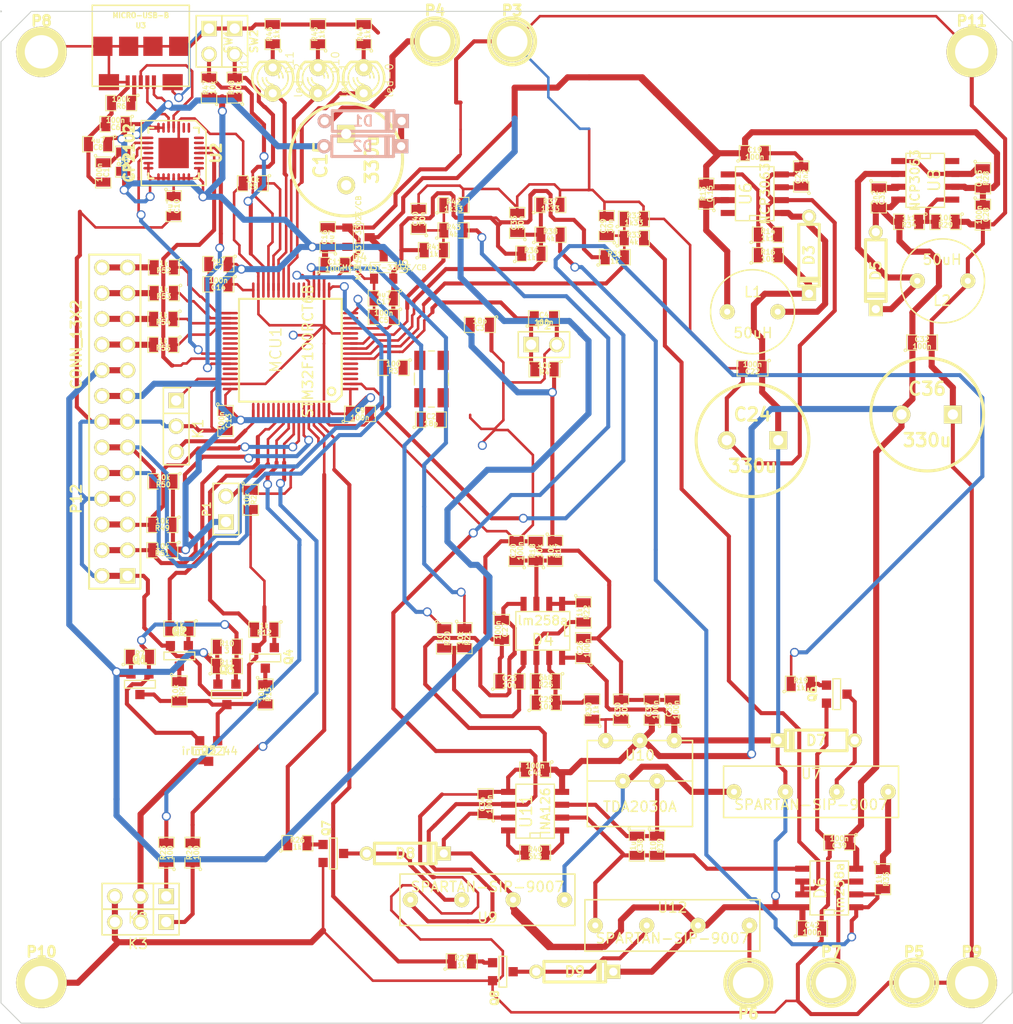
<source format=kicad_pcb>
(kicad_pcb (version 3) (host pcbnew "(2013-07-07 BZR 4022)-stable")
  (layers (15 F.Cu signal) (0 B.Cu signal) (18 B.Paste user) (19 F.Paste user) (20 B.SilkS user) (21 F.SilkS user) (22 B.Mask user) (23 F.Mask user) (28 Edge.Cuts user))
  (net 0 "")
  (net 1 /+)
  (net 2 /AVdd)
  (net 3 /Eaux)
  (net 4 /Eaux-in)
  (net 5 /Eaux-test)
  (net 6 /Eref)
  (net 7 /Eref-in)
  (net 8 /Eref-test)
  (net 9 /Iref)
  (net 10 /Iref-in)
  (net 11 /Vbus)
  (net 12 /Vin)
  (net 13 /Vpp/2)
  (net 14 /aux-1)
  (net 15 /aux-en)
  (net 16 /btn-1)
  (net 17 /btn-2)
  (net 18 /curr-1)
  (net 19 /curr-en)
  (net 20 /dac-high)
  (net 21 /dac-low)
  (net 22 /gate)
  (net 23 /gpio0)
  (net 24 /gpio1)
  (net 25 /gpio2)
  (net 26 /gpio3)
  (net 27 /i2c1-scl)
  (net 28 /i2c1-sda)
  (net 29 /led-0)
  (net 30 /led-1)
  (net 31 /led-2)
  (net 32 /rxd)
  (net 33 /servo-1-pwm)
  (net 34 /servo-2-pwm)
  (net 35 /servo-en-400mA)
  (net 36 /servo-en-60mA)
  (net 37 /servo-vcc)
  (net 38 /src)
  (net 39 /suspend)
  (net 40 /swd-clk)
  (net 41 /swd-io)
  (net 42 /txd)
  (net 43 /usart2-rx)
  (net 44 /usart2-tx)
  (net 45 /v+)
  (net 46 /v-)
  (net 47 /volt-1)
  (net 48 /volt-en)
  (net 49 GND)
  (net 50 N-0000010)
  (net 51 N-00000100)
  (net 52 N-00000101)
  (net 53 N-00000102)
  (net 54 N-00000103)
  (net 55 N-00000104)
  (net 56 N-00000106)
  (net 57 N-00000107)
  (net 58 N-00000109)
  (net 59 N-00000111)
  (net 60 N-00000113)
  (net 61 N-00000114)
  (net 62 N-00000115)
  (net 63 N-00000116)
  (net 64 N-00000119)
  (net 65 N-00000122)
  (net 66 N-0000019)
  (net 67 N-000002)
  (net 68 N-0000020)
  (net 69 N-0000021)
  (net 70 N-0000022)
  (net 71 N-0000023)
  (net 72 N-0000025)
  (net 73 N-0000029)
  (net 74 N-000003)
  (net 75 N-0000035)
  (net 76 N-0000046)
  (net 77 N-000005)
  (net 78 N-0000051)
  (net 79 N-0000052)
  (net 80 N-0000053)
  (net 81 N-0000058)
  (net 82 N-000007)
  (net 83 N-0000087)
  (net 84 N-0000088)
  (net 85 N-0000089)
  (net 86 N-000009)
  (net 87 N-0000091)
  (net 88 N-0000092)
  (net 89 N-0000093)
  (net 90 N-0000094)
  (net 91 N-0000095)
  (net 92 N-0000096)
  (net 93 N-0000097)
  (net 94 N-0000098)
  (net 95 N-0000099)
  (net 96 VDD)
  (module 1pin (layer F.Cu) (at 226 186)
    (fp_text reference P9 (at 0 -3.048) (layer F.SilkS) (effects (font (size 1.016 1.016) (thickness 0.254))))
    (fp_text value m3-hole hide)
    (pad 1 thru_hole circle (at 0 0) (size 5 5) (drill 3.3) (layers *.Cu *.Mask F.SilkS) (net 49 GND))
  )
  (module 1pin (layer F.Cu) (at 134 186)
    (fp_text reference P10 (at 0 -3.048) (layer F.SilkS) (effects (font (size 1.016 1.016) (thickness 0.254))))
    (fp_text value m3-hole hide)
    (pad 1 thru_hole circle (at 0 0) (size 5 5) (drill 3.3) (layers *.Cu *.Mask F.SilkS) (net 49 GND))
  )
  (module 1pin (layer F.Cu) (at 226 94)
    (fp_text reference P11 (at 0 -3.048) (layer F.SilkS) (effects (font (size 1.016 1.016) (thickness 0.254))))
    (fp_text value m3-hole hide)
    (pad 1 thru_hole circle (at 0 0) (size 5 5) (drill 3.3) (layers *.Cu *.Mask F.SilkS) (net 49 GND))
  )
  (module 1pin (layer F.Cu) (at 134 94)
    (fp_text reference P8 (at 0 -3.048) (layer F.SilkS) (effects (font (size 1.016 1.016) (thickness 0.254))))
    (fp_text value m3-hole hide)
    (pad 1 thru_hole circle (at 0 0) (size 5 5) (drill 3.3) (layers *.Cu *.Mask F.SilkS) (net 49 GND))
  )
  (module SM0805 (layer F.Cu) (at 165.862 92.2528 90)
    (fp_text reference R44 (at 0 -0.3175 90) (layer F.SilkS) (effects (font (size 0.50038 0.50038) (thickness 0.10922))))
    (fp_text value 1k (at 0 0.381 90) (layer F.SilkS) (effects (font (size 0.50038 0.50038) (thickness 0.10922))))
    (pad 1 smd rect (at -0.9525 0 90) (size 0.889 1.397) (layers F.Cu F.Paste F.Mask) (net 81 N-0000058))
    (pad 2 smd rect (at 0.9525 0 90) (size 0.889 1.397) (layers F.Cu F.Paste F.Mask) (net 49 GND))
  )
  (module SM0805 (layer F.Cu) (at 161.3408 92.2528 90)
    (fp_text reference R45 (at 0 -0.3175 90) (layer F.SilkS) (effects (font (size 0.50038 0.50038) (thickness 0.10922))))
    (fp_text value 1k (at 0 0.381 90) (layer F.SilkS) (effects (font (size 0.50038 0.50038) (thickness 0.10922))))
    (pad 1 smd rect (at -0.9525 0 90) (size 0.889 1.397) (layers F.Cu F.Paste F.Mask) (net 85 N-0000089))
    (pad 2 smd rect (at 0.9525 0 90) (size 0.889 1.397) (layers F.Cu F.Paste F.Mask) (net 49 GND))
  )
  (module SM0805 (layer F.Cu) (at 156.8704 92.2528 90)
    (fp_text reference R46 (at 0 -0.3175 90) (layer F.SilkS) (effects (font (size 0.50038 0.50038) (thickness 0.10922))))
    (fp_text value 1k (at 0 0.381 90) (layer F.SilkS) (effects (font (size 0.50038 0.50038) (thickness 0.10922))))
    (pad 1 smd rect (at -0.9525 0 90) (size 0.889 1.397) (layers F.Cu F.Paste F.Mask) (net 84 N-0000088))
    (pad 2 smd rect (at 0.9525 0 90) (size 0.889 1.397) (layers F.Cu F.Paste F.Mask) (net 49 GND))
  )
  (module SM0805 (layer F.Cu) (at 150.5712 97.536 90)
    (fp_text reference R47 (at 0 -0.3175 90) (layer F.SilkS) (effects (font (size 0.50038 0.50038) (thickness 0.10922))))
    (fp_text value 10k (at 0 0.381 90) (layer F.SilkS) (effects (font (size 0.50038 0.50038) (thickness 0.10922))))
    (pad 1 smd rect (at -0.9525 0 90) (size 0.889 1.397) (layers F.Cu F.Paste F.Mask) (net 96 VDD))
    (pad 2 smd rect (at 0.9525 0 90) (size 0.889 1.397) (layers F.Cu F.Paste F.Mask) (net 16 /btn-1))
  )
  (module SM0805 (layer F.Cu) (at 153.1112 97.536 90)
    (fp_text reference R48 (at 0 -0.3175 90) (layer F.SilkS) (effects (font (size 0.50038 0.50038) (thickness 0.10922))))
    (fp_text value 10k (at 0 0.381 90) (layer F.SilkS) (effects (font (size 0.50038 0.50038) (thickness 0.10922))))
    (pad 1 smd rect (at -0.9525 0 90) (size 0.889 1.397) (layers F.Cu F.Paste F.Mask) (net 96 VDD))
    (pad 2 smd rect (at 0.9525 0 90) (size 0.889 1.397) (layers F.Cu F.Paste F.Mask) (net 17 /btn-2))
  )
  (module PIN_ARRAY_2X1 (layer F.Cu) (at 150.5712 92.964 270)
    (fp_text reference SW1 (at 0 -1.905 270) (layer F.SilkS) (effects (font (size 0.762 0.762) (thickness 0.1524))))
    (fp_text value btn-1 hide)
    (pad 1 thru_hole rect (at -1.27 0 270) (size 1.524 1.524) (drill 1.016) (layers *.Cu *.Mask F.SilkS) (net 49 GND))
    (pad 2 thru_hole circle (at 1.27 0 270) (size 1.524 1.524) (drill 1.016) (layers *.Cu *.Mask F.SilkS) (net 16 /btn-1))
  )
  (module PIN_ARRAY_2X1 (layer F.Cu) (at 153.1112 92.964 270)
    (fp_text reference SW2 (at 0 -1.905 270) (layer F.SilkS) (effects (font (size 0.762 0.762) (thickness 0.1524))))
    (fp_text value btn-2 hide)
    (pad 1 thru_hole rect (at -1.27 0 270) (size 1.524 1.524) (drill 1.016) (layers *.Cu *.Mask F.SilkS) (net 49 GND))
    (pad 2 thru_hole circle (at 1.27 0 270) (size 1.524 1.524) (drill 1.016) (layers *.Cu *.Mask F.SilkS) (net 17 /btn-2))
  )
  (module LED-3MM (layer F.Cu) (at 165.862 96.8248 90)
    (fp_text reference D10 (at 1.778 -2.794 90) (layer F.SilkS) (effects (font (size 0.762 0.762) (thickness 0.0889))))
    (fp_text value led-0 (at 0 2.54 90) (layer F.SilkS) (effects (font (size 0.762 0.762) (thickness 0.0889))))
    (pad 1 thru_hole circle (at -1.27 0 90) (size 1.6764 1.6764) (drill 0.8128) (layers *.Cu *.Mask F.SilkS) (net 29 /led-0))
    (pad 2 thru_hole circle (at 1.27 0 90) (size 1.6764 1.6764) (drill 0.8128) (layers *.Cu *.Mask F.SilkS) (net 81 N-0000058))
  )
  (module LED-3MM (layer F.Cu) (at 161.3408 96.8248 90)
    (fp_text reference D11 (at 1.778 -2.794 90) (layer F.SilkS) (effects (font (size 0.762 0.762) (thickness 0.0889))))
    (fp_text value led-1 (at 0 2.54 90) (layer F.SilkS) (effects (font (size 0.762 0.762) (thickness 0.0889))))
    (pad 1 thru_hole circle (at -1.27 0 90) (size 1.6764 1.6764) (drill 0.8128) (layers *.Cu *.Mask F.SilkS) (net 30 /led-1))
    (pad 2 thru_hole circle (at 1.27 0 90) (size 1.6764 1.6764) (drill 0.8128) (layers *.Cu *.Mask F.SilkS) (net 85 N-0000089))
  )
  (module LED-3MM (layer F.Cu) (at 156.8704 96.8248 90)
    (fp_text reference D12 (at 1.778 -2.794 90) (layer F.SilkS) (effects (font (size 0.762 0.762) (thickness 0.0889))))
    (fp_text value led-2 (at 0 2.54 90) (layer F.SilkS) (effects (font (size 0.762 0.762) (thickness 0.0889))))
    (pad 1 thru_hole circle (at -1.27 0 90) (size 1.6764 1.6764) (drill 0.8128) (layers *.Cu *.Mask F.SilkS) (net 31 /led-2))
    (pad 2 thru_hole circle (at 1.27 0 90) (size 1.6764 1.6764) (drill 0.8128) (layers *.Cu *.Mask F.SilkS) (net 84 N-0000088))
  )
  (module TQFP_64 (layer F.Cu) (at 158.6982 123.575 90)
    (fp_text reference MCU1 (at 0.127 -1.524 90) (layer F.SilkS) (effects (font (size 1.09982 1.09982) (thickness 0.127))))
    (fp_text value STM32F100RCT6B (at 0 1.651 90) (layer F.SilkS) (effects (font (size 1.00076 1.00076) (thickness 0.1524))))
    (pad 1 smd rect (at -3.74904 5.86994 90) (size 0.24892 1.524) (layers F.Cu F.Paste F.Mask) (net 96 VDD))
    (pad 2 smd oval (at -3.24866 5.86994 90) (size 0.24892 1.524) (layers F.Cu F.Paste F.Mask) (net 48 /volt-en))
    (pad 3 smd oval (at -2.74828 5.86994 90) (size 0.24892 1.524) (layers F.Cu F.Paste F.Mask))
    (pad 4 smd oval (at -2.2479 5.86994 90) (size 0.24892 1.524) (layers F.Cu F.Paste F.Mask))
    (pad 5 smd oval (at -1.74752 5.86994 90) (size 0.24892 1.524) (layers F.Cu F.Paste F.Mask) (net 53 N-00000102))
    (pad 6 smd oval (at -1.24968 5.86994 90) (size 0.24892 1.524) (layers F.Cu F.Paste F.Mask) (net 52 N-00000101))
    (pad 7 smd oval (at -0.7493 5.86994 90) (size 0.24892 1.524) (layers F.Cu F.Paste F.Mask) (net 93 N-0000097))
    (pad 8 smd oval (at -0.24892 5.86994 90) (size 0.24892 1.524) (layers F.Cu F.Paste F.Mask) (net 4 /Eaux-in))
    (pad 9 smd oval (at 0.25146 5.86994 90) (size 0.24892 1.524) (layers F.Cu F.Paste F.Mask) (net 7 /Eref-in))
    (pad 10 smd oval (at 0.75184 5.86994 90) (size 0.24892 1.524) (layers F.Cu F.Paste F.Mask) (net 10 /Iref-in))
    (pad 11 smd oval (at 1.25222 5.86994 90) (size 0.24892 1.524) (layers F.Cu F.Paste F.Mask))
    (pad 12 smd oval (at 1.75006 5.86994 90) (size 0.24892 1.524) (layers F.Cu F.Paste F.Mask) (net 49 GND))
    (pad 13 smd oval (at 2.25044 5.86994 90) (size 0.24892 1.524) (layers F.Cu F.Paste F.Mask) (net 2 /AVdd))
    (pad 14 smd oval (at 2.75082 5.86994 90) (size 0.24892 1.524) (layers F.Cu F.Paste F.Mask))
    (pad 15 smd oval (at 3.2512 5.86994 90) (size 0.24892 1.524) (layers F.Cu F.Paste F.Mask))
    (pad 16 smd oval (at 3.75158 5.86994 90) (size 0.24892 1.524) (layers F.Cu F.Paste F.Mask) (net 44 /usart2-tx))
    (pad 17 smd oval (at 6.0325 3.74904 90) (size 1.524 0.24892) (layers F.Cu F.Paste F.Mask) (net 43 /usart2-rx))
    (pad 18 smd oval (at 6.0325 3.24866 90) (size 1.524 0.24892) (layers F.Cu F.Paste F.Mask) (net 49 GND))
    (pad 19 smd oval (at 6.0325 2.74828 90) (size 1.524 0.24892) (layers F.Cu F.Paste F.Mask) (net 96 VDD))
    (pad 20 smd oval (at 6.0325 2.2479 90) (size 1.524 0.24892) (layers F.Cu F.Paste F.Mask) (net 21 /dac-low))
    (pad 21 smd oval (at 6.0325 1.74752 90) (size 1.524 0.24892) (layers F.Cu F.Paste F.Mask) (net 20 /dac-high))
    (pad 22 smd oval (at 6.0325 1.24968 90) (size 1.524 0.24892) (layers F.Cu F.Paste F.Mask))
    (pad 23 smd oval (at 6.0325 0.7493 90) (size 1.524 0.24892) (layers F.Cu F.Paste F.Mask))
    (pad 24 smd oval (at 6.0325 0.24892 90) (size 1.524 0.24892) (layers F.Cu F.Paste F.Mask))
    (pad 25 smd oval (at 6.0325 -0.25146 90) (size 1.524 0.24892) (layers F.Cu F.Paste F.Mask) (net 29 /led-0))
    (pad 26 smd oval (at 6.0325 -0.75184 90) (size 1.524 0.24892) (layers F.Cu F.Paste F.Mask) (net 30 /led-1))
    (pad 27 smd oval (at 6.0325 -1.25222 90) (size 1.524 0.24892) (layers F.Cu F.Paste F.Mask) (net 31 /led-2))
    (pad 28 smd oval (at 6.0325 -1.75006 90) (size 1.524 0.24892) (layers F.Cu F.Paste F.Mask) (net 77 N-000005))
    (pad 29 smd oval (at 6.0325 -2.25044 90) (size 1.524 0.24892) (layers F.Cu F.Paste F.Mask) (net 17 /btn-2))
    (pad 30 smd oval (at 6.0325 -2.75082 90) (size 1.524 0.24892) (layers F.Cu F.Paste F.Mask) (net 16 /btn-1))
    (pad 31 smd oval (at 6.0325 -3.2512 90) (size 1.524 0.24892) (layers F.Cu F.Paste F.Mask) (net 49 GND))
    (pad 32 smd oval (at 6.0325 -3.75158 90) (size 1.524 0.24892) (layers F.Cu F.Paste F.Mask) (net 96 VDD))
    (pad 33 smd oval (at 3.75158 -6.0325 90) (size 0.24892 1.524) (layers F.Cu F.Paste F.Mask) (net 76 N-0000046))
    (pad 34 smd oval (at 3.2512 -6.0325 90) (size 0.24892 1.524) (layers F.Cu F.Paste F.Mask) (net 80 N-0000053))
    (pad 35 smd oval (at 2.75082 -6.0325 90) (size 0.24892 1.524) (layers F.Cu F.Paste F.Mask) (net 79 N-0000052))
    (pad 36 smd oval (at 2.25044 -6.0325 90) (size 0.24892 1.524) (layers F.Cu F.Paste F.Mask) (net 78 N-0000051))
    (pad 37 smd oval (at 1.75006 -6.0325 90) (size 0.24892 1.524) (layers F.Cu F.Paste F.Mask))
    (pad 38 smd oval (at 1.25222 -6.0325 90) (size 0.24892 1.524) (layers F.Cu F.Paste F.Mask))
    (pad 39 smd oval (at 0.75184 -6.0325 90) (size 0.24892 1.524) (layers F.Cu F.Paste F.Mask))
    (pad 40 smd oval (at 0.25146 -6.0325 90) (size 0.24892 1.524) (layers F.Cu F.Paste F.Mask))
    (pad 41 smd oval (at -0.24892 -6.0325 90) (size 0.24892 1.524) (layers F.Cu F.Paste F.Mask) (net 39 /suspend))
    (pad 42 smd oval (at -0.7493 -6.0325 90) (size 0.24892 1.524) (layers F.Cu F.Paste F.Mask) (net 32 /rxd))
    (pad 43 smd oval (at -1.24968 -6.0325 90) (size 0.24892 1.524) (layers F.Cu F.Paste F.Mask) (net 42 /txd))
    (pad 44 smd oval (at -1.74752 -6.0325 90) (size 0.24892 1.524) (layers F.Cu F.Paste F.Mask))
    (pad 45 smd oval (at -2.2479 -6.0325 90) (size 0.24892 1.524) (layers F.Cu F.Paste F.Mask))
    (pad 46 smd oval (at -2.74828 -6.0325 90) (size 0.24892 1.524) (layers F.Cu F.Paste F.Mask) (net 41 /swd-io))
    (pad 47 smd oval (at -3.24866 -6.0325 90) (size 0.24892 1.524) (layers F.Cu F.Paste F.Mask) (net 49 GND))
    (pad 48 smd oval (at -3.74904 -6.0325 90) (size 0.24892 1.524) (layers F.Cu F.Paste F.Mask) (net 96 VDD))
    (pad 49 smd oval (at -5.86994 -3.75158 90) (size 1.524 0.24892) (layers F.Cu F.Paste F.Mask) (net 40 /swd-clk))
    (pad 50 smd oval (at -5.86994 -3.2512 90) (size 1.524 0.24892) (layers F.Cu F.Paste F.Mask))
    (pad 52 smd oval (at -5.86994 -2.25044 90) (size 1.524 0.24892) (layers F.Cu F.Paste F.Mask))
    (pad 51 smd oval (at -5.88772 -2.75082 90) (size 1.524 0.24892) (layers F.Cu F.Paste F.Mask))
    (pad 53 smd oval (at -5.86994 -1.75006 90) (size 1.524 0.24892) (layers F.Cu F.Paste F.Mask))
    (pad 54 smd oval (at -5.86994 -1.25222 90) (size 1.524 0.24892) (layers F.Cu F.Paste F.Mask) (net 36 /servo-en-60mA))
    (pad 55 smd oval (at -5.86994 -0.75184 90) (size 1.524 0.24892) (layers F.Cu F.Paste F.Mask) (net 35 /servo-en-400mA))
    (pad 56 smd oval (at -5.86994 -0.25146 90) (size 1.524 0.24892) (layers F.Cu F.Paste F.Mask) (net 33 /servo-1-pwm))
    (pad 57 smd oval (at -5.86994 0.24892 90) (size 1.524 0.24892) (layers F.Cu F.Paste F.Mask) (net 34 /servo-2-pwm))
    (pad 58 smd oval (at -5.86994 0.7493 90) (size 1.524 0.24892) (layers F.Cu F.Paste F.Mask) (net 27 /i2c1-scl))
    (pad 59 smd oval (at -5.86994 1.24206 90) (size 1.524 0.24892) (layers F.Cu F.Paste F.Mask) (net 28 /i2c1-sda))
    (pad 60 smd oval (at -5.86994 1.74244 90) (size 1.524 0.24892) (layers F.Cu F.Paste F.Mask) (net 67 N-000002))
    (pad 61 smd oval (at -5.86994 2.24282 90) (size 1.524 0.24892) (layers F.Cu F.Paste F.Mask) (net 19 /curr-en))
    (pad 62 smd oval (at -5.86994 2.7432 90) (size 1.524 0.24892) (layers F.Cu F.Paste F.Mask) (net 15 /aux-en))
    (pad 63 smd oval (at -5.86994 3.24104 90) (size 1.524 0.24892) (layers F.Cu F.Paste F.Mask) (net 49 GND))
    (pad 64 smd oval (at -5.86994 3.74142 90) (size 1.524 0.24892) (layers F.Cu F.Paste F.Mask) (net 96 VDD))
  )
  (module SOT23GDS (layer F.Cu) (at 150.5376 163.1008)
    (fp_text reference Q5 (at 0 -0.1) (layer F.SilkS) (effects (font (size 0.762 0.762) (thickness 0.12954))))
    (fp_text value irlml2244 (at 0.1 0) (layer F.SilkS) (effects (font (size 0.762 0.762) (thickness 0.12954))))
    (pad S smd rect (at -0.889 -1.016) (size 0.9144 0.9144) (layers F.Cu F.Paste F.Mask) (net 38 /src))
    (pad G smd rect (at 0.889 -1.016) (size 0.9144 0.9144) (layers F.Cu F.Paste F.Mask) (net 22 /gate))
    (pad D smd rect (at 0 1.016) (size 0.9144 0.9144) (layers F.Cu F.Paste F.Mask) (net 37 /servo-vcc))
  )
  (module SOT23EBC (layer F.Cu) (at 179.6288 184.912 90)
    (fp_text reference Q8 (at -2.6 -0.8 90) (layer F.SilkS) (effects (font (size 0.762 0.762) (thickness 0.2032))))
    (fp_text value bc847 hide)
    (pad 1 smd rect (at -0.889 -1.016 90) (size 0.9144 0.9144) (layers F.Cu F.Paste F.Mask) (net 49 GND))
    (pad 2 smd rect (at 0.889 -1.016 90) (size 0.9144 0.9144) (layers F.Cu F.Paste F.Mask) (net 50 N-0000010))
    (pad 3 smd rect (at 0 1.016 90) (size 0.9144 0.9144) (layers F.Cu F.Paste F.Mask) (net 14 /aux-1))
  )
  (module SOT23EBC (layer F.Cu) (at 212.6488 157.48 90)
    (fp_text reference Q6 (at 0 -2.413 90) (layer F.SilkS) (effects (font (size 0.762 0.762) (thickness 0.2032))))
    (fp_text value bc847 hide)
    (pad 1 smd rect (at -0.889 -1.016 90) (size 0.9144 0.9144) (layers F.Cu F.Paste F.Mask) (net 49 GND))
    (pad 2 smd rect (at 0.889 -1.016 90) (size 0.9144 0.9144) (layers F.Cu F.Paste F.Mask) (net 82 N-000007))
    (pad 3 smd rect (at 0 1.016 90) (size 0.9144 0.9144) (layers F.Cu F.Paste F.Mask) (net 47 /volt-1))
  )
  (module SOT23EBC (layer F.Cu) (at 162.8648 173.228 90)
    (fp_text reference Q7 (at 2.5 -0.7 90) (layer F.SilkS) (effects (font (size 0.762 0.762) (thickness 0.2032))))
    (fp_text value bc847 hide)
    (pad 1 smd rect (at -0.889 -1.016 90) (size 0.9144 0.9144) (layers F.Cu F.Paste F.Mask) (net 49 GND))
    (pad 2 smd rect (at 0.889 -1.016 90) (size 0.9144 0.9144) (layers F.Cu F.Paste F.Mask) (net 86 N-000009))
    (pad 3 smd rect (at 0 1.016 90) (size 0.9144 0.9144) (layers F.Cu F.Paste F.Mask) (net 18 /curr-1))
  )
  (module SOT23EBC (layer F.Cu) (at 156.1376 153.9008)
    (fp_text reference Q4 (at 2.3 -0.1 90) (layer F.SilkS) (effects (font (size 0.762 0.762) (thickness 0.2032))))
    (fp_text value bc847 hide)
    (pad 1 smd rect (at -0.889 -1.016) (size 0.9144 0.9144) (layers F.Cu F.Paste F.Mask) (net 49 GND))
    (pad 2 smd rect (at 0.889 -1.016) (size 0.9144 0.9144) (layers F.Cu F.Paste F.Mask) (net 70 N-0000022))
    (pad 3 smd rect (at 0 1.016) (size 0.9144 0.9144) (layers F.Cu F.Paste F.Mask) (net 66 N-0000019))
  )
  (module SOT23EBC (layer F.Cu) (at 152.3376 157.5008)
    (fp_text reference Q3 (at 0 -2.413) (layer F.SilkS) (effects (font (size 0.762 0.762) (thickness 0.2032))))
    (fp_text value bc857 hide)
    (pad 1 smd rect (at -0.889 -1.016) (size 0.9144 0.9144) (layers F.Cu F.Paste F.Mask) (net 12 /Vin))
    (pad 2 smd rect (at 0.889 -1.016) (size 0.9144 0.9144) (layers F.Cu F.Paste F.Mask) (net 38 /src))
    (pad 3 smd rect (at 0 1.016) (size 0.9144 0.9144) (layers F.Cu F.Paste F.Mask) (net 22 /gate))
  )
  (module SOT23EBC (layer F.Cu) (at 147.6376 153.7008)
    (fp_text reference Q2 (at 0 -2.413) (layer F.SilkS) (effects (font (size 0.762 0.762) (thickness 0.2032))))
    (fp_text value bc847 hide)
    (pad 1 smd rect (at -0.889 -1.016) (size 0.9144 0.9144) (layers F.Cu F.Paste F.Mask) (net 49 GND))
    (pad 2 smd rect (at 0.889 -1.016) (size 0.9144 0.9144) (layers F.Cu F.Paste F.Mask) (net 68 N-0000020))
    (pad 3 smd rect (at 0 1.016) (size 0.9144 0.9144) (layers F.Cu F.Paste F.Mask) (net 69 N-0000021))
  )
  (module SOT23EBC (layer F.Cu) (at 143.7376 156.5008)
    (fp_text reference Q1 (at 0 -2.413) (layer F.SilkS) (effects (font (size 0.762 0.762) (thickness 0.2032))))
    (fp_text value bc857 hide)
    (pad 1 smd rect (at -0.889 -1.016) (size 0.9144 0.9144) (layers F.Cu F.Paste F.Mask) (net 12 /Vin))
    (pad 2 smd rect (at 0.889 -1.016) (size 0.9144 0.9144) (layers F.Cu F.Paste F.Mask) (net 38 /src))
    (pad 3 smd rect (at 0 1.016) (size 0.9144 0.9144) (layers F.Cu F.Paste F.Mask) (net 22 /gate))
  )
  (module SOT23 (layer F.Cu) (at 167.8432 115.316)
    (fp_text reference U5 (at 1.99898 -0.09906 90) (layer F.SilkS) (effects (font (size 0.762 0.762) (thickness 0.11938))))
    (fp_text value MCP1703T-3302E/CB (at 0.0635 0) (layer F.SilkS) (effects (font (size 0.50038 0.50038) (thickness 0.09906))))
    (pad 3 smd rect (at 0 -1.09982) (size 0.8001 1.00076) (layers F.Cu F.Paste F.Mask) (net 12 /Vin))
    (pad 2 smd rect (at 0.9525 1.09982) (size 0.8001 1.00076) (layers F.Cu F.Paste F.Mask) (net 2 /AVdd))
    (pad 1 smd rect (at -0.9525 1.09982) (size 0.8001 1.00076) (layers F.Cu F.Paste F.Mask) (net 49 GND))
  )
  (module SOT23 (layer F.Cu) (at 165.354 112.3188 270)
    (fp_text reference U4 (at 1.99898 -0.09906 360) (layer F.SilkS) (effects (font (size 0.762 0.762) (thickness 0.11938))))
    (fp_text value MCP1703T-3302E/CB (at 0.0635 0 270) (layer F.SilkS) (effects (font (size 0.50038 0.50038) (thickness 0.09906))))
    (pad 3 smd rect (at 0 -1.09982 270) (size 0.8001 1.00076) (layers F.Cu F.Paste F.Mask) (net 12 /Vin))
    (pad 2 smd rect (at 0.9525 1.09982 270) (size 0.8001 1.00076) (layers F.Cu F.Paste F.Mask) (net 96 VDD))
    (pad 1 smd rect (at -0.9525 1.09982 270) (size 0.8001 1.00076) (layers F.Cu F.Paste F.Mask) (net 49 GND))
  )
  (module SO8E (layer F.Cu) (at 204.5376 108.0208 90)
    (fp_text reference U6 (at 0 -0.889 90) (layer F.SilkS) (effects (font (size 1.143 1.143) (thickness 0.1524))))
    (fp_text value NCP3063 (at 0 1.016 90) (layer F.SilkS) (effects (font (size 0.889 0.889) (thickness 0.1524))))
    (pad 8 smd rect (at -1.905 -2.667 90) (size 0.59944 1.39954) (layers F.Cu F.Paste F.Mask))
    (pad 1 smd rect (at -1.905 2.667 90) (size 0.59944 1.39954) (layers F.Cu F.Paste F.Mask) (net 58 N-00000109))
    (pad 7 smd rect (at -0.635 -2.667 90) (size 0.59944 1.39954) (layers F.Cu F.Paste F.Mask) (net 57 N-00000107))
    (pad 6 smd rect (at 0.635 -2.667 90) (size 0.59944 1.39954) (layers F.Cu F.Paste F.Mask) (net 12 /Vin))
    (pad 5 smd rect (at 1.905 -2.667 90) (size 0.59944 1.39954) (layers F.Cu F.Paste F.Mask) (net 56 N-00000106))
    (pad 2 smd rect (at -0.635 2.667 90) (size 0.59944 1.39954) (layers F.Cu F.Paste F.Mask) (net 49 GND))
    (pad 3 smd rect (at 0.635 2.667 90) (size 0.59944 1.39954) (layers F.Cu F.Paste F.Mask) (net 59 N-00000111))
    (pad 4 smd rect (at 1.905 2.667 90) (size 0.59944 1.39954) (layers F.Cu F.Paste F.Mask) (net 49 GND))
  )
  (module SO8E (layer F.Cu) (at 182.8208 169.044 90)
    (fp_text reference U11 (at 0 -0.889 90) (layer F.SilkS) (effects (font (size 1.143 1.143) (thickness 0.1524))))
    (fp_text value INA126 (at 0 1.016 90) (layer F.SilkS) (effects (font (size 0.889 0.889) (thickness 0.1524))))
    (pad 8 smd rect (at -1.905 -2.667 90) (size 0.59944 1.39954) (layers F.Cu F.Paste F.Mask) (net 89 N-0000093))
    (pad 1 smd rect (at -1.905 2.667 90) (size 0.59944 1.39954) (layers F.Cu F.Paste F.Mask) (net 90 N-0000094))
    (pad 7 smd rect (at -0.635 -2.667 90) (size 0.59944 1.39954) (layers F.Cu F.Paste F.Mask) (net 45 /v+))
    (pad 6 smd rect (at 0.635 -2.667 90) (size 0.59944 1.39954) (layers F.Cu F.Paste F.Mask) (net 9 /Iref))
    (pad 5 smd rect (at 1.905 -2.667 90) (size 0.59944 1.39954) (layers F.Cu F.Paste F.Mask) (net 49 GND))
    (pad 2 smd rect (at -0.635 2.667 90) (size 0.59944 1.39954) (layers F.Cu F.Paste F.Mask) (net 3 /Eaux))
    (pad 3 smd rect (at 0.635 2.667 90) (size 0.59944 1.39954) (layers F.Cu F.Paste F.Mask) (net 64 N-00000119))
    (pad 4 smd rect (at 1.905 2.667 90) (size 0.59944 1.39954) (layers F.Cu F.Paste F.Mask) (net 46 /v-))
  )
  (module SO8E (layer F.Cu) (at 183.5808 151.224 180)
    (fp_text reference D4 (at 0 -0.889 180) (layer F.SilkS) (effects (font (size 1.143 1.143) (thickness 0.1524))))
    (fp_text value lm258a (at 0 1.016 180) (layer F.SilkS) (effects (font (size 0.889 0.889) (thickness 0.1524))))
    (pad 8 smd rect (at -1.905 -2.667 180) (size 0.59944 1.39954) (layers F.Cu F.Paste F.Mask) (net 45 /v+))
    (pad 1 smd rect (at -1.905 2.667 180) (size 0.59944 1.39954) (layers F.Cu F.Paste F.Mask) (net 13 /Vpp/2))
    (pad 7 smd rect (at -0.635 -2.667 180) (size 0.59944 1.39954) (layers F.Cu F.Paste F.Mask) (net 63 N-00000116))
    (pad 6 smd rect (at 0.635 -2.667 180) (size 0.59944 1.39954) (layers F.Cu F.Paste F.Mask) (net 62 N-00000115))
    (pad 5 smd rect (at 1.905 -2.667 180) (size 0.59944 1.39954) (layers F.Cu F.Paste F.Mask) (net 87 N-0000091))
    (pad 2 smd rect (at -0.635 2.667 180) (size 0.59944 1.39954) (layers F.Cu F.Paste F.Mask) (net 13 /Vpp/2))
    (pad 3 smd rect (at 0.635 2.667 180) (size 0.59944 1.39954) (layers F.Cu F.Paste F.Mask) (net 65 N-00000122))
    (pad 4 smd rect (at 1.905 2.667 180) (size 0.59944 1.39954) (layers F.Cu F.Paste F.Mask) (net 46 /v-))
  )
  (module SO8E (layer F.Cu) (at 211.9068 176.638 90)
    (fp_text reference D6 (at 0 -0.889 90) (layer F.SilkS) (effects (font (size 1.143 1.143) (thickness 0.1524))))
    (fp_text value lm258a (at 0 1.016 90) (layer F.SilkS) (effects (font (size 0.889 0.889) (thickness 0.1524))))
    (pad 8 smd rect (at -1.905 -2.667 90) (size 0.59944 1.39954) (layers F.Cu F.Paste F.Mask) (net 45 /v+))
    (pad 1 smd rect (at -1.905 2.667 90) (size 0.59944 1.39954) (layers F.Cu F.Paste F.Mask) (net 8 /Eref-test))
    (pad 7 smd rect (at -0.635 -2.667 90) (size 0.59944 1.39954) (layers F.Cu F.Paste F.Mask) (net 5 /Eaux-test))
    (pad 6 smd rect (at 0.635 -2.667 90) (size 0.59944 1.39954) (layers F.Cu F.Paste F.Mask) (net 5 /Eaux-test))
    (pad 5 smd rect (at 1.905 -2.667 90) (size 0.59944 1.39954) (layers F.Cu F.Paste F.Mask) (net 3 /Eaux))
    (pad 2 smd rect (at -0.635 2.667 90) (size 0.59944 1.39954) (layers F.Cu F.Paste F.Mask) (net 8 /Eref-test))
    (pad 3 smd rect (at 0.635 2.667 90) (size 0.59944 1.39954) (layers F.Cu F.Paste F.Mask) (net 6 /Eref))
    (pad 4 smd rect (at 1.905 2.667 90) (size 0.59944 1.39954) (layers F.Cu F.Paste F.Mask) (net 46 /v-))
  )
  (module SO8E (layer F.Cu) (at 221.3996 106.6988 270)
    (fp_text reference U8 (at 0 -0.889 270) (layer F.SilkS) (effects (font (size 1.143 1.143) (thickness 0.1524))))
    (fp_text value NCP3063 (at 0 1.016 270) (layer F.SilkS) (effects (font (size 0.889 0.889) (thickness 0.1524))))
    (pad 8 smd rect (at -1.905 -2.667 270) (size 0.59944 1.39954) (layers F.Cu F.Paste F.Mask))
    (pad 1 smd rect (at -1.905 2.667 270) (size 0.59944 1.39954) (layers F.Cu F.Paste F.Mask) (net 55 N-00000104))
    (pad 7 smd rect (at -0.635 -2.667 270) (size 0.59944 1.39954) (layers F.Cu F.Paste F.Mask) (net 55 N-00000104))
    (pad 6 smd rect (at 0.635 -2.667 270) (size 0.59944 1.39954) (layers F.Cu F.Paste F.Mask) (net 12 /Vin))
    (pad 5 smd rect (at 1.905 -2.667 270) (size 0.59944 1.39954) (layers F.Cu F.Paste F.Mask) (net 54 N-00000103))
    (pad 2 smd rect (at -0.635 2.667 270) (size 0.59944 1.39954) (layers F.Cu F.Paste F.Mask) (net 61 N-00000114))
    (pad 3 smd rect (at 0.635 2.667 270) (size 0.59944 1.39954) (layers F.Cu F.Paste F.Mask) (net 60 N-00000113))
    (pad 4 smd rect (at 1.905 2.667 270) (size 0.59944 1.39954) (layers F.Cu F.Paste F.Mask) (net 46 /v-))
  )
  (module SM0805 (layer F.Cu) (at 192.5888 110.5128)
    (fp_text reference R32 (at 0 -0.3175) (layer F.SilkS) (effects (font (size 0.50038 0.50038) (thickness 0.10922))))
    (fp_text value 1k33 (at 0 0.381) (layer F.SilkS) (effects (font (size 0.50038 0.50038) (thickness 0.10922))))
    (pad 1 smd rect (at -0.9525 0) (size 0.889 1.397) (layers F.Cu F.Paste F.Mask) (net 4 /Eaux-in))
    (pad 2 smd rect (at 0.9525 0) (size 0.889 1.397) (layers F.Cu F.Paste F.Mask) (net 49 GND))
  )
  (module SM0805 (layer F.Cu) (at 194.3608 159.004 90)
    (fp_text reference C37 (at 0 -0.3175 90) (layer F.SilkS) (effects (font (size 0.50038 0.50038) (thickness 0.10922))))
    (fp_text value 100n (at 0 0.381 90) (layer F.SilkS) (effects (font (size 0.50038 0.50038) (thickness 0.10922))))
    (pad 1 smd rect (at -0.9525 0 90) (size 0.889 1.397) (layers F.Cu F.Paste F.Mask) (net 46 /v-))
    (pad 2 smd rect (at 0.9525 0 90) (size 0.889 1.397) (layers F.Cu F.Paste F.Mask) (net 49 GND))
  )
  (module SM0805 (layer F.Cu) (at 189.8888 111.2128 90)
    (fp_text reference C29 (at 0 -0.3175 90) (layer F.SilkS) (effects (font (size 0.50038 0.50038) (thickness 0.10922))))
    (fp_text value 30n (at 0 0.381 90) (layer F.SilkS) (effects (font (size 0.50038 0.50038) (thickness 0.10922))))
    (pad 1 smd rect (at -0.9525 0 90) (size 0.889 1.397) (layers F.Cu F.Paste F.Mask) (net 4 /Eaux-in))
    (pad 2 smd rect (at 0.9525 0 90) (size 0.889 1.397) (layers F.Cu F.Paste F.Mask) (net 49 GND))
  )
  (module SM0805 (layer F.Cu) (at 181.05 110.9 90)
    (fp_text reference C33 (at 0 -0.3175 90) (layer F.SilkS) (effects (font (size 0.50038 0.50038) (thickness 0.10922))))
    (fp_text value 30n (at 0 0.381 90) (layer F.SilkS) (effects (font (size 0.50038 0.50038) (thickness 0.10922))))
    (pad 1 smd rect (at -0.9525 0 90) (size 0.889 1.397) (layers F.Cu F.Paste F.Mask) (net 7 /Eref-in))
    (pad 2 smd rect (at 0.9525 0 90) (size 0.889 1.397) (layers F.Cu F.Paste F.Mask) (net 49 GND))
  )
  (module SM0805 (layer F.Cu) (at 171.3 110.5 90)
    (fp_text reference C40 (at 0 -0.3175 90) (layer F.SilkS) (effects (font (size 0.50038 0.50038) (thickness 0.10922))))
    (fp_text value 30n (at 0 0.381 90) (layer F.SilkS) (effects (font (size 0.50038 0.50038) (thickness 0.10922))))
    (pad 1 smd rect (at -0.9525 0 90) (size 0.889 1.397) (layers F.Cu F.Paste F.Mask) (net 10 /Iref-in))
    (pad 2 smd rect (at 0.9525 0 90) (size 0.889 1.397) (layers F.Cu F.Paste F.Mask) (net 49 GND))
  )
  (module SM0805 (layer F.Cu) (at 191.3128 159.004 90)
    (fp_text reference C30 (at 0 -0.3175 90) (layer F.SilkS) (effects (font (size 0.50038 0.50038) (thickness 0.10922))))
    (fp_text value 10n (at 0 0.381 90) (layer F.SilkS) (effects (font (size 0.50038 0.50038) (thickness 0.10922))))
    (pad 1 smd rect (at -0.9525 0 90) (size 0.889 1.397) (layers F.Cu F.Paste F.Mask) (net 71 N-0000023))
    (pad 2 smd rect (at 0.9525 0 90) (size 0.889 1.397) (layers F.Cu F.Paste F.Mask) (net 49 GND))
  )
  (module SM0805 (layer F.Cu) (at 188.45 159 90)
    (fp_text reference R30 (at 0 -0.3175 90) (layer F.SilkS) (effects (font (size 0.50038 0.50038) (thickness 0.10922))))
    (fp_text value 1k (at 0 0.381 90) (layer F.SilkS) (effects (font (size 0.50038 0.50038) (thickness 0.10922))))
    (pad 1 smd rect (at -0.9525 0 90) (size 0.889 1.397) (layers F.Cu F.Paste F.Mask) (net 71 N-0000023))
    (pad 2 smd rect (at 0.9525 0 90) (size 0.889 1.397) (layers F.Cu F.Paste F.Mask) (net 63 N-00000116))
  )
  (module SM0805 (layer F.Cu) (at 143.7376 153.8008)
    (fp_text reference R7 (at 0 -0.3175) (layer F.SilkS) (effects (font (size 0.50038 0.50038) (thickness 0.10922))))
    (fp_text value 10 (at 0 0.381) (layer F.SilkS) (effects (font (size 0.50038 0.50038) (thickness 0.10922))))
    (pad 1 smd rect (at -0.9525 0) (size 0.889 1.397) (layers F.Cu F.Paste F.Mask) (net 12 /Vin))
    (pad 2 smd rect (at 0.9525 0) (size 0.889 1.397) (layers F.Cu F.Paste F.Mask) (net 38 /src))
  )
  (module SM0805 (layer F.Cu) (at 177.9208 168.344 90)
    (fp_text reference C34 (at 0 -0.3175 90) (layer F.SilkS) (effects (font (size 0.50038 0.50038) (thickness 0.10922))))
    (fp_text value 100n (at 0 0.381 90) (layer F.SilkS) (effects (font (size 0.50038 0.50038) (thickness 0.10922))))
    (pad 1 smd rect (at -0.9525 0 90) (size 0.889 1.397) (layers F.Cu F.Paste F.Mask) (net 45 /v+))
    (pad 2 smd rect (at 0.9525 0 90) (size 0.889 1.397) (layers F.Cu F.Paste F.Mask) (net 49 GND))
  )
  (module SM0805 (layer F.Cu) (at 182.8208 164.944 180)
    (fp_text reference C41 (at 0 -0.3175 180) (layer F.SilkS) (effects (font (size 0.50038 0.50038) (thickness 0.10922))))
    (fp_text value 100n (at 0 0.381 180) (layer F.SilkS) (effects (font (size 0.50038 0.50038) (thickness 0.10922))))
    (pad 1 smd rect (at -0.9525 0 180) (size 0.889 1.397) (layers F.Cu F.Paste F.Mask) (net 46 /v-))
    (pad 2 smd rect (at 0.9525 0 180) (size 0.889 1.397) (layers F.Cu F.Paste F.Mask) (net 49 GND))
  )
  (module SM0805 (layer F.Cu) (at 184.325 109.125)
    (fp_text reference R37 (at 0 -0.3175) (layer F.SilkS) (effects (font (size 0.50038 0.50038) (thickness 0.10922))))
    (fp_text value 1k33 (at 0 0.381) (layer F.SilkS) (effects (font (size 0.50038 0.50038) (thickness 0.10922))))
    (pad 1 smd rect (at -0.9525 0) (size 0.889 1.397) (layers F.Cu F.Paste F.Mask) (net 7 /Eref-in))
    (pad 2 smd rect (at 0.9525 0) (size 0.889 1.397) (layers F.Cu F.Paste F.Mask) (net 49 GND))
  )
  (module SM0805 (layer F.Cu) (at 174.75 109.15)
    (fp_text reference R42 (at 0 -0.3175) (layer F.SilkS) (effects (font (size 0.50038 0.50038) (thickness 0.10922))))
    (fp_text value 1k33 (at 0 0.381) (layer F.SilkS) (effects (font (size 0.50038 0.50038) (thickness 0.10922))))
    (pad 1 smd rect (at -0.9525 0) (size 0.889 1.397) (layers F.Cu F.Paste F.Mask) (net 10 /Iref-in))
    (pad 2 smd rect (at 0.9525 0) (size 0.889 1.397) (layers F.Cu F.Paste F.Mask) (net 49 GND))
  )
  (module SM0805 (layer F.Cu) (at 221.0816 122.7328)
    (fp_text reference C32 (at 0 -0.3175) (layer F.SilkS) (effects (font (size 0.50038 0.50038) (thickness 0.10922))))
    (fp_text value 100n (at 0 0.381) (layer F.SilkS) (effects (font (size 0.50038 0.50038) (thickness 0.10922))))
    (pad 1 smd rect (at -0.9525 0) (size 0.889 1.397) (layers F.Cu F.Paste F.Mask) (net 46 /v-))
    (pad 2 smd rect (at 0.9525 0) (size 0.889 1.397) (layers F.Cu F.Paste F.Mask) (net 49 GND))
  )
  (module SM0805 (layer F.Cu) (at 223.3996 110.7988 180)
    (fp_text reference R29 (at 0 -0.3175 180) (layer F.SilkS) (effects (font (size 0.50038 0.50038) (thickness 0.10922))))
    (fp_text value 10k (at 0 0.381 180) (layer F.SilkS) (effects (font (size 0.50038 0.50038) (thickness 0.10922))))
    (pad 1 smd rect (at -0.9525 0 180) (size 0.889 1.397) (layers F.Cu F.Paste F.Mask) (net 49 GND))
    (pad 2 smd rect (at 0.9525 0 180) (size 0.889 1.397) (layers F.Cu F.Paste F.Mask) (net 54 N-00000103))
  )
  (module SM0805 (layer F.Cu) (at 219.7996 110.7988 180)
    (fp_text reference R34 (at 0 -0.3175 180) (layer F.SilkS) (effects (font (size 0.50038 0.50038) (thickness 0.10922))))
    (fp_text value 1k1 (at 0 0.381 180) (layer F.SilkS) (effects (font (size 0.50038 0.50038) (thickness 0.10922))))
    (pad 1 smd rect (at -0.9525 0 180) (size 0.889 1.397) (layers F.Cu F.Paste F.Mask) (net 54 N-00000103))
    (pad 2 smd rect (at 0.9525 0 180) (size 0.889 1.397) (layers F.Cu F.Paste F.Mask) (net 46 /v-))
  )
  (module SM0805 (layer F.Cu) (at 216.7996 108.3988 270)
    (fp_text reference C31 (at 0 -0.3175 270) (layer F.SilkS) (effects (font (size 0.50038 0.50038) (thickness 0.10922))))
    (fp_text value 2n2 (at 0 0.381 270) (layer F.SilkS) (effects (font (size 0.50038 0.50038) (thickness 0.10922))))
    (pad 1 smd rect (at -0.9525 0 270) (size 0.889 1.397) (layers F.Cu F.Paste F.Mask) (net 60 N-00000113))
    (pad 2 smd rect (at 0.9525 0 270) (size 0.889 1.397) (layers F.Cu F.Paste F.Mask) (net 46 /v-))
  )
  (module SM0805 (layer F.Cu) (at 227.0996 110.0988 270)
    (fp_text reference C28 (at 0 -0.3175 270) (layer F.SilkS) (effects (font (size 0.50038 0.50038) (thickness 0.10922))))
    (fp_text value 100n (at 0 0.381 270) (layer F.SilkS) (effects (font (size 0.50038 0.50038) (thickness 0.10922))))
    (pad 1 smd rect (at -0.9525 0 270) (size 0.889 1.397) (layers F.Cu F.Paste F.Mask) (net 12 /Vin))
    (pad 2 smd rect (at 0.9525 0 270) (size 0.889 1.397) (layers F.Cu F.Paste F.Mask) (net 49 GND))
  )
  (module SM0805 (layer F.Cu) (at 227.0996 106.4988 270)
    (fp_text reference R28 (at 0 -0.3175 270) (layer F.SilkS) (effects (font (size 0.50038 0.50038) (thickness 0.10922))))
    (fp_text value 0.15 (at 0 0.381 270) (layer F.SilkS) (effects (font (size 0.50038 0.50038) (thickness 0.10922))))
    (pad 1 smd rect (at -0.9525 0 270) (size 0.889 1.397) (layers F.Cu F.Paste F.Mask) (net 55 N-00000104))
    (pad 2 smd rect (at 0.9525 0 270) (size 0.889 1.397) (layers F.Cu F.Paste F.Mask) (net 12 /Vin))
  )
  (module SM0805 (layer F.Cu) (at 209.0928 156.464)
    (fp_text reference R19 (at 0 -0.3175) (layer F.SilkS) (effects (font (size 0.50038 0.50038) (thickness 0.10922))))
    (fp_text value 1k (at 0 0.381) (layer F.SilkS) (effects (font (size 0.50038 0.50038) (thickness 0.10922))))
    (pad 1 smd rect (at -0.9525 0) (size 0.889 1.397) (layers F.Cu F.Paste F.Mask) (net 48 /volt-en))
    (pad 2 smd rect (at 0.9525 0) (size 0.889 1.397) (layers F.Cu F.Paste F.Mask) (net 82 N-000007))
  )
  (module SM0805 (layer F.Cu) (at 154.9 107 180)
    (fp_text reference R5 (at 0 -0.3175 180) (layer F.SilkS) (effects (font (size 0.50038 0.50038) (thickness 0.10922))))
    (fp_text value 10k (at 0 0.381 180) (layer F.SilkS) (effects (font (size 0.50038 0.50038) (thickness 0.10922))))
    (pad 1 smd rect (at -0.9525 0 180) (size 0.889 1.397) (layers F.Cu F.Paste F.Mask) (net 77 N-000005))
    (pad 2 smd rect (at 0.9525 0 180) (size 0.889 1.397) (layers F.Cu F.Paste F.Mask) (net 49 GND))
  )
  (module SM0805 (layer F.Cu) (at 154.686 138.2776 270)
    (fp_text reference R2 (at 0 -0.3175 270) (layer F.SilkS) (effects (font (size 0.50038 0.50038) (thickness 0.10922))))
    (fp_text value 10k (at 0 0.381 270) (layer F.SilkS) (effects (font (size 0.50038 0.50038) (thickness 0.10922))))
    (pad 1 smd rect (at -0.9525 0 270) (size 0.889 1.397) (layers F.Cu F.Paste F.Mask) (net 67 N-000002))
    (pad 2 smd rect (at 0.9525 0 270) (size 0.889 1.397) (layers F.Cu F.Paste F.Mask) (net 49 GND))
  )
  (module SM0805 (layer F.Cu) (at 187.5808 152.924 90)
    (fp_text reference C26 (at 0 -0.3175 90) (layer F.SilkS) (effects (font (size 0.50038 0.50038) (thickness 0.10922))))
    (fp_text value 100n (at 0 0.381 90) (layer F.SilkS) (effects (font (size 0.50038 0.50038) (thickness 0.10922))))
    (pad 1 smd rect (at -0.9525 0 90) (size 0.889 1.397) (layers F.Cu F.Paste F.Mask) (net 45 /v+))
    (pad 2 smd rect (at 0.9525 0 90) (size 0.889 1.397) (layers F.Cu F.Paste F.Mask) (net 49 GND))
  )
  (module SM0805 (layer F.Cu) (at 179.5272 151.13 270)
    (fp_text reference C27 (at 0 -0.3175 270) (layer F.SilkS) (effects (font (size 0.50038 0.50038) (thickness 0.10922))))
    (fp_text value 100n (at 0 0.381 270) (layer F.SilkS) (effects (font (size 0.50038 0.50038) (thickness 0.10922))))
    (pad 1 smd rect (at -0.9525 0 270) (size 0.889 1.397) (layers F.Cu F.Paste F.Mask) (net 46 /v-))
    (pad 2 smd rect (at 0.9525 0 270) (size 0.889 1.397) (layers F.Cu F.Paste F.Mask) (net 49 GND))
  )
  (module SM0805 (layer F.Cu) (at 210.2068 180.638)
    (fp_text reference C42 (at 0 -0.3175) (layer F.SilkS) (effects (font (size 0.50038 0.50038) (thickness 0.10922))))
    (fp_text value 100n (at 0 0.381) (layer F.SilkS) (effects (font (size 0.50038 0.50038) (thickness 0.10922))))
    (pad 1 smd rect (at -0.9525 0) (size 0.889 1.397) (layers F.Cu F.Paste F.Mask) (net 45 /v+))
    (pad 2 smd rect (at 0.9525 0) (size 0.889 1.397) (layers F.Cu F.Paste F.Mask) (net 49 GND))
  )
  (module SM0805 (layer F.Cu) (at 212.9068 172.138 180)
    (fp_text reference C39 (at 0 -0.3175 180) (layer F.SilkS) (effects (font (size 0.50038 0.50038) (thickness 0.10922))))
    (fp_text value 100n (at 0 0.381 180) (layer F.SilkS) (effects (font (size 0.50038 0.50038) (thickness 0.10922))))
    (pad 1 smd rect (at -0.9525 0 180) (size 0.889 1.397) (layers F.Cu F.Paste F.Mask) (net 46 /v-))
    (pad 2 smd rect (at 0.9525 0 180) (size 0.889 1.397) (layers F.Cu F.Paste F.Mask) (net 49 GND))
  )
  (module SM0805 (layer F.Cu) (at 196.3928 159.004 90)
    (fp_text reference C35 (at 0 -0.3175 90) (layer F.SilkS) (effects (font (size 0.50038 0.50038) (thickness 0.10922))))
    (fp_text value 100n (at 0 0.381 90) (layer F.SilkS) (effects (font (size 0.50038 0.50038) (thickness 0.10922))))
    (pad 1 smd rect (at -0.9525 0 90) (size 0.889 1.397) (layers F.Cu F.Paste F.Mask) (net 45 /v+))
    (pad 2 smd rect (at 0.9525 0 90) (size 0.889 1.397) (layers F.Cu F.Paste F.Mask) (net 49 GND))
  )
  (module SM0805 (layer F.Cu) (at 175.5648 183.896)
    (fp_text reference R27 (at 0 -0.3175) (layer F.SilkS) (effects (font (size 0.50038 0.50038) (thickness 0.10922))))
    (fp_text value 1k (at 0 0.381) (layer F.SilkS) (effects (font (size 0.50038 0.50038) (thickness 0.10922))))
    (pad 1 smd rect (at -0.9525 0) (size 0.889 1.397) (layers F.Cu F.Paste F.Mask) (net 15 /aux-en))
    (pad 2 smd rect (at 0.9525 0) (size 0.889 1.397) (layers F.Cu F.Paste F.Mask) (net 50 N-0000010))
  )
  (module SM0805 (layer F.Cu) (at 159.3088 172.212)
    (fp_text reference R26 (at 0 -0.3175) (layer F.SilkS) (effects (font (size 0.50038 0.50038) (thickness 0.10922))))
    (fp_text value 1k (at 0 0.381) (layer F.SilkS) (effects (font (size 0.50038 0.50038) (thickness 0.10922))))
    (pad 1 smd rect (at -0.9525 0) (size 0.889 1.397) (layers F.Cu F.Paste F.Mask) (net 19 /curr-en))
    (pad 2 smd rect (at 0.9525 0) (size 0.889 1.397) (layers F.Cu F.Paste F.Mask) (net 86 N-000009))
  )
  (module SM0805 (layer F.Cu) (at 152.3376 152.8008)
    (fp_text reference R10 (at 0 -0.3175) (layer F.SilkS) (effects (font (size 0.50038 0.50038) (thickness 0.10922))))
    (fp_text value 3 (at 0 0.381) (layer F.SilkS) (effects (font (size 0.50038 0.50038) (thickness 0.10922))))
    (pad 1 smd rect (at -0.9525 0) (size 0.889 1.397) (layers F.Cu F.Paste F.Mask) (net 12 /Vin))
    (pad 2 smd rect (at 0.9525 0) (size 0.889 1.397) (layers F.Cu F.Paste F.Mask) (net 38 /src))
  )
  (module SM0805 (layer F.Cu) (at 217.2208 175.768 270)
    (fp_text reference R35 (at 0 -0.3175 270) (layer F.SilkS) (effects (font (size 0.50038 0.50038) (thickness 0.10922))))
    (fp_text value 1k (at 0 0.381 270) (layer F.SilkS) (effects (font (size 0.50038 0.50038) (thickness 0.10922))))
    (pad 1 smd rect (at -0.9525 0 270) (size 0.889 1.397) (layers F.Cu F.Paste F.Mask) (net 73 N-0000029))
    (pad 2 smd rect (at 0.9525 0 270) (size 0.889 1.397) (layers F.Cu F.Paste F.Mask) (net 8 /Eref-test))
  )
  (module SM0805 (layer F.Cu) (at 148.95 173.15 90)
    (fp_text reference R24 (at 0 -0.3175 90) (layer F.SilkS) (effects (font (size 0.50038 0.50038) (thickness 0.10922))))
    (fp_text value 100 (at 0 0.381 90) (layer F.SilkS) (effects (font (size 0.50038 0.50038) (thickness 0.10922))))
    (pad 1 smd rect (at -0.9525 0 90) (size 0.889 1.397) (layers F.Cu F.Paste F.Mask) (net 72 N-0000025))
    (pad 2 smd rect (at 0.9525 0 90) (size 0.889 1.397) (layers F.Cu F.Paste F.Mask) (net 34 /servo-2-pwm))
  )
  (module SM0805 (layer F.Cu) (at 146.35 173.15 90)
    (fp_text reference R23 (at 0 -0.3175 90) (layer F.SilkS) (effects (font (size 0.50038 0.50038) (thickness 0.10922))))
    (fp_text value 100 (at 0 0.381 90) (layer F.SilkS) (effects (font (size 0.50038 0.50038) (thickness 0.10922))))
    (pad 1 smd rect (at -0.9525 0 90) (size 0.889 1.397) (layers F.Cu F.Paste F.Mask) (net 75 N-0000035))
    (pad 2 smd rect (at 0.9525 0 90) (size 0.889 1.397) (layers F.Cu F.Paste F.Mask) (net 33 /servo-1-pwm))
  )
  (module SM0805 (layer F.Cu) (at 147.6376 151.0008 180)
    (fp_text reference R8 (at 0 -0.3175 180) (layer F.SilkS) (effects (font (size 0.50038 0.50038) (thickness 0.10922))))
    (fp_text value 1k (at 0 0.381 180) (layer F.SilkS) (effects (font (size 0.50038 0.50038) (thickness 0.10922))))
    (pad 1 smd rect (at -0.9525 0 180) (size 0.889 1.397) (layers F.Cu F.Paste F.Mask) (net 68 N-0000020))
    (pad 2 smd rect (at 0.9525 0 180) (size 0.889 1.397) (layers F.Cu F.Paste F.Mask) (net 36 /servo-en-60mA))
  )
  (module SM0805 (layer F.Cu) (at 147.6376 157.2008 270)
    (fp_text reference R9 (at 0 -0.3175 270) (layer F.SilkS) (effects (font (size 0.50038 0.50038) (thickness 0.10922))))
    (fp_text value 10k (at 0 0.381 270) (layer F.SilkS) (effects (font (size 0.50038 0.50038) (thickness 0.10922))))
    (pad 1 smd rect (at -0.9525 0 270) (size 0.889 1.397) (layers F.Cu F.Paste F.Mask) (net 69 N-0000021))
    (pad 2 smd rect (at 0.9525 0 270) (size 0.889 1.397) (layers F.Cu F.Paste F.Mask) (net 22 /gate))
  )
  (module SM0805 (layer F.Cu) (at 205.8416 114.0968)
    (fp_text reference R16 (at 0 -0.3175) (layer F.SilkS) (effects (font (size 0.50038 0.50038) (thickness 0.10922))))
    (fp_text value 10k (at 0 0.381) (layer F.SilkS) (effects (font (size 0.50038 0.50038) (thickness 0.10922))))
    (pad 1 smd rect (at -0.9525 0) (size 0.889 1.397) (layers F.Cu F.Paste F.Mask) (net 56 N-00000106))
    (pad 2 smd rect (at 0.9525 0) (size 0.889 1.397) (layers F.Cu F.Paste F.Mask) (net 45 /v+))
  )
  (module SM0805 (layer F.Cu) (at 156.0376 151.1008 180)
    (fp_text reference R12 (at 0 -0.3175 180) (layer F.SilkS) (effects (font (size 0.50038 0.50038) (thickness 0.10922))))
    (fp_text value 1k (at 0 0.381 180) (layer F.SilkS) (effects (font (size 0.50038 0.50038) (thickness 0.10922))))
    (pad 1 smd rect (at -0.9525 0 180) (size 0.889 1.397) (layers F.Cu F.Paste F.Mask) (net 70 N-0000022))
    (pad 2 smd rect (at 0.9525 0 180) (size 0.889 1.397) (layers F.Cu F.Paste F.Mask) (net 35 /servo-en-400mA))
  )
  (module SM0805 (layer F.Cu) (at 156.1376 157.5008 270)
    (fp_text reference R15 (at 0 -0.3175 270) (layer F.SilkS) (effects (font (size 0.50038 0.50038) (thickness 0.10922))))
    (fp_text value 10k (at 0 0.381 270) (layer F.SilkS) (effects (font (size 0.50038 0.50038) (thickness 0.10922))))
    (pad 1 smd rect (at -0.9525 0 270) (size 0.889 1.397) (layers F.Cu F.Paste F.Mask) (net 66 N-0000019))
    (pad 2 smd rect (at 0.9525 0 270) (size 0.889 1.397) (layers F.Cu F.Paste F.Mask) (net 22 /gate))
  )
  (module SM0805 (layer F.Cu) (at 152.3376 154.7008)
    (fp_text reference R11 (at 0 -0.3175) (layer F.SilkS) (effects (font (size 0.50038 0.50038) (thickness 0.10922))))
    (fp_text value 3 (at 0 0.381) (layer F.SilkS) (effects (font (size 0.50038 0.50038) (thickness 0.10922))))
    (pad 1 smd rect (at -0.9525 0) (size 0.889 1.397) (layers F.Cu F.Paste F.Mask) (net 12 /Vin))
    (pad 2 smd rect (at 0.9525 0) (size 0.889 1.397) (layers F.Cu F.Paste F.Mask) (net 38 /src))
  )
  (module SM0805 (layer F.Cu) (at 151.4982 116.975 180)
    (fp_text reference C14 (at 0 -0.3175 180) (layer F.SilkS) (effects (font (size 0.50038 0.50038) (thickness 0.10922))))
    (fp_text value 100n (at 0 0.381 180) (layer F.SilkS) (effects (font (size 0.50038 0.50038) (thickness 0.10922))))
    (pad 1 smd rect (at -0.9525 0 180) (size 0.889 1.397) (layers F.Cu F.Paste F.Mask) (net 96 VDD))
    (pad 2 smd rect (at 0.9525 0 180) (size 0.889 1.397) (layers F.Cu F.Paste F.Mask) (net 49 GND))
  )
  (module SM0805 (layer F.Cu) (at 167.8432 118.364 180)
    (fp_text reference C17 (at 0 -0.3175 180) (layer F.SilkS) (effects (font (size 0.50038 0.50038) (thickness 0.10922))))
    (fp_text value 4u7 (at 0 0.381 180) (layer F.SilkS) (effects (font (size 0.50038 0.50038) (thickness 0.10922))))
    (pad 1 smd rect (at -0.9525 0 180) (size 0.889 1.397) (layers F.Cu F.Paste F.Mask) (net 2 /AVdd))
    (pad 2 smd rect (at 0.9525 0 180) (size 0.889 1.397) (layers F.Cu F.Paste F.Mask) (net 49 GND))
  )
  (module SM0805 (layer F.Cu) (at 192.8848 172.464 270)
    (fp_text reference C38 (at 0 -0.3175 270) (layer F.SilkS) (effects (font (size 0.50038 0.50038) (thickness 0.10922))))
    (fp_text value 1u (at 0 0.381 270) (layer F.SilkS) (effects (font (size 0.50038 0.50038) (thickness 0.10922))))
    (pad 1 smd rect (at -0.9525 0 270) (size 0.889 1.397) (layers F.Cu F.Paste F.Mask) (net 64 N-00000119))
    (pad 2 smd rect (at 0.9525 0 270) (size 0.889 1.397) (layers F.Cu F.Paste F.Mask) (net 3 /Eaux))
  )
  (module SM0805 (layer F.Cu) (at 182.8208 173.144)
    (fp_text reference R40 (at 0 -0.3175) (layer F.SilkS) (effects (font (size 0.50038 0.50038) (thickness 0.10922))))
    (fp_text value 5k3 (at 0 0.381) (layer F.SilkS) (effects (font (size 0.50038 0.50038) (thickness 0.10922))))
    (pad 1 smd rect (at -0.9525 0) (size 0.889 1.397) (layers F.Cu F.Paste F.Mask) (net 89 N-0000093))
    (pad 2 smd rect (at 0.9525 0) (size 0.889 1.397) (layers F.Cu F.Paste F.Mask) (net 90 N-0000094))
  )
  (module SM0805 (layer F.Cu) (at 194.8848 172.464 270)
    (fp_text reference R39 (at 0 -0.3175 270) (layer F.SilkS) (effects (font (size 0.50038 0.50038) (thickness 0.10922))))
    (fp_text value 10 (at 0 0.381 270) (layer F.SilkS) (effects (font (size 0.50038 0.50038) (thickness 0.10922))))
    (pad 1 smd rect (at -0.9525 0 270) (size 0.889 1.397) (layers F.Cu F.Paste F.Mask) (net 64 N-00000119))
    (pad 2 smd rect (at 0.9525 0 270) (size 0.889 1.397) (layers F.Cu F.Paste F.Mask) (net 3 /Eaux))
  )
  (module SM0805 (layer F.Cu) (at 162.306 112.3188 90)
    (fp_text reference C16 (at 0 -0.3175 90) (layer F.SilkS) (effects (font (size 0.50038 0.50038) (thickness 0.10922))))
    (fp_text value 4u7 (at 0 0.381 90) (layer F.SilkS) (effects (font (size 0.50038 0.50038) (thickness 0.10922))))
    (pad 1 smd rect (at -0.9525 0 90) (size 0.889 1.397) (layers F.Cu F.Paste F.Mask) (net 96 VDD))
    (pad 2 smd rect (at 0.9525 0 90) (size 0.889 1.397) (layers F.Cu F.Paste F.Mask) (net 49 GND))
  )
  (module SM0805 (layer F.Cu) (at 168.8084 125.222 180)
    (fp_text reference R3 (at 0 -0.3175 180) (layer F.SilkS) (effects (font (size 0.50038 0.50038) (thickness 0.10922))))
    (fp_text value 100 (at 0 0.381 180) (layer F.SilkS) (effects (font (size 0.50038 0.50038) (thickness 0.10922))))
    (pad 1 smd rect (at -0.9525 0 180) (size 0.889 1.397) (layers F.Cu F.Paste F.Mask) (net 92 N-0000096))
    (pad 2 smd rect (at 0.9525 0 180) (size 0.889 1.397) (layers F.Cu F.Paste F.Mask) (net 52 N-00000101))
  )
  (module SM0805 (layer F.Cu) (at 172.5168 130.3528)
    (fp_text reference C2 (at 0 -0.3175) (layer F.SilkS) (effects (font (size 0.50038 0.50038) (thickness 0.10922))))
    (fp_text value 18p (at 0 0.381) (layer F.SilkS) (effects (font (size 0.50038 0.50038) (thickness 0.10922))))
    (pad 1 smd rect (at -0.9525 0) (size 0.889 1.397) (layers F.Cu F.Paste F.Mask) (net 49 GND))
    (pad 2 smd rect (at 0.9525 0) (size 0.889 1.397) (layers F.Cu F.Paste F.Mask) (net 53 N-00000102))
  )
  (module SM0805 (layer F.Cu) (at 177.3482 120.975 180)
    (fp_text reference C3 (at 0 -0.3175 180) (layer F.SilkS) (effects (font (size 0.50038 0.50038) (thickness 0.10922))))
    (fp_text value 18p (at 0 0.381 180) (layer F.SilkS) (effects (font (size 0.50038 0.50038) (thickness 0.10922))))
    (pad 1 smd rect (at -0.9525 0 180) (size 0.889 1.397) (layers F.Cu F.Paste F.Mask) (net 49 GND))
    (pad 2 smd rect (at 0.9525 0 180) (size 0.889 1.397) (layers F.Cu F.Paste F.Mask) (net 92 N-0000096))
  )
  (module SM0805 (layer F.Cu) (at 183.7436 125.3744 180)
    (fp_text reference R4 (at 0 -0.3175 180) (layer F.SilkS) (effects (font (size 0.50038 0.50038) (thickness 0.10922))))
    (fp_text value 10k (at 0 0.381 180) (layer F.SilkS) (effects (font (size 0.50038 0.50038) (thickness 0.10922))))
    (pad 1 smd rect (at -0.9525 0 180) (size 0.889 1.397) (layers F.Cu F.Paste F.Mask) (net 96 VDD))
    (pad 2 smd rect (at 0.9525 0 180) (size 0.889 1.397) (layers F.Cu F.Paste F.Mask) (net 93 N-0000097))
  )
  (module SM0805 (layer F.Cu) (at 183.6928 120.3452)
    (fp_text reference C4 (at 0 -0.3175) (layer F.SilkS) (effects (font (size 0.50038 0.50038) (thickness 0.10922))))
    (fp_text value 100n (at 0 0.381) (layer F.SilkS) (effects (font (size 0.50038 0.50038) (thickness 0.10922))))
    (pad 1 smd rect (at -0.9525 0) (size 0.889 1.397) (layers F.Cu F.Paste F.Mask) (net 93 N-0000097))
    (pad 2 smd rect (at 0.9525 0) (size 0.889 1.397) (layers F.Cu F.Paste F.Mask) (net 49 GND))
  )
  (module SM0805 (layer F.Cu) (at 151.4982 114.975 180)
    (fp_text reference C7 (at 0 -0.3175 180) (layer F.SilkS) (effects (font (size 0.50038 0.50038) (thickness 0.10922))))
    (fp_text value 4u7 (at 0 0.381 180) (layer F.SilkS) (effects (font (size 0.50038 0.50038) (thickness 0.10922))))
    (pad 1 smd rect (at -0.9525 0 180) (size 0.889 1.397) (layers F.Cu F.Paste F.Mask) (net 96 VDD))
    (pad 2 smd rect (at 0.9525 0 180) (size 0.889 1.397) (layers F.Cu F.Paste F.Mask) (net 49 GND))
  )
  (module SM0805 (layer F.Cu) (at 180.9808 143.324 90)
    (fp_text reference C20 (at 0 -0.3175 90) (layer F.SilkS) (effects (font (size 0.50038 0.50038) (thickness 0.10922))))
    (fp_text value 100n (at 0 0.381 90) (layer F.SilkS) (effects (font (size 0.50038 0.50038) (thickness 0.10922))))
    (pad 1 smd rect (at -0.9525 0 90) (size 0.889 1.397) (layers F.Cu F.Paste F.Mask) (net 65 N-00000122))
    (pad 2 smd rect (at 0.9525 0 90) (size 0.889 1.397) (layers F.Cu F.Paste F.Mask) (net 49 GND))
  )
  (module SM0805 (layer F.Cu) (at 152.1982 130.475 270)
    (fp_text reference C13 (at 0 -0.3175 270) (layer F.SilkS) (effects (font (size 0.50038 0.50038) (thickness 0.10922))))
    (fp_text value 100n (at 0 0.381 270) (layer F.SilkS) (effects (font (size 0.50038 0.50038) (thickness 0.10922))))
    (pad 1 smd rect (at -0.9525 0 270) (size 0.889 1.397) (layers F.Cu F.Paste F.Mask) (net 96 VDD))
    (pad 2 smd rect (at 0.9525 0 270) (size 0.889 1.397) (layers F.Cu F.Paste F.Mask) (net 49 GND))
  )
  (module SM0805 (layer F.Cu) (at 162.9982 115.075)
    (fp_text reference C11 (at 0 -0.3175) (layer F.SilkS) (effects (font (size 0.50038 0.50038) (thickness 0.10922))))
    (fp_text value 100n (at 0 0.381) (layer F.SilkS) (effects (font (size 0.50038 0.50038) (thickness 0.10922))))
    (pad 1 smd rect (at -0.9525 0) (size 0.889 1.397) (layers F.Cu F.Paste F.Mask) (net 96 VDD))
    (pad 2 smd rect (at 0.9525 0) (size 0.889 1.397) (layers F.Cu F.Paste F.Mask) (net 49 GND))
  )
  (module SM0805 (layer F.Cu) (at 165.4982 129.775)
    (fp_text reference C9 (at 0 -0.3175) (layer F.SilkS) (effects (font (size 0.50038 0.50038) (thickness 0.10922))))
    (fp_text value 100n (at 0 0.381) (layer F.SilkS) (effects (font (size 0.50038 0.50038) (thickness 0.10922))))
    (pad 1 smd rect (at -0.9525 0) (size 0.889 1.397) (layers F.Cu F.Paste F.Mask) (net 96 VDD))
    (pad 2 smd rect (at 0.9525 0) (size 0.889 1.397) (layers F.Cu F.Paste F.Mask) (net 49 GND))
  )
  (module SM0805 (layer F.Cu) (at 167.85 120.2 180)
    (fp_text reference C5 (at 0 -0.3175 180) (layer F.SilkS) (effects (font (size 0.50038 0.50038) (thickness 0.10922))))
    (fp_text value 100n (at 0 0.381 180) (layer F.SilkS) (effects (font (size 0.50038 0.50038) (thickness 0.10922))))
    (pad 1 smd rect (at -0.9525 0 180) (size 0.889 1.397) (layers F.Cu F.Paste F.Mask) (net 2 /AVdd))
    (pad 2 smd rect (at 0.9525 0 180) (size 0.889 1.397) (layers F.Cu F.Paste F.Mask) (net 49 GND))
  )
  (module SM0805 (layer F.Cu) (at 139.5984 103.124 180)
    (fp_text reference C8 (at 0 -0.3175 180) (layer F.SilkS) (effects (font (size 0.50038 0.50038) (thickness 0.10922))))
    (fp_text value 4u7 (at 0 0.381 180) (layer F.SilkS) (effects (font (size 0.50038 0.50038) (thickness 0.10922))))
    (pad 1 smd rect (at -0.9525 0 180) (size 0.889 1.397) (layers F.Cu F.Paste F.Mask) (net 96 VDD))
    (pad 2 smd rect (at 0.9525 0 180) (size 0.889 1.397) (layers F.Cu F.Paste F.Mask) (net 49 GND))
  )
  (module SM0805 (layer F.Cu) (at 141.8844 99.06 180)
    (fp_text reference R6 (at 0 -0.3175 180) (layer F.SilkS) (effects (font (size 0.50038 0.50038) (thickness 0.10922))))
    (fp_text value 100k (at 0 0.381 180) (layer F.SilkS) (effects (font (size 0.50038 0.50038) (thickness 0.10922))))
    (pad 1 smd rect (at -0.9525 0 180) (size 0.889 1.397) (layers F.Cu F.Paste F.Mask) (net 94 N-0000098))
    (pad 2 smd rect (at 0.9525 0 180) (size 0.889 1.397) (layers F.Cu F.Paste F.Mask) (net 49 GND))
  )
  (module SM0805 (layer F.Cu) (at 141.3256 101.1428 180)
    (fp_text reference C6 (at 0 -0.3175 180) (layer F.SilkS) (effects (font (size 0.50038 0.50038) (thickness 0.10922))))
    (fp_text value 100n (at 0 0.381 180) (layer F.SilkS) (effects (font (size 0.50038 0.50038) (thickness 0.10922))))
    (pad 1 smd rect (at -0.9525 0 180) (size 0.889 1.397) (layers F.Cu F.Paste F.Mask) (net 96 VDD))
    (pad 2 smd rect (at 0.9525 0 180) (size 0.889 1.397) (layers F.Cu F.Paste F.Mask) (net 49 GND))
  )
  (module SM0805 (layer F.Cu) (at 140.1064 105.918 270)
    (fp_text reference C1 (at 0 -0.3175 270) (layer F.SilkS) (effects (font (size 0.50038 0.50038) (thickness 0.10922))))
    (fp_text value 100n (at 0 0.381 270) (layer F.SilkS) (effects (font (size 0.50038 0.50038) (thickness 0.10922))))
    (pad 1 smd rect (at -0.9525 0 270) (size 0.889 1.397) (layers F.Cu F.Paste F.Mask) (net 88 N-0000092))
    (pad 2 smd rect (at 0.9525 0 270) (size 0.889 1.397) (layers F.Cu F.Paste F.Mask) (net 49 GND))
  )
  (module SM0805 (layer F.Cu) (at 142.0876 104.8512 90)
    (fp_text reference R1 (at 0 -0.3175 90) (layer F.SilkS) (effects (font (size 0.50038 0.50038) (thickness 0.10922))))
    (fp_text value 10k (at 0 0.381 90) (layer F.SilkS) (effects (font (size 0.50038 0.50038) (thickness 0.10922))))
    (pad 1 smd rect (at -0.9525 0 90) (size 0.889 1.397) (layers F.Cu F.Paste F.Mask) (net 96 VDD))
    (pad 2 smd rect (at 0.9525 0 90) (size 0.889 1.397) (layers F.Cu F.Paste F.Mask) (net 88 N-0000092))
  )
  (module SM0805 (layer F.Cu) (at 187.6044 149.4028 270)
    (fp_text reference R22 (at 0 -0.3175 270) (layer F.SilkS) (effects (font (size 0.50038 0.50038) (thickness 0.10922))))
    (fp_text value 1k (at 0 0.381 270) (layer F.SilkS) (effects (font (size 0.50038 0.50038) (thickness 0.10922))))
    (pad 1 smd rect (at -0.9525 0 270) (size 0.889 1.397) (layers F.Cu F.Paste F.Mask) (net 13 /Vpp/2))
    (pad 2 smd rect (at 0.9525 0 270) (size 0.889 1.397) (layers F.Cu F.Paste F.Mask) (net 62 N-00000115))
  )
  (module SM0805 (layer F.Cu) (at 205.8416 112.0648)
    (fp_text reference R14 (at 0 -0.3175) (layer F.SilkS) (effects (font (size 0.50038 0.50038) (thickness 0.10922))))
    (fp_text value 1k1 (at 0 0.381) (layer F.SilkS) (effects (font (size 0.50038 0.50038) (thickness 0.10922))))
    (pad 1 smd rect (at -0.9525 0) (size 0.889 1.397) (layers F.Cu F.Paste F.Mask) (net 56 N-00000106))
    (pad 2 smd rect (at 0.9525 0) (size 0.889 1.397) (layers F.Cu F.Paste F.Mask) (net 49 GND))
  )
  (module SM0805 (layer F.Cu) (at 204.3176 125.2728 180)
    (fp_text reference C22 (at 0 -0.3175 180) (layer F.SilkS) (effects (font (size 0.50038 0.50038) (thickness 0.10922))))
    (fp_text value 100n (at 0 0.381 180) (layer F.SilkS) (effects (font (size 0.50038 0.50038) (thickness 0.10922))))
    (pad 1 smd rect (at -0.9525 0 180) (size 0.889 1.397) (layers F.Cu F.Paste F.Mask) (net 45 /v+))
    (pad 2 smd rect (at 0.9525 0 180) (size 0.889 1.397) (layers F.Cu F.Paste F.Mask) (net 49 GND))
  )
  (module SM0805 (layer F.Cu) (at 180.2808 156.224)
    (fp_text reference C23 (at 0 -0.3175) (layer F.SilkS) (effects (font (size 0.50038 0.50038) (thickness 0.10922))))
    (fp_text value 10n (at 0 0.381) (layer F.SilkS) (effects (font (size 0.50038 0.50038) (thickness 0.10922))))
    (pad 1 smd rect (at -0.9525 0) (size 0.889 1.397) (layers F.Cu F.Paste F.Mask) (net 49 GND))
    (pad 2 smd rect (at 0.9525 0) (size 0.889 1.397) (layers F.Cu F.Paste F.Mask) (net 87 N-0000091))
  )
  (module SM0805 (layer F.Cu) (at 209.1376 106.3208 90)
    (fp_text reference C21 (at 0 -0.3175 90) (layer F.SilkS) (effects (font (size 0.50038 0.50038) (thickness 0.10922))))
    (fp_text value 2n2 (at 0 0.381 90) (layer F.SilkS) (effects (font (size 0.50038 0.50038) (thickness 0.10922))))
    (pad 1 smd rect (at -0.9525 0 90) (size 0.889 1.397) (layers F.Cu F.Paste F.Mask) (net 59 N-00000111))
    (pad 2 smd rect (at 0.9525 0 90) (size 0.889 1.397) (layers F.Cu F.Paste F.Mask) (net 49 GND))
  )
  (module SM0805 (layer F.Cu) (at 204.5376 104.0208)
    (fp_text reference C19 (at 0 -0.3175) (layer F.SilkS) (effects (font (size 0.50038 0.50038) (thickness 0.10922))))
    (fp_text value 100n (at 0 0.381) (layer F.SilkS) (effects (font (size 0.50038 0.50038) (thickness 0.10922))))
    (pad 1 smd rect (at -0.9525 0) (size 0.889 1.397) (layers F.Cu F.Paste F.Mask) (net 12 /Vin))
    (pad 2 smd rect (at 0.9525 0) (size 0.889 1.397) (layers F.Cu F.Paste F.Mask) (net 49 GND))
  )
  (module SM0805 (layer F.Cu) (at 199.7376 108.0208 90)
    (fp_text reference R13 (at 0 -0.3175 90) (layer F.SilkS) (effects (font (size 0.50038 0.50038) (thickness 0.10922))))
    (fp_text value 0.15 (at 0 0.381 90) (layer F.SilkS) (effects (font (size 0.50038 0.50038) (thickness 0.10922))))
    (pad 1 smd rect (at -0.9525 0 90) (size 0.889 1.397) (layers F.Cu F.Paste F.Mask) (net 57 N-00000107))
    (pad 2 smd rect (at 0.9525 0 90) (size 0.889 1.397) (layers F.Cu F.Paste F.Mask) (net 12 /Vin))
  )
  (module SM0805 (layer F.Cu) (at 182.8808 143.324 90)
    (fp_text reference R18 (at 0 -0.3175 90) (layer F.SilkS) (effects (font (size 0.50038 0.50038) (thickness 0.10922))))
    (fp_text value 10k (at 0 0.381 90) (layer F.SilkS) (effects (font (size 0.50038 0.50038) (thickness 0.10922))))
    (pad 1 smd rect (at -0.9525 0 90) (size 0.889 1.397) (layers F.Cu F.Paste F.Mask) (net 65 N-00000122))
    (pad 2 smd rect (at 0.9525 0 90) (size 0.889 1.397) (layers F.Cu F.Paste F.Mask) (net 49 GND))
  )
  (module SM0805 (layer F.Cu) (at 184.7808 143.324 270)
    (fp_text reference R17 (at 0 -0.3175 270) (layer F.SilkS) (effects (font (size 0.50038 0.50038) (thickness 0.10922))))
    (fp_text value 10k (at 0 0.381 270) (layer F.SilkS) (effects (font (size 0.50038 0.50038) (thickness 0.10922))))
    (pad 1 smd rect (at -0.9525 0 270) (size 0.889 1.397) (layers F.Cu F.Paste F.Mask) (net 96 VDD))
    (pad 2 smd rect (at 0.9525 0 270) (size 0.889 1.397) (layers F.Cu F.Paste F.Mask) (net 65 N-00000122))
  )
  (module SM0805 (layer F.Cu) (at 184.3388 112.0748)
    (fp_text reference R38 (at 0 -0.3175) (layer F.SilkS) (effects (font (size 0.50038 0.50038) (thickness 0.10922))))
    (fp_text value 4k (at 0 0.381) (layer F.SilkS) (effects (font (size 0.50038 0.50038) (thickness 0.10922))))
    (pad 1 smd rect (at -0.9525 0) (size 0.889 1.397) (layers F.Cu F.Paste F.Mask) (net 7 /Eref-in))
    (pad 2 smd rect (at 0.9525 0) (size 0.889 1.397) (layers F.Cu F.Paste F.Mask) (net 8 /Eref-test))
  )
  (module SM0805 (layer F.Cu) (at 182.45 113.95)
    (fp_text reference R36 (at 0 -0.3175) (layer F.SilkS) (effects (font (size 0.50038 0.50038) (thickness 0.10922))))
    (fp_text value 1k (at 0 0.381) (layer F.SilkS) (effects (font (size 0.50038 0.50038) (thickness 0.10922))))
    (pad 1 smd rect (at -0.9525 0) (size 0.889 1.397) (layers F.Cu F.Paste F.Mask) (net 2 /AVdd))
    (pad 2 smd rect (at 0.9525 0) (size 0.889 1.397) (layers F.Cu F.Paste F.Mask) (net 7 /Eref-in))
  )
  (module SM0805 (layer F.Cu) (at 174.7472 111.648)
    (fp_text reference R43 (at 0 -0.3175) (layer F.SilkS) (effects (font (size 0.50038 0.50038) (thickness 0.10922))))
    (fp_text value 4k (at 0 0.381) (layer F.SilkS) (effects (font (size 0.50038 0.50038) (thickness 0.10922))))
    (pad 1 smd rect (at -0.9525 0) (size 0.889 1.397) (layers F.Cu F.Paste F.Mask) (net 10 /Iref-in))
    (pad 2 smd rect (at 0.9525 0) (size 0.889 1.397) (layers F.Cu F.Paste F.Mask) (net 9 /Iref))
  )
  (module SM0805 (layer F.Cu) (at 172.8 113.6)
    (fp_text reference R41 (at 0 -0.3175) (layer F.SilkS) (effects (font (size 0.50038 0.50038) (thickness 0.10922))))
    (fp_text value 1k (at 0 0.381) (layer F.SilkS) (effects (font (size 0.50038 0.50038) (thickness 0.10922))))
    (pad 1 smd rect (at -0.9525 0) (size 0.889 1.397) (layers F.Cu F.Paste F.Mask) (net 2 /AVdd))
    (pad 2 smd rect (at 0.9525 0) (size 0.889 1.397) (layers F.Cu F.Paste F.Mask) (net 10 /Iref-in))
  )
  (module SM0805 (layer F.Cu) (at 183.8808 156.224 180)
    (fp_text reference R25 (at 0 -0.3175 180) (layer F.SilkS) (effects (font (size 0.50038 0.50038) (thickness 0.10922))))
    (fp_text value 6k8 (at 0 0.381 180) (layer F.SilkS) (effects (font (size 0.50038 0.50038) (thickness 0.10922))))
    (pad 1 smd rect (at -0.9525 0 180) (size 0.889 1.397) (layers F.Cu F.Paste F.Mask) (net 63 N-00000116))
    (pad 2 smd rect (at 0.9525 0 180) (size 0.889 1.397) (layers F.Cu F.Paste F.Mask) (net 62 N-00000115))
  )
  (module SM0805 (layer F.Cu) (at 183.8808 158.324)
    (fp_text reference C25 (at 0 -0.3175) (layer F.SilkS) (effects (font (size 0.50038 0.50038) (thickness 0.10922))))
    (fp_text value 10n (at 0 0.381) (layer F.SilkS) (effects (font (size 0.50038 0.50038) (thickness 0.10922))))
    (pad 1 smd rect (at -0.9525 0) (size 0.889 1.397) (layers F.Cu F.Paste F.Mask) (net 62 N-00000115))
    (pad 2 smd rect (at 0.9525 0) (size 0.889 1.397) (layers F.Cu F.Paste F.Mask) (net 63 N-00000116))
  )
  (module SM0805 (layer F.Cu) (at 173.825 151.975 270)
    (fp_text reference R20 (at 0 -0.3175 270) (layer F.SilkS) (effects (font (size 0.50038 0.50038) (thickness 0.10922))))
    (fp_text value 10 (at 0 0.381 270) (layer F.SilkS) (effects (font (size 0.50038 0.50038) (thickness 0.10922))))
    (pad 1 smd rect (at -0.9525 0 270) (size 0.889 1.397) (layers F.Cu F.Paste F.Mask) (net 20 /dac-high))
    (pad 2 smd rect (at 0.9525 0 270) (size 0.889 1.397) (layers F.Cu F.Paste F.Mask) (net 87 N-0000091))
  )
  (module SM0805 (layer F.Cu) (at 175.825 151.95 270)
    (fp_text reference R21 (at 0 -0.3175 270) (layer F.SilkS) (effects (font (size 0.50038 0.50038) (thickness 0.10922))))
    (fp_text value 10k (at 0 0.381 270) (layer F.SilkS) (effects (font (size 0.50038 0.50038) (thickness 0.10922))))
    (pad 1 smd rect (at -0.9525 0 270) (size 0.889 1.397) (layers F.Cu F.Paste F.Mask) (net 21 /dac-low))
    (pad 2 smd rect (at 0.9525 0 270) (size 0.889 1.397) (layers F.Cu F.Paste F.Mask) (net 87 N-0000091))
  )
  (module SM0805 (layer F.Cu) (at 190.7 114.3)
    (fp_text reference R31 (at 0 -0.3175) (layer F.SilkS) (effects (font (size 0.50038 0.50038) (thickness 0.10922))))
    (fp_text value 1k (at 0 0.381) (layer F.SilkS) (effects (font (size 0.50038 0.50038) (thickness 0.10922))))
    (pad 1 smd rect (at -0.9525 0) (size 0.889 1.397) (layers F.Cu F.Paste F.Mask) (net 2 /AVdd))
    (pad 2 smd rect (at 0.9525 0) (size 0.889 1.397) (layers F.Cu F.Paste F.Mask) (net 4 /Eaux-in))
  )
  (module SM0805 (layer F.Cu) (at 192.5888 112.4128)
    (fp_text reference R33 (at 0 -0.3175) (layer F.SilkS) (effects (font (size 0.50038 0.50038) (thickness 0.10922))))
    (fp_text value 4k (at 0 0.381) (layer F.SilkS) (effects (font (size 0.50038 0.50038) (thickness 0.10922))))
    (pad 1 smd rect (at -0.9525 0) (size 0.889 1.397) (layers F.Cu F.Paste F.Mask) (net 4 /Eaux-in))
    (pad 2 smd rect (at 0.9525 0) (size 0.889 1.397) (layers F.Cu F.Paste F.Mask) (net 5 /Eaux-test))
  )
  (module RLB0914 (layer F.Cu) (at 204.3176 119.6848)
    (fp_text reference L1 (at 0.05 -1.95) (layer F.SilkS))
    (fp_text value 50uH (at 0.05 2.1) (layer F.SilkS))
    (pad 1 thru_hole circle (at -2.5 0) (size 1.5 1.5) (drill 0.6) (layers *.Cu *.Mask F.SilkS) (net 57 N-00000107))
    (pad 2 thru_hole circle (at 2.5 0) (size 1.5 1.5) (drill 0.6) (layers *.Cu *.Mask F.SilkS) (net 58 N-00000109))
  )
  (module RLB0914 (layer F.Cu) (at 223.1136 116.6368 180)
    (fp_text reference L2 (at 0.05 -1.95 180) (layer F.SilkS))
    (fp_text value 50uH (at 0.05 2.1 180) (layer F.SilkS))
    (pad 1 thru_hole circle (at -2.5 0 180) (size 1.5 1.5) (drill 0.6) (layers *.Cu *.Mask F.SilkS) (net 49 GND))
    (pad 2 thru_hole circle (at 2.5 0 180) (size 1.5 1.5) (drill 0.6) (layers *.Cu *.Mask F.SilkS) (net 61 N-00000114))
  )
  (module PIN_ARRAY_3X1 (layer F.Cu) (at 143.8 177.46 180)
    (fp_text reference K2 (at 0.254 -2.159 180) (layer F.SilkS) (effects (font (size 1.016 1.016) (thickness 0.1524))))
    (fp_text value servo-1 hide)
    (pad 1 thru_hole rect (at -2.54 0 180) (size 1.524 1.524) (drill 1.016) (layers *.Cu *.Mask F.SilkS) (net 75 N-0000035))
    (pad 2 thru_hole circle (at 0 0 180) (size 1.524 1.524) (drill 1.016) (layers *.Cu *.Mask F.SilkS) (net 37 /servo-vcc))
    (pad 3 thru_hole circle (at 2.54 0 180) (size 1.524 1.524) (drill 1.016) (layers *.Cu *.Mask F.SilkS) (net 49 GND))
  )
  (module PIN_ARRAY_3X1 (layer F.Cu) (at 147.3232 131 270)
    (fp_text reference K1 (at 0.254 -2.159 270) (layer F.SilkS) (effects (font (size 1.016 1.016) (thickness 0.1524))))
    (fp_text value swd hide)
    (pad 1 thru_hole rect (at -2.54 0 270) (size 1.524 1.524) (drill 1.016) (layers *.Cu *.Mask F.SilkS) (net 41 /swd-io))
    (pad 2 thru_hole circle (at 0 0 270) (size 1.524 1.524) (drill 1.016) (layers *.Cu *.Mask F.SilkS) (net 49 GND))
    (pad 3 thru_hole circle (at 2.54 0 270) (size 1.524 1.524) (drill 1.016) (layers *.Cu *.Mask F.SilkS) (net 40 /swd-clk))
  )
  (module PIN_ARRAY_3X1 (layer F.Cu) (at 143.8 180 180)
    (fp_text reference K3 (at 0.254 -2.159 180) (layer F.SilkS) (effects (font (size 1.016 1.016) (thickness 0.1524))))
    (fp_text value servo-2 hide)
    (pad 1 thru_hole rect (at -2.54 0 180) (size 1.524 1.524) (drill 1.016) (layers *.Cu *.Mask F.SilkS) (net 72 N-0000025))
    (pad 2 thru_hole circle (at 0 0 180) (size 1.524 1.524) (drill 1.016) (layers *.Cu *.Mask F.SilkS) (net 37 /servo-vcc))
    (pad 3 thru_hole circle (at 2.54 0 180) (size 1.524 1.524) (drill 1.016) (layers *.Cu *.Mask F.SilkS) (net 49 GND))
  )
  (module PIN_ARRAY_2X1 (layer F.Cu) (at 152.2476 139.192 90)
    (fp_text reference P1 (at 0 -1.905 90) (layer F.SilkS) (effects (font (size 0.762 0.762) (thickness 0.1524))))
    (fp_text value boot hide)
    (pad 1 thru_hole rect (at -1.27 0 90) (size 1.524 1.524) (drill 1.016) (layers *.Cu *.Mask F.SilkS) (net 96 VDD))
    (pad 2 thru_hole circle (at 1.27 0 90) (size 1.524 1.524) (drill 1.016) (layers *.Cu *.Mask F.SilkS) (net 67 N-000002))
  )
  (module PIN_ARRAY_2X1 (layer F.Cu) (at 183.6928 122.936)
    (fp_text reference P2 (at 0 -1.905) (layer F.SilkS) (effects (font (size 0.762 0.762) (thickness 0.1524))))
    (fp_text value boot hide)
    (pad 1 thru_hole rect (at -1.27 0) (size 1.524 1.524) (drill 1.016) (layers *.Cu *.Mask F.SilkS) (net 93 N-0000097))
    (pad 2 thru_hole circle (at 1.27 0) (size 1.524 1.524) (drill 1.016) (layers *.Cu *.Mask F.SilkS) (net 49 GND))
  )
  (module micro-usb-b (layer F.Cu) (at 143.8232 97 180)
    (fp_text reference U3 (at 0 5.6 180) (layer F.SilkS) (effects (font (size 0.5 0.5) (thickness 0.125))))
    (fp_text value MICRO-USB-B (at 0 6.6 180) (layer F.SilkS) (effects (font (size 0.5 0.5) (thickness 0.125))))
    (pad 1 smd rect (at -1.3 0 180) (size 0.4 1.35) (layers F.Cu F.Paste F.Mask) (net 11 /Vbus))
    (pad 2 smd rect (at -0.65 0 180) (size 0.4 1.35) (layers F.Cu F.Paste F.Mask) (net 51 N-00000100))
    (pad 3 smd rect (at 0 0 180) (size 0.4 1.35) (layers F.Cu F.Paste F.Mask) (net 95 N-0000099))
    (pad 4 smd rect (at 0.65 0 180) (size 0.4 1.35) (layers F.Cu F.Paste F.Mask) (net 94 N-0000098))
    (pad 5 smd rect (at 1.3 0 180) (size 0.4 1.35) (layers F.Cu F.Paste F.Mask) (net 49 GND))
    (pad 9 smd rect (at -3.15 0 180) (size 2 1.6) (layers F.Cu F.Paste F.Mask) (net 49 GND))
    (pad 6 smd rect (at 3.15 0 180) (size 2 1.6) (layers F.Cu F.Paste F.Mask) (net 49 GND))
    (pad 8 smd rect (at -3.75 3.55 180) (size 1.9 1.9) (layers F.Cu F.Paste F.Mask) (net 49 GND))
    (pad 7 smd rect (at 3.75 3.55 180) (size 1.9 1.9) (layers F.Cu F.Paste F.Mask) (net 49 GND))
    (pad 8 smd rect (at -1.2 3.55 180) (size 1.9 1.9) (layers F.Cu F.Paste F.Mask) (net 49 GND))
    (pad 7 smd rect (at 1.2 3.55 180) (size 1.9 1.9) (layers F.Cu F.Paste F.Mask) (net 49 GND))
  )
  (module D3 (layer F.Cu) (at 169.9768 173.228)
    (fp_text reference D8 (at 0 0) (layer F.SilkS) (effects (font (size 1.016 1.016) (thickness 0.2032))))
    (fp_text value 1N5819 hide)
    (pad 2 thru_hole rect (at 3.81 0) (size 1.397 1.397) (drill 0.8128) (layers *.Cu *.Mask F.SilkS) (net 45 /v+))
    (pad 1 thru_hole circle (at -3.81 0) (size 1.397 1.397) (drill 0.8128) (layers *.Cu *.Mask F.SilkS) (net 18 /curr-1))
  )
  (module D3 (layer F.Cu) (at 210.6168 162.052 180)
    (fp_text reference D7 (at 0 0 180) (layer F.SilkS) (effects (font (size 1.016 1.016) (thickness 0.2032))))
    (fp_text value 1N5819 hide)
    (pad 2 thru_hole rect (at 3.81 0 180) (size 1.397 1.397) (drill 0.8128) (layers *.Cu *.Mask F.SilkS) (net 45 /v+))
    (pad 1 thru_hole circle (at -3.81 0 180) (size 1.397 1.397) (drill 0.8128) (layers *.Cu *.Mask F.SilkS) (net 47 /volt-1))
  )
  (module D3 (layer F.Cu) (at 186.7408 184.912)
    (fp_text reference D9 (at 0 0) (layer F.SilkS) (effects (font (size 1.016 1.016) (thickness 0.2032))))
    (fp_text value 1N5819 hide)
    (pad 2 thru_hole rect (at 3.81 0) (size 1.397 1.397) (drill 0.8128) (layers *.Cu *.Mask F.SilkS) (net 45 /v+))
    (pad 1 thru_hole circle (at -3.81 0) (size 1.397 1.397) (drill 0.8128) (layers *.Cu *.Mask F.SilkS) (net 14 /aux-1))
  )
  (module D3 (layer F.Cu) (at 216.5096 115.6208 270)
    (fp_text reference D5 (at 0 0 270) (layer F.SilkS) (effects (font (size 1.016 1.016) (thickness 0.2032))))
    (fp_text value 1N5819 hide)
    (pad 2 thru_hole rect (at 3.81 0 270) (size 1.397 1.397) (drill 0.8128) (layers *.Cu *.Mask F.SilkS) (net 61 N-00000114))
    (pad 1 thru_hole circle (at -3.81 0 270) (size 1.397 1.397) (drill 0.8128) (layers *.Cu *.Mask F.SilkS) (net 46 /v-))
  )
  (module D3 (layer B.Cu) (at 165.8112 100.838)
    (fp_text reference D1 (at 0 0) (layer B.SilkS) (effects (font (size 1.016 1.016) (thickness 0.2032)) (justify mirror)))
    (fp_text value 1N5819 hide)
    (pad 2 thru_hole rect (at 3.81 0) (size 1.397 1.397) (drill 0.8128) (layers *.Cu *.Mask B.SilkS) (net 12 /Vin))
    (pad 1 thru_hole circle (at -3.81 0) (size 1.397 1.397) (drill 0.8128) (layers *.Cu *.Mask B.SilkS) (net 1 /+))
  )
  (module D3 (layer F.Cu) (at 209.9056 114.0968 270)
    (fp_text reference D3 (at 0 0 270) (layer F.SilkS) (effects (font (size 1.016 1.016) (thickness 0.2032))))
    (fp_text value 1N5819 hide)
    (pad 2 thru_hole rect (at 3.81 0 270) (size 1.397 1.397) (drill 0.8128) (layers *.Cu *.Mask F.SilkS) (net 45 /v+))
    (pad 1 thru_hole circle (at -3.81 0 270) (size 1.397 1.397) (drill 0.8128) (layers *.Cu *.Mask F.SilkS) (net 58 N-00000109))
  )
  (module D3 (layer B.Cu) (at 165.7604 103.3272)
    (fp_text reference D2 (at 0 0) (layer B.SilkS) (effects (font (size 1.016 1.016) (thickness 0.2032)) (justify mirror)))
    (fp_text value 1N5819 hide)
    (pad 2 thru_hole rect (at 3.81 0) (size 1.397 1.397) (drill 0.8128) (layers *.Cu *.Mask B.SilkS) (net 12 /Vin))
    (pad 1 thru_hole circle (at -3.81 0) (size 1.397 1.397) (drill 0.8128) (layers *.Cu *.Mask B.SilkS) (net 11 /Vbus))
  )
  (module CRYSTAL-SMD-5x3 (layer F.Cu) (at 172.5676 126.3396 90)
    (fp_text reference U1 hide)
    (fp_text value CRYSTAL-4PIN hide)
    (pad 1 smd rect (at -1.84912 1.15062 90) (size 1.89992 1.09982) (layers F.Cu F.Paste F.Mask) (net 53 N-00000102))
    (pad 2 smd rect (at 1.84912 1.15062 90) (size 1.89992 1.09982) (layers F.Cu F.Paste F.Mask) (net 49 GND))
    (pad 3 smd rect (at 1.84912 -1.15062 90) (size 1.89992 1.09982) (layers F.Cu F.Paste F.Mask) (net 92 N-0000096))
    (pad 4 smd rect (at -1.84912 -1.15062 90) (size 1.89992 1.09982) (layers F.Cu F.Paste F.Mask) (net 49 GND))
  )
  (module C2V10 (layer F.Cu) (at 204.3176 132.3848 180)
    (fp_text reference C24 (at 0 2.54 180) (layer F.SilkS) (effects (font (size 1.27 1.27) (thickness 0.254))))
    (fp_text value 330u (at 0 -2.54 180) (layer F.SilkS) (effects (font (size 1.27 1.27) (thickness 0.254))))
    (pad 1 thru_hole rect (at -2.54 0 180) (size 1.778 1.778) (drill 1.016) (layers *.Cu *.Mask F.SilkS) (net 45 /v+))
    (pad 2 thru_hole circle (at 2.54 0 180) (size 1.778 1.778) (drill 1.016) (layers *.Cu *.Mask F.SilkS) (net 49 GND))
  )
  (module C2V10 (layer F.Cu) (at 221.5896 129.8448 180)
    (fp_text reference C36 (at 0 2.54 180) (layer F.SilkS) (effects (font (size 1.27 1.27) (thickness 0.254))))
    (fp_text value 330u (at 0 -2.54 180) (layer F.SilkS) (effects (font (size 1.27 1.27) (thickness 0.254))))
    (pad 1 thru_hole rect (at -2.54 0 180) (size 1.778 1.778) (drill 1.016) (layers *.Cu *.Mask F.SilkS) (net 49 GND))
    (pad 2 thru_hole circle (at 2.54 0 180) (size 1.778 1.778) (drill 1.016) (layers *.Cu *.Mask F.SilkS) (net 46 /v-))
  )
  (module C2V10 (layer F.Cu) (at 164.1348 104.648 270)
    (fp_text reference C15 (at 0 2.54 270) (layer F.SilkS) (effects (font (size 1.27 1.27) (thickness 0.254))))
    (fp_text value 330u (at 0 -2.54 270) (layer F.SilkS) (effects (font (size 1.27 1.27) (thickness 0.254))))
    (pad 1 thru_hole rect (at -2.54 0 270) (size 1.778 1.778) (drill 1.016) (layers *.Cu *.Mask F.SilkS) (net 12 /Vin))
    (pad 2 thru_hole circle (at 2.54 0 270) (size 1.778 1.778) (drill 1.016) (layers *.Cu *.Mask F.SilkS) (net 49 GND))
  )
  (module 1pin (layer F.Cu) (at 180.5432 92.964)
    (fp_text reference P3 (at 0 -3.048) (layer F.SilkS) (effects (font (size 1.016 1.016) (thickness 0.254))))
    (fp_text value - hide)
    (pad 1 thru_hole circle (at 0 0) (size 4.064 4.064) (drill 3.048) (layers *.Cu *.Mask F.SilkS) (net 49 GND))
  )
  (module 1pin (layer F.Cu) (at 172.9232 92.964)
    (fp_text reference P4 (at 0 -3.048) (layer F.SilkS) (effects (font (size 1.016 1.016) (thickness 0.254))))
    (fp_text value + hide)
    (pad 1 thru_hole circle (at 0 0) (size 4.064 4.064) (drill 3.048) (layers *.Cu *.Mask F.SilkS) (net 1 /+))
  )
  (module 1pin (layer F.Cu) (at 220.3 186)
    (fp_text reference P5 (at 0 -3.048) (layer F.SilkS) (effects (font (size 1.016 1.016) (thickness 0.254))))
    (fp_text value work hide)
    (pad 1 thru_hole circle (at 0 0) (size 4.064 4.064) (drill 3.048) (layers *.Cu *.Mask F.SilkS) (net 49 GND))
  )
  (module 1pin (layer F.Cu) (at 212.1 186)
    (fp_text reference P7 (at 0 -3.048) (layer F.SilkS) (effects (font (size 1.016 1.016) (thickness 0.254))))
    (fp_text value ref hide)
    (pad 1 thru_hole circle (at 0 0) (size 4.064 4.064) (drill 3.048) (layers *.Cu *.Mask F.SilkS) (net 6 /Eref))
  )
  (module 1pin (layer F.Cu) (at 203.9 186 180)
    (fp_text reference P6 (at 0 -3.048 180) (layer F.SilkS) (effects (font (size 1.016 1.016) (thickness 0.254))))
    (fp_text value aux hide)
    (pad 1 thru_hole circle (at 0 0 180) (size 4.064 4.064) (drill 3.048) (layers *.Cu *.Mask F.SilkS) (net 74 N-000003))
  )
  (module TDA2030A (layer F.Cu) (at 193.1848 166.064)
    (fp_text reference U10 (at 0 -2.54) (layer F.SilkS))
    (fp_text value TDA2030A (at 0 2.54) (layer F.SilkS))
    (pad 1 thru_hole circle (at -3.4 -4) (size 1.5 1.5) (drill 0.6) (layers *.Cu *.Mask F.SilkS) (net 71 N-0000023))
    (pad 3 thru_hole circle (at 0 -4) (size 1.5 1.5) (drill 0.6) (layers *.Cu *.Mask F.SilkS) (net 46 /v-))
    (pad 5 thru_hole circle (at 3.4 -4) (size 1.5 1.5) (drill 0.6) (layers *.Cu *.Mask F.SilkS) (net 45 /v+))
    (pad 2 thru_hole circle (at -1.7 0) (size 1.5 1.5) (drill 0.6) (layers *.Cu *.Mask F.SilkS) (net 91 N-0000095))
    (pad 4 thru_hole circle (at 1.7 0) (size 1.5 1.5) (drill 0.6) (layers *.Cu *.Mask F.SilkS) (net 64 N-00000119))
  )
  (module SPARTAN-SIP-9007 (layer F.Cu) (at 178.1048 177.8 180)
    (fp_text reference U9 (at 0 -1.778 180) (layer F.SilkS))
    (fp_text value SPARTAN-SIP-9007 (at 0 1.27 180) (layer F.SilkS))
    (pad 2 thru_hole circle (at -2.54 0 180) (size 1.5 1.5) (drill 0.6) (layers *.Cu *.Mask F.SilkS) (net 45 /v+))
    (pad 3 thru_hole circle (at 2.54 0 180) (size 1.5 1.5) (drill 0.6) (layers *.Cu *.Mask F.SilkS) (net 18 /curr-1))
    (pad 1 thru_hole circle (at -7.62 0 180) (size 1.5 1.5) (drill 0.6) (layers *.Cu *.Mask F.SilkS) (net 91 N-0000095))
    (pad 4 thru_hole circle (at 7.62 0 180) (size 1.5 1.5) (drill 0.6) (layers *.Cu *.Mask F.SilkS) (net 9 /Iref))
  )
  (module SPARTAN-SIP-9007 (layer F.Cu) (at 210.1088 167.132)
    (fp_text reference U7 (at 0 -1.778) (layer F.SilkS))
    (fp_text value SPARTAN-SIP-9007 (at 0 1.27) (layer F.SilkS))
    (pad 2 thru_hole circle (at -2.54 0) (size 1.5 1.5) (drill 0.6) (layers *.Cu *.Mask F.SilkS) (net 45 /v+))
    (pad 3 thru_hole circle (at 2.54 0) (size 1.5 1.5) (drill 0.6) (layers *.Cu *.Mask F.SilkS) (net 47 /volt-1))
    (pad 1 thru_hole circle (at -7.62 0) (size 1.5 1.5) (drill 0.6) (layers *.Cu *.Mask F.SilkS) (net 91 N-0000095))
    (pad 4 thru_hole circle (at 7.62 0) (size 1.5 1.5) (drill 0.6) (layers *.Cu *.Mask F.SilkS) (net 73 N-0000029))
  )
  (module SPARTAN-SIP-9007 (layer F.Cu) (at 196.3928 180.34)
    (fp_text reference U12 (at 0 -1.778) (layer F.SilkS))
    (fp_text value SPARTAN-SIP-9007 (at 0 1.27) (layer F.SilkS))
    (pad 2 thru_hole circle (at -2.54 0) (size 1.5 1.5) (drill 0.6) (layers *.Cu *.Mask F.SilkS) (net 14 /aux-1))
    (pad 3 thru_hole circle (at 2.54 0) (size 1.5 1.5) (drill 0.6) (layers *.Cu *.Mask F.SilkS) (net 45 /v+))
    (pad 1 thru_hole circle (at -7.62 0) (size 1.5 1.5) (drill 0.6) (layers *.Cu *.Mask F.SilkS) (net 3 /Eaux))
    (pad 4 thru_hole circle (at 7.62 0) (size 1.5 1.5) (drill 0.6) (layers *.Cu *.Mask F.SilkS) (net 74 N-000003))
  )
  (module SM0805 (layer F.Cu) (at 147.0732 109.25 270)
    (fp_text reference C10 (at 0 -0.3175 270) (layer F.SilkS) (effects (font (size 0.50038 0.50038) (thickness 0.10922))))
    (fp_text value 4u7 (at 0 0.381 270) (layer F.SilkS) (effects (font (size 0.50038 0.50038) (thickness 0.10922))))
    (pad 1 smd rect (at -0.9525 0 270) (size 0.889 1.397) (layers F.Cu F.Paste F.Mask) (net 83 N-0000087))
    (pad 2 smd rect (at 0.9525 0 270) (size 0.889 1.397) (layers F.Cu F.Paste F.Mask) (net 49 GND))
  )
  (module CP2102 (layer F.Cu) (at 147.0732 104 270)
    (fp_text reference U2 (at 0 -4.20116 270) (layer F.SilkS) (effects (font (size 1.00076 1.00076) (thickness 0.3048))))
    (fp_text value CP2102 (at 0 4.39928 270) (layer F.SilkS) (effects (font (size 1.00076 1.00076) (thickness 0.3048))))
    (pad 1 smd oval (at -2.49936 -1.50114 270) (size 1.00076 0.24892) (layers F.Cu F.Paste F.Mask))
    (pad 2 smd oval (at -2.49936 -1.00076 270) (size 1.00076 0.24892) (layers F.Cu F.Paste F.Mask))
    (pad 3 smd oval (at -2.49936 -0.50038 270) (size 1.00076 0.24892) (layers F.Cu F.Paste F.Mask) (net 49 GND))
    (pad 4 smd oval (at -2.49936 0 270) (size 1.00076 0.24892) (layers F.Cu F.Paste F.Mask) (net 95 N-0000099))
    (pad 5 smd oval (at -2.49936 0.50038 270) (size 1.00076 0.24892) (layers F.Cu F.Paste F.Mask) (net 51 N-00000100))
    (pad 6 smd oval (at -2.49936 1.00076 270) (size 1.00076 0.24892) (layers F.Cu F.Paste F.Mask) (net 96 VDD))
    (pad 7 smd oval (at -2.49936 1.50114 270) (size 1.00076 0.24892) (layers F.Cu F.Paste F.Mask) (net 96 VDD))
    (pad 8 smd oval (at -1.50114 2.49936) (size 1.00076 0.24892) (layers F.Cu F.Paste F.Mask) (net 11 /Vbus))
    (pad 9 smd oval (at -1.00076 2.49936) (size 1.00076 0.24892) (layers F.Cu F.Paste F.Mask) (net 88 N-0000092))
    (pad 10 smd oval (at -0.50038 2.49936) (size 1.00076 0.24892) (layers F.Cu F.Paste F.Mask) (net 96 VDD))
    (pad 11 smd oval (at 0 2.49936) (size 1.00076 0.24892) (layers F.Cu F.Paste F.Mask))
    (pad 12 smd oval (at 0.50038 2.49936) (size 1.00076 0.24892) (layers F.Cu F.Paste F.Mask) (net 39 /suspend))
    (pad 13 smd oval (at 1.00076 2.49936) (size 1.00076 0.24892) (layers F.Cu F.Paste F.Mask) (net 96 VDD))
    (pad 14 smd oval (at 1.50114 2.49936) (size 1.00076 0.24892) (layers F.Cu F.Paste F.Mask) (net 96 VDD))
    (pad 15 smd oval (at 2.49936 1.50114 90) (size 1.00076 0.24892) (layers F.Cu F.Paste F.Mask) (net 96 VDD))
    (pad 16 smd oval (at 2.49936 1.00076 90) (size 1.00076 0.24892) (layers F.Cu F.Paste F.Mask) (net 96 VDD))
    (pad 17 smd oval (at 2.49936 0.50038 90) (size 1.00076 0.24892) (layers F.Cu F.Paste F.Mask) (net 96 VDD))
    (pad 18 smd oval (at 2.49936 0 90) (size 1.00076 0.24892) (layers F.Cu F.Paste F.Mask) (net 83 N-0000087))
    (pad 19 smd oval (at 2.49936 -0.50038 90) (size 1.00076 0.24892) (layers F.Cu F.Paste F.Mask) (net 96 VDD))
    (pad 20 smd oval (at 2.49936 -1.00076 90) (size 1.00076 0.24892) (layers F.Cu F.Paste F.Mask) (net 96 VDD))
    (pad 21 smd oval (at 2.49936 -1.50114 90) (size 1.00076 0.24892) (layers F.Cu F.Paste F.Mask) (net 96 VDD))
    (pad 22 smd oval (at 1.50114 -2.49936 180) (size 1.00076 0.24892) (layers F.Cu F.Paste F.Mask) (net 96 VDD))
    (pad 23 smd oval (at 1.00076 -2.49936 180) (size 1.00076 0.24892) (layers F.Cu F.Paste F.Mask))
    (pad 24 smd oval (at 0.50038 -2.49936 180) (size 1.00076 0.24892) (layers F.Cu F.Paste F.Mask))
    (pad 25 smd oval (at 0 -2.49936 180) (size 1.00076 0.24892) (layers F.Cu F.Paste F.Mask) (net 32 /rxd))
    (pad 26 smd oval (at -0.50038 -2.49936 180) (size 1.00076 0.24892) (layers F.Cu F.Paste F.Mask) (net 42 /txd))
    (pad 27 smd oval (at -1.00076 -2.49936 180) (size 1.00076 0.24892) (layers F.Cu F.Paste F.Mask))
    (pad 28 smd oval (at -1.50114 -2.49936 180) (size 1.00076 0.24892) (layers F.Cu F.Paste F.Mask))
    (pad 0 smd rect (at 0 0 270) (size 3 3) (layers F.Cu F.Paste F.Mask) (net 49 GND))
  )
  (module SM0805 (layer F.Cu) (at 145.95 140.75 180)
    (fp_text reference R49 (at 0 -0.3175 180) (layer F.SilkS) (effects (font (size 0.50038 0.50038) (thickness 0.10922))))
    (fp_text value 10k (at 0 0.381 180) (layer F.SilkS) (effects (font (size 0.50038 0.50038) (thickness 0.10922))))
    (pad 1 smd rect (at -0.9525 0 180) (size 0.889 1.397) (layers F.Cu F.Paste F.Mask) (net 96 VDD))
    (pad 2 smd rect (at 0.9525 0 180) (size 0.889 1.397) (layers F.Cu F.Paste F.Mask) (net 27 /i2c1-scl))
  )
  (module SM0805 (layer F.Cu) (at 145.95 143.25 180)
    (fp_text reference R51 (at 0 -0.3175 180) (layer F.SilkS) (effects (font (size 0.50038 0.50038) (thickness 0.10922))))
    (fp_text value 10k (at 0 0.381 180) (layer F.SilkS) (effects (font (size 0.50038 0.50038) (thickness 0.10922))))
    (pad 1 smd rect (at -0.9525 0 180) (size 0.889 1.397) (layers F.Cu F.Paste F.Mask) (net 96 VDD))
    (pad 2 smd rect (at 0.9525 0 180) (size 0.889 1.397) (layers F.Cu F.Paste F.Mask) (net 28 /i2c1-sda))
  )
  (module SM0805 (layer F.Cu) (at 146.05 136.45 180)
    (fp_text reference R50 (at 0 -0.3175 180) (layer F.SilkS) (effects (font (size 0.50038 0.50038) (thickness 0.10922))))
    (fp_text value 10k (at 0 0.381 180) (layer F.SilkS) (effects (font (size 0.50038 0.50038) (thickness 0.10922))))
    (pad 1 smd rect (at -0.9525 0 180) (size 0.889 1.397) (layers F.Cu F.Paste F.Mask) (net 96 VDD))
    (pad 2 smd rect (at 0.9525 0 180) (size 0.889 1.397) (layers F.Cu F.Paste F.Mask) (net 43 /usart2-rx))
  )
  (module SM0805 (layer F.Cu) (at 146.1 115.3 180)
    (fp_text reference R52 (at 0 -0.3175 180) (layer F.SilkS) (effects (font (size 0.50038 0.50038) (thickness 0.10922))))
    (fp_text value 1k (at 0 0.381 180) (layer F.SilkS) (effects (font (size 0.50038 0.50038) (thickness 0.10922))))
    (pad 1 smd rect (at -0.9525 0 180) (size 0.889 1.397) (layers F.Cu F.Paste F.Mask) (net 76 N-0000046))
    (pad 2 smd rect (at 0.9525 0 180) (size 0.889 1.397) (layers F.Cu F.Paste F.Mask) (net 23 /gpio0))
  )
  (module SM0805 (layer F.Cu) (at 146.1 117.85 180)
    (fp_text reference R53 (at 0 -0.3175 180) (layer F.SilkS) (effects (font (size 0.50038 0.50038) (thickness 0.10922))))
    (fp_text value 1k (at 0 0.381 180) (layer F.SilkS) (effects (font (size 0.50038 0.50038) (thickness 0.10922))))
    (pad 1 smd rect (at -0.9525 0 180) (size 0.889 1.397) (layers F.Cu F.Paste F.Mask) (net 80 N-0000053))
    (pad 2 smd rect (at 0.9525 0 180) (size 0.889 1.397) (layers F.Cu F.Paste F.Mask) (net 24 /gpio1))
  )
  (module SM0805 (layer F.Cu) (at 146.05 120.4 180)
    (fp_text reference R54 (at 0 -0.3175 180) (layer F.SilkS) (effects (font (size 0.50038 0.50038) (thickness 0.10922))))
    (fp_text value 1k (at 0 0.381 180) (layer F.SilkS) (effects (font (size 0.50038 0.50038) (thickness 0.10922))))
    (pad 1 smd rect (at -0.9525 0 180) (size 0.889 1.397) (layers F.Cu F.Paste F.Mask) (net 79 N-0000052))
    (pad 2 smd rect (at 0.9525 0 180) (size 0.889 1.397) (layers F.Cu F.Paste F.Mask) (net 25 /gpio2))
  )
  (module SM0805 (layer F.Cu) (at 146.05 122.95 180)
    (fp_text reference R55 (at 0 -0.3175 180) (layer F.SilkS) (effects (font (size 0.50038 0.50038) (thickness 0.10922))))
    (fp_text value 1k (at 0 0.381 180) (layer F.SilkS) (effects (font (size 0.50038 0.50038) (thickness 0.10922))))
    (pad 1 smd rect (at -0.9525 0 180) (size 0.889 1.397) (layers F.Cu F.Paste F.Mask) (net 78 N-0000051))
    (pad 2 smd rect (at 0.9525 0 180) (size 0.889 1.397) (layers F.Cu F.Paste F.Mask) (net 26 /gpio3))
  )
  (module pin_array_13x2 (layer F.Cu) (at 141.25 130.55 90)
    (fp_text reference P12 (at -7.62 -3.81 90) (layer F.SilkS) (effects (font (size 1.016 1.016) (thickness 0.2032))))
    (fp_text value CONN_13X2 (at 7.62 -3.81 90) (layer F.SilkS) (effects (font (size 1.016 1.016) (thickness 0.2032))))
    (pad 1 thru_hole rect (at -15.24 1.27 90) (size 1.524 1.524) (drill 1.016) (layers *.Cu *.Mask F.SilkS) (net 49 GND))
    (pad 2 thru_hole circle (at -15.24 -1.27 90) (size 1.524 1.524) (drill 1.016) (layers *.Cu *.Mask F.SilkS) (net 49 GND))
    (pad 3 thru_hole circle (at -12.7 1.27 90) (size 1.524 1.524) (drill 1.016) (layers *.Cu *.Mask F.SilkS) (net 28 /i2c1-sda))
    (pad 4 thru_hole circle (at -12.7 -1.27 90) (size 1.524 1.524) (drill 1.016) (layers *.Cu *.Mask F.SilkS) (net 28 /i2c1-sda))
    (pad 5 thru_hole circle (at -10.16 1.27 90) (size 1.524 1.524) (drill 1.016) (layers *.Cu *.Mask F.SilkS) (net 27 /i2c1-scl))
    (pad 6 thru_hole circle (at -10.16 -1.27 90) (size 1.524 1.524) (drill 1.016) (layers *.Cu *.Mask F.SilkS) (net 27 /i2c1-scl))
    (pad 7 thru_hole circle (at -7.62 1.27 90) (size 1.524 1.524) (drill 1.016) (layers *.Cu *.Mask F.SilkS) (net 49 GND))
    (pad 8 thru_hole circle (at -7.62 -1.27 90) (size 1.524 1.524) (drill 1.016) (layers *.Cu *.Mask F.SilkS) (net 49 GND))
    (pad 9 thru_hole circle (at -5.08 1.27 90) (size 1.524 1.524) (drill 1.016) (layers *.Cu *.Mask F.SilkS) (net 44 /usart2-tx))
    (pad 10 thru_hole circle (at -5.08 -1.27 90) (size 1.524 1.524) (drill 1.016) (layers *.Cu *.Mask F.SilkS) (net 44 /usart2-tx))
    (pad 11 thru_hole circle (at -2.54 1.27 90) (size 1.524 1.524) (drill 1.016) (layers *.Cu *.Mask F.SilkS) (net 43 /usart2-rx))
    (pad 12 thru_hole circle (at -2.54 -1.27 90) (size 1.524 1.524) (drill 1.016) (layers *.Cu *.Mask F.SilkS) (net 43 /usart2-rx))
    (pad 13 thru_hole circle (at 0 1.27 90) (size 1.524 1.524) (drill 1.016) (layers *.Cu *.Mask F.SilkS) (net 49 GND))
    (pad 14 thru_hole circle (at 0 -1.27 90) (size 1.524 1.524) (drill 1.016) (layers *.Cu *.Mask F.SilkS) (net 49 GND))
    (pad 15 thru_hole circle (at 2.54 1.27 90) (size 1.524 1.524) (drill 1.016) (layers *.Cu *.Mask F.SilkS) (net 96 VDD))
    (pad 16 thru_hole circle (at 2.54 -1.27 90) (size 1.524 1.524) (drill 1.016) (layers *.Cu *.Mask F.SilkS) (net 96 VDD))
    (pad 17 thru_hole circle (at 5.08 1.27 90) (size 1.524 1.524) (drill 1.016) (layers *.Cu *.Mask F.SilkS) (net 12 /Vin))
    (pad 18 thru_hole circle (at 5.08 -1.27 90) (size 1.524 1.524) (drill 1.016) (layers *.Cu *.Mask F.SilkS) (net 12 /Vin))
    (pad 19 thru_hole circle (at 7.62 1.27 90) (size 1.524 1.524) (drill 1.016) (layers *.Cu *.Mask F.SilkS) (net 26 /gpio3))
    (pad 20 thru_hole circle (at 7.62 -1.27 90) (size 1.524 1.524) (drill 1.016) (layers *.Cu *.Mask F.SilkS) (net 26 /gpio3))
    (pad 21 thru_hole circle (at 10.16 1.27 90) (size 1.524 1.524) (drill 1.016) (layers *.Cu *.Mask F.SilkS) (net 25 /gpio2))
    (pad 22 thru_hole circle (at 10.16 -1.27 90) (size 1.524 1.524) (drill 1.016) (layers *.Cu *.Mask F.SilkS) (net 25 /gpio2))
    (pad 23 thru_hole circle (at 12.7 1.27 90) (size 1.524 1.524) (drill 1.016) (layers *.Cu *.Mask F.SilkS) (net 24 /gpio1))
    (pad 24 thru_hole circle (at 12.7 -1.27 90) (size 1.524 1.524) (drill 1.016) (layers *.Cu *.Mask F.SilkS) (net 24 /gpio1))
    (pad 25 thru_hole circle (at 15.24 1.27 90) (size 1.524 1.524) (drill 1.016) (layers *.Cu *.Mask F.SilkS) (net 23 /gpio0))
    (pad 26 thru_hole circle (at 15.24 -1.27 90) (size 1.524 1.524) (drill 1.016) (layers *.Cu *.Mask F.SilkS) (net 23 /gpio0))
  )
  (target plus (at 130 90) (size 0.005) (width 0.1) (layer Edge.Cuts))
  (gr_line (start 130 188) (end 130 93) (angle 90) (layer Edge.Cuts) (width 0.1))
  (gr_line (start 132 190) (end 130 188) (angle 90) (layer Edge.Cuts) (width 0.1))
  (gr_line (start 227 190) (end 132 190) (angle 90) (layer Edge.Cuts) (width 0.1))
  (gr_line (start 230 187) (end 227 190) (angle 90) (layer Edge.Cuts) (width 0.1))
  (gr_line (start 230 93) (end 230 187) (angle 90) (layer Edge.Cuts) (width 0.1))
  (gr_line (start 227 90) (end 230 93) (angle 90) (layer Edge.Cuts) (width 0.1))
  (gr_line (start 133 90) (end 227 90) (angle 90) (layer Edge.Cuts) (width 0.1))
  (gr_line (start 130 93) (end 133 90) (angle 90) (layer Edge.Cuts) (width 0.1))
  (segment (start 162.0012 100.838) (end 162.56 100.838) (width 0.6) (layer F.Cu) (net 1))
  (segment (start 170.2308 92.964) (end 172.9232 92.964) (width 0.6) (layer F.Cu) (net 1))
  (segment (start 168.7068 94.488) (end 170.2308 92.964) (width 0.6) (layer F.Cu) (net 1))
  (segment (start 168.7068 97.4344) (end 168.7068 94.488) (width 0.6) (layer F.Cu) (net 1))
  (segment (start 166.5224 99.6188) (end 168.7068 97.4344) (width 0.6) (layer F.Cu) (net 1))
  (segment (start 163.7792 99.6188) (end 166.5224 99.6188) (width 0.6) (layer F.Cu) (net 1))
  (segment (start 162.56 100.838) (end 163.7792 99.6188) (width 0.6) (layer F.Cu) (net 1))
  (segment (start 168.8025 120.2) (end 168.7957 120.1932) (width 0.4) (layer F.Cu) (net 2))
  (segment (start 168.7957 120.1932) (end 168.7957 118.364) (width 0.4) (layer F.Cu) (net 2))
  (segment (start 168.7957 118.364) (end 168.7957 116.41582) (width 0.4) (layer F.Cu) (net 2))
  (segment (start 179.1 111.05) (end 179.275 111.05) (width 0.4) (layer F.Cu) (net 2))
  (segment (start 182.1 110.85) (end 182.35 110.6) (width 0.4) (layer F.Cu) (net 2))
  (segment (start 181.9 110.85) (end 182.1 110.85) (width 0.4) (layer F.Cu) (net 2))
  (segment (start 179.475 110.85) (end 181.9 110.85) (width 0.4) (layer F.Cu) (net 2))
  (segment (start 179.275 111.05) (end 179.475 110.85) (width 0.4) (layer F.Cu) (net 2))
  (segment (start 182.35 110.6) (end 182.35 108.15) (width 0.4) (layer F.Cu) (net 2))
  (segment (start 184.35 110.175) (end 184.775 110.6) (width 0.4) (layer F.Cu) (net 2))
  (segment (start 184.35 108.125) (end 184.35 110.175) (width 0.4) (layer F.Cu) (net 2))
  (segment (start 183.975 107.75) (end 184.35 108.125) (width 0.4) (layer F.Cu) (net 2))
  (segment (start 182.75 107.75) (end 183.975 107.75) (width 0.4) (layer F.Cu) (net 2))
  (segment (start 182.35 108.15) (end 182.75 107.75) (width 0.4) (layer F.Cu) (net 2))
  (segment (start 184.775 110.6) (end 186.65 110.6) (width 0.4) (layer F.Cu) (net 2))
  (segment (start 186.65 110.6) (end 187.65 111.6) (width 0.4) (layer F.Cu) (net 2))
  (segment (start 187.65 111.6) (end 187.65 113.5) (width 0.4) (layer F.Cu) (net 2))
  (segment (start 187.65 113.5) (end 188.45 114.3) (width 0.4) (layer F.Cu) (net 2))
  (segment (start 188.45 114.3) (end 189.7475 114.3) (width 0.4) (layer F.Cu) (net 2))
  (segment (start 171.8475 113.6) (end 169.6 113.6) (width 0.4) (layer F.Cu) (net 2))
  (segment (start 181.4975 113.95) (end 179.9 113.95) (width 0.4) (layer F.Cu) (net 2))
  (segment (start 178.45 110.4) (end 175 110.4) (width 0.4) (layer F.Cu) (net 2))
  (segment (start 179.15 111.1) (end 179.1 111.05) (width 0.4) (layer F.Cu) (net 2))
  (segment (start 179.1 111.05) (end 178.45 110.4) (width 0.4) (layer F.Cu) (net 2))
  (segment (start 179.15 113.2) (end 179.15 111.1) (width 0.4) (layer F.Cu) (net 2))
  (segment (start 179.9 113.95) (end 179.15 113.2) (width 0.4) (layer F.Cu) (net 2))
  (segment (start 175 110.4) (end 174.75 110.15) (width 0.4) (layer F.Cu) (net 2))
  (segment (start 174.75 110.15) (end 174.75 108.275) (width 0.4) (layer F.Cu) (net 2))
  (segment (start 174.75 108.275) (end 174.45 107.975) (width 0.4) (layer F.Cu) (net 2))
  (segment (start 174.45 107.975) (end 173.175 107.975) (width 0.4) (layer F.Cu) (net 2))
  (segment (start 173.175 107.975) (end 172.7 108.45) (width 0.4) (layer F.Cu) (net 2))
  (segment (start 172.7 108.45) (end 172.7 110.15) (width 0.4) (layer F.Cu) (net 2))
  (segment (start 172.7 110.15) (end 172.4 110.45) (width 0.4) (layer F.Cu) (net 2))
  (segment (start 172.4 110.45) (end 170.3 110.45) (width 0.4) (layer F.Cu) (net 2))
  (segment (start 170.3 110.45) (end 169.6 111.15) (width 0.4) (layer F.Cu) (net 2))
  (segment (start 169.6 111.15) (end 169.6 113.6) (width 0.4) (layer F.Cu) (net 2))
  (segment (start 169.6 113.6) (end 169.6 114.9) (width 0.4) (layer F.Cu) (net 2))
  (segment (start 168.7957 115.7043) (end 168.7957 116.41582) (width 0.4) (layer F.Cu) (net 2))
  (segment (start 169.6 114.9) (end 168.7957 115.7043) (width 0.4) (layer F.Cu) (net 2))
  (segment (start 178.9 110.4) (end 178.975 110.4) (width 0.254) (layer F.Cu) (net 2))
  (segment (start 179.45 110.875) (end 182.075 110.875) (width 0.254) (layer F.Cu) (net 2))
  (segment (start 182.075 110.875) (end 182.35 110.6) (width 0.254) (layer F.Cu) (net 2))
  (segment (start 175 110.4) (end 178.9 110.4) (width 0.254) (layer F.Cu) (net 2))
  (segment (start 178.975 110.4) (end 179.45 110.875) (width 0.254) (layer F.Cu) (net 2))
  (segment (start 172.7 108.45) (end 173.175 107.975) (width 0.254) (layer F.Cu) (net 2))
  (segment (start 173.175 107.975) (end 174.45 107.975) (width 0.254) (layer F.Cu) (net 2))
  (segment (start 174.45 107.975) (end 174.75 108.275) (width 0.254) (layer F.Cu) (net 2))
  (segment (start 174.75 108.275) (end 174.75 110.15) (width 0.254) (layer F.Cu) (net 2))
  (segment (start 174.75 110.15) (end 175 110.4) (width 0.254) (layer F.Cu) (net 2))
  (segment (start 172.7 110.15) (end 172.7 108.85) (width 0.254) (layer F.Cu) (net 2))
  (segment (start 172.4 110.45) (end 172.7 110.15) (width 0.254) (layer F.Cu) (net 2))
  (segment (start 170.3 110.45) (end 172.4 110.45) (width 0.254) (layer F.Cu) (net 2))
  (segment (start 172.7 108.85) (end 172.7 108.45) (width 0.254) (layer F.Cu) (net 2))
  (segment (start 184.325 110.15) (end 184.775 110.6) (width 0.254) (layer F.Cu) (net 2))
  (segment (start 182.35 110.6) (end 182.35 108.35) (width 0.254) (layer F.Cu) (net 2))
  (segment (start 182.35 108.35) (end 182.875 107.825) (width 0.254) (layer F.Cu) (net 2))
  (segment (start 182.875 107.825) (end 184.05 107.825) (width 0.254) (layer F.Cu) (net 2))
  (segment (start 184.05 107.825) (end 184.325 108.1) (width 0.254) (layer F.Cu) (net 2))
  (segment (start 184.325 108.1) (end 184.325 110.15) (width 0.254) (layer F.Cu) (net 2))
  (segment (start 164.56814 121.32456) (end 168.22544 121.32456) (width 0.254) (layer F.Cu) (net 2))
  (segment (start 168.8025 120.7475) (end 168.8025 120.2) (width 0.254) (layer F.Cu) (net 2))
  (segment (start 168.22544 121.32456) (end 168.8025 120.7475) (width 0.254) (layer F.Cu) (net 2))
  (segment (start 168.7957 118.364) (end 168.7957 120.1932) (width 0.254) (layer F.Cu) (net 2))
  (segment (start 191.4799 173.4165) (end 191.4799 173.2427) (width 0.4) (layer F.Cu) (net 3))
  (segment (start 187.9162 169.679) (end 185.4878 169.679) (width 0.4) (layer F.Cu) (net 3))
  (segment (start 191.4799 173.2427) (end 187.9162 169.679) (width 0.4) (layer F.Cu) (net 3))
  (segment (start 188.7728 180.34) (end 188.7728 176.1236) (width 0.4) (layer F.Cu) (net 3))
  (segment (start 191.4799 173.4165) (end 192.8848 173.4165) (width 0.4) (layer F.Cu) (net 3))
  (segment (start 188.7728 176.1236) (end 191.4799 173.4165) (width 0.4) (layer F.Cu) (net 3))
  (segment (start 192.8848 173.4165) (end 194.8848 173.4165) (width 0.4) (layer F.Cu) (net 3))
  (segment (start 209.2398 174.733) (end 199.8282 174.733) (width 0.4) (layer F.Cu) (net 3))
  (segment (start 198.5117 173.4165) (end 194.8848 173.4165) (width 0.4) (layer F.Cu) (net 3))
  (segment (start 199.8282 174.733) (end 198.5117 173.4165) (width 0.4) (layer F.Cu) (net 3))
  (segment (start 169.0624 123.1) (end 169.508 123.1) (width 0.254) (layer F.Cu) (net 4))
  (segment (start 191.6525 115.0779) (end 191.6525 114.3) (width 0.4) (layer F.Cu) (net 4))
  (segment (start 189.8396 116.8908) (end 191.6525 115.0779) (width 0.4) (layer F.Cu) (net 4))
  (segment (start 173.8884 116.8908) (end 189.8396 116.8908) (width 0.4) (layer F.Cu) (net 4))
  (segment (start 171.8056 118.9736) (end 173.8884 116.8908) (width 0.4) (layer F.Cu) (net 4))
  (segment (start 171.8056 119.7864) (end 171.8056 118.9736) (width 0.254) (layer F.Cu) (net 4))
  (segment (start 171.2468 120.3452) (end 171.8056 119.7864) (width 0.254) (layer F.Cu) (net 4))
  (segment (start 171.2468 121.3612) (end 171.2468 120.3452) (width 0.254) (layer F.Cu) (net 4))
  (segment (start 169.508 123.1) (end 171.2468 121.3612) (width 0.254) (layer F.Cu) (net 4))
  (segment (start 166.275 123.82392) (end 166.55108 123.82392) (width 0.254) (layer F.Cu) (net 4))
  (segment (start 167.275 123.1) (end 169.0624 123.1) (width 0.254) (layer F.Cu) (net 4))
  (segment (start 166.55108 123.82392) (end 167.275 123.1) (width 0.254) (layer F.Cu) (net 4))
  (segment (start 191.6363 112.4128) (end 191.6363 114.2838) (width 0.254) (layer F.Cu) (net 4))
  (segment (start 191.6363 114.2838) (end 191.6525 114.3) (width 0.254) (layer F.Cu) (net 4))
  (segment (start 191.6363 112.4128) (end 191.6363 110.5128) (width 0.254) (layer F.Cu) (net 4))
  (segment (start 189.8888 112.1653) (end 191.3888 112.1653) (width 0.254) (layer F.Cu) (net 4))
  (segment (start 191.3888 112.1653) (end 191.6363 112.4128) (width 0.254) (layer F.Cu) (net 4))
  (segment (start 164.56814 123.82392) (end 166.275 123.82392) (width 0.254) (layer F.Cu) (net 4))
  (segment (start 199.6948 139.5984) (end 197.3 137.2036) (width 0.4) (layer F.Cu) (net 5))
  (segment (start 195.65 114.5215) (end 193.5413 112.4128) (width 0.4) (layer F.Cu) (net 5))
  (segment (start 195.65 123.05) (end 195.65 114.5215) (width 0.4) (layer F.Cu) (net 5))
  (segment (start 197.3 124.7) (end 195.65 123.05) (width 0.4) (layer F.Cu) (net 5))
  (segment (start 197.3 137.2036) (end 197.3 124.7) (width 0.4) (layer F.Cu) (net 5))
  (segment (start 210.4644 176.6824) (end 210.82 176.3268) (width 0.4) (layer F.Cu) (net 5))
  (segment (start 210.82 176.3268) (end 210.82 173.9392) (width 0.4) (layer F.Cu) (net 5))
  (segment (start 210.82 173.9392) (end 208.9404 172.0596) (width 0.4) (layer F.Cu) (net 5))
  (segment (start 208.9404 172.0596) (end 208.9404 160.9852) (width 0.4) (layer F.Cu) (net 5))
  (segment (start 208.9404 160.9852) (end 207.3148 159.3596) (width 0.4) (layer F.Cu) (net 5))
  (segment (start 207.3148 159.3596) (end 205.1812 159.3596) (width 0.4) (layer F.Cu) (net 5))
  (segment (start 205.1812 159.3596) (end 201.9808 156.1592) (width 0.4) (layer F.Cu) (net 5))
  (segment (start 201.9808 156.1592) (end 201.9808 141.8844) (width 0.4) (layer F.Cu) (net 5))
  (segment (start 201.9808 141.8844) (end 199.6948 139.5984) (width 0.4) (layer F.Cu) (net 5))
  (segment (start 210.4644 176.6824) (end 209.2398 176.6824) (width 0.4) (layer F.Cu) (net 5))
  (segment (start 209.2398 177.273) (end 209.2398 176.6824) (width 0.4) (layer F.Cu) (net 5))
  (segment (start 209.2398 176.6824) (end 209.2398 176.003) (width 0.4) (layer F.Cu) (net 5))
  (segment (start 212.1 186) (end 212.1 184.648) (width 0.4) (layer F.Cu) (net 6))
  (segment (start 212.8012 183.9468) (end 212.8012 176.4792) (width 0.4) (layer F.Cu) (net 6))
  (segment (start 212.8012 176.4792) (end 213.2774 176.003) (width 0.4) (layer F.Cu) (net 6))
  (segment (start 213.2774 176.003) (end 214.5738 176.003) (width 0.4) (layer F.Cu) (net 6))
  (segment (start 212.1 184.648) (end 212.8012 183.9468) (width 0.4) (layer F.Cu) (net 6))
  (segment (start 212.1408 186.436) (end 212.1408 184.6072) (width 0.4) (layer F.Cu) (net 6))
  (segment (start 170.665 121.135) (end 170.665 120.0634) (width 0.254) (layer F.Cu) (net 7))
  (segment (start 183.4025 114.7427) (end 183.4025 113.95) (width 0.4) (layer F.Cu) (net 7))
  (segment (start 182.6768 115.4684) (end 183.4025 114.7427) (width 0.4) (layer F.Cu) (net 7))
  (segment (start 173.99 115.4684) (end 182.6768 115.4684) (width 0.4) (layer F.Cu) (net 7))
  (segment (start 170.8404 118.618) (end 173.99 115.4684) (width 0.4) (layer F.Cu) (net 7))
  (segment (start 170.8404 119.888) (end 170.8404 118.618) (width 0.254) (layer F.Cu) (net 7))
  (segment (start 170.665 120.0634) (end 170.8404 119.888) (width 0.254) (layer F.Cu) (net 7))
  (segment (start 183.3863 112.0748) (end 183.3863 109.1388) (width 0.4) (layer F.Cu) (net 7))
  (segment (start 183.3863 109.1388) (end 183.3725 109.125) (width 0.4) (layer F.Cu) (net 7))
  (segment (start 183.3863 112.0748) (end 181.2723 112.0748) (width 0.4) (layer F.Cu) (net 7))
  (segment (start 181.2723 112.0748) (end 181.05 111.8525) (width 0.4) (layer F.Cu) (net 7))
  (segment (start 183.4025 113.95) (end 183.4025 112.091) (width 0.4) (layer F.Cu) (net 7))
  (segment (start 183.4025 112.091) (end 183.3863 112.0748) (width 0.4) (layer F.Cu) (net 7))
  (segment (start 166.2542 123.2042) (end 166.2708 123.2042) (width 0.254) (layer F.Cu) (net 7))
  (segment (start 169.275 122.525) (end 170.665 121.135) (width 0.254) (layer F.Cu) (net 7))
  (segment (start 166.95 122.525) (end 169.275 122.525) (width 0.254) (layer F.Cu) (net 7))
  (segment (start 166.2708 123.2042) (end 166.95 122.525) (width 0.254) (layer F.Cu) (net 7))
  (segment (start 164.56814 123.32354) (end 166.13486 123.32354) (width 0.254) (layer F.Cu) (net 7))
  (segment (start 166.13486 123.32354) (end 166.2542 123.2042) (width 0.254) (layer F.Cu) (net 7))
  (segment (start 181.2723 112.0748) (end 181.05 111.8525) (width 0.254) (layer F.Cu) (net 7))
  (segment (start 188.725 116.575) (end 194.75 122.6) (width 0.4) (layer B.Cu) (net 8))
  (segment (start 194.75 146.2) (end 199.75 151.2) (width 0.4) (layer B.Cu) (net 8))
  (segment (start 194.75 143.2) (end 194.75 146.2) (width 0.4) (layer B.Cu) (net 8))
  (segment (start 194.75 122.6) (end 194.75 143.2) (width 0.4) (layer B.Cu) (net 8))
  (segment (start 186.75 115.275) (end 187.425 115.275) (width 0.4) (layer B.Cu) (net 8))
  (segment (start 187.425 115.275) (end 188.725 116.575) (width 0.4) (layer B.Cu) (net 8))
  (segment (start 214.5738 178.543) (end 214.5738 179.4262) (width 0.4) (layer F.Cu) (net 8))
  (segment (start 214.125 179.875) (end 214.125 181.475) (width 0.4) (layer F.Cu) (net 8))
  (segment (start 214.5738 179.4262) (end 214.125 179.875) (width 0.4) (layer F.Cu) (net 8))
  (segment (start 186.75 115.275) (end 186.75 115.2) (width 0.4) (layer F.Cu) (net 8))
  (via (at 214.125 181.475) (size 0.889) (layers F.Cu B.Cu) (net 8))
  (via (at 186.75 115.275) (size 0.889) (layers F.Cu B.Cu) (net 8))
  (segment (start 199.75 151.2) (end 199.75 173.35) (width 0.4) (layer B.Cu) (net 8))
  (segment (start 199.75 173.35) (end 204.15 177.75) (width 0.4) (layer B.Cu) (net 8))
  (segment (start 204.15 177.75) (end 204.6 177.75) (width 0.4) (layer B.Cu) (net 8))
  (segment (start 204.6 177.75) (end 206.6 179.75) (width 0.4) (layer B.Cu) (net 8))
  (segment (start 206.6 179.75) (end 206.6 180.55) (width 0.4) (layer B.Cu) (net 8))
  (segment (start 206.6 180.55) (end 208.25 182.2) (width 0.4) (layer B.Cu) (net 8))
  (segment (start 208.25 182.2) (end 213.4 182.2) (width 0.4) (layer B.Cu) (net 8))
  (segment (start 213.4 182.2) (end 214.125 181.475) (width 0.4) (layer B.Cu) (net 8))
  (segment (start 186.75 115.2) (end 185.2913 113.7413) (width 0.4) (layer F.Cu) (net 8))
  (segment (start 185.2913 113.7413) (end 185.2913 112.0748) (width 0.4) (layer F.Cu) (net 8))
  (segment (start 214.5738 178.543) (end 215.7666 178.543) (width 0.4) (layer F.Cu) (net 8))
  (segment (start 216.6683 177.6413) (end 216.6683 177.273) (width 0.4) (layer F.Cu) (net 8))
  (segment (start 215.7666 178.543) (end 216.6683 177.6413) (width 0.4) (layer F.Cu) (net 8))
  (segment (start 214.5738 177.273) (end 216.6683 177.273) (width 0.4) (layer F.Cu) (net 8))
  (segment (start 216.6683 177.273) (end 217.2208 176.7205) (width 0.4) (layer F.Cu) (net 8))
  (segment (start 188.65 120.9) (end 190.05 122.3) (width 0.4) (layer B.Cu) (net 9))
  (segment (start 180.45 137.8) (end 176.7 141.55) (width 0.4) (layer B.Cu) (net 9))
  (segment (start 183.3 137.8) (end 180.45 137.8) (width 0.4) (layer B.Cu) (net 9))
  (segment (start 190.05 131.05) (end 183.3 137.8) (width 0.4) (layer B.Cu) (net 9))
  (segment (start 190.05 122.3) (end 190.05 131.05) (width 0.4) (layer B.Cu) (net 9))
  (segment (start 177.55 112.35) (end 177.55 112.15) (width 0.4) (layer F.Cu) (net 9))
  (segment (start 177.048 111.648) (end 175.6997 111.648) (width 0.4) (layer F.Cu) (net 9))
  (segment (start 177.55 112.15) (end 177.048 111.648) (width 0.4) (layer F.Cu) (net 9))
  (segment (start 177.55 113.95) (end 177.55 112.35) (width 0.4) (layer B.Cu) (net 9))
  (segment (start 181.75 118.15) (end 177.55 113.95) (width 0.4) (layer B.Cu) (net 9))
  (segment (start 185.9 118.15) (end 181.75 118.15) (width 0.4) (layer B.Cu) (net 9))
  (segment (start 188.65 120.9) (end 185.9 118.15) (width 0.4) (layer B.Cu) (net 9))
  (segment (start 180.1538 168.409) (end 181.991 168.409) (width 0.4) (layer F.Cu) (net 9))
  (segment (start 168.8 149.45) (end 176.7 141.55) (width 0.4) (layer F.Cu) (net 9))
  (segment (start 168.8 158.9) (end 168.8 149.45) (width 0.4) (layer F.Cu) (net 9))
  (segment (start 173 163.1) (end 168.8 158.9) (width 0.4) (layer F.Cu) (net 9))
  (segment (start 182.35 163.1) (end 173 163.1) (width 0.4) (layer F.Cu) (net 9))
  (segment (start 182.85 163.6) (end 182.35 163.1) (width 0.4) (layer F.Cu) (net 9))
  (segment (start 182.85 167.55) (end 182.85 163.6) (width 0.4) (layer F.Cu) (net 9))
  (segment (start 181.991 168.409) (end 182.85 167.55) (width 0.4) (layer F.Cu) (net 9))
  (segment (start 173.35 174.825) (end 176.475 174.825) (width 0.4) (layer F.Cu) (net 9))
  (segment (start 177.9664 179.9336) (end 176.1744 179.9336) (width 0.4) (layer F.Cu) (net 9))
  (segment (start 178.6 179.3) (end 177.9664 179.9336) (width 0.4) (layer F.Cu) (net 9))
  (segment (start 178.6 176.95) (end 178.6 179.3) (width 0.4) (layer F.Cu) (net 9))
  (segment (start 176.475 174.825) (end 178.6 176.95) (width 0.4) (layer F.Cu) (net 9))
  (segment (start 173.35 174.825) (end 172.975 174.825) (width 0.4) (layer F.Cu) (net 9))
  (segment (start 172.9 170.45) (end 172.9 170.4572) (width 0.4) (layer F.Cu) (net 9))
  (segment (start 172.3 171.05) (end 172.9 170.45) (width 0.4) (layer F.Cu) (net 9))
  (segment (start 172.3 174.15) (end 172.3 171.05) (width 0.4) (layer F.Cu) (net 9))
  (segment (start 172.975 174.825) (end 172.3 174.15) (width 0.4) (layer F.Cu) (net 9))
  (via (at 177.55 112.35) (size 0.889) (layers F.Cu B.Cu) (net 9))
  (via (at 176.7 141.55) (size 0.889) (layers F.Cu B.Cu) (net 9))
  (segment (start 170.4848 177.8) (end 170.4848 178.2064) (width 0.4) (layer F.Cu) (net 9))
  (segment (start 180.096 168.3512) (end 180.1538 168.409) (width 0.4) (layer F.Cu) (net 9))
  (segment (start 175.006 168.3512) (end 180.096 168.3512) (width 0.4) (layer F.Cu) (net 9))
  (segment (start 172.9 170.4572) (end 175.006 168.3512) (width 0.4) (layer F.Cu) (net 9))
  (segment (start 172.212 179.9336) (end 176.1744 179.9336) (width 0.4) (layer F.Cu) (net 9))
  (segment (start 170.4848 178.2064) (end 172.212 179.9336) (width 0.4) (layer F.Cu) (net 9))
  (segment (start 170.175 119.35) (end 170.175 118.225) (width 0.4) (layer F.Cu) (net 10))
  (segment (start 173.7525 114.6475) (end 173.7525 113.6) (width 0.4) (layer F.Cu) (net 10))
  (segment (start 170.175 118.225) (end 173.7525 114.6475) (width 0.4) (layer F.Cu) (net 10))
  (segment (start 166.6956 121.95) (end 165.9978 122.6478) (width 0.254) (layer F.Cu) (net 10))
  (segment (start 168.85 121.95) (end 166.6956 121.95) (width 0.254) (layer F.Cu) (net 10))
  (segment (start 170.175 120.625) (end 168.85 121.95) (width 0.254) (layer F.Cu) (net 10))
  (segment (start 170.175 119.35) (end 170.175 120.625) (width 0.254) (layer F.Cu) (net 10))
  (segment (start 173.7947 111.648) (end 173.7947 109.1528) (width 0.254) (layer F.Cu) (net 10))
  (segment (start 173.7947 109.1528) (end 173.7975 109.15) (width 0.254) (layer F.Cu) (net 10))
  (segment (start 173.7947 111.648) (end 171.4955 111.648) (width 0.254) (layer F.Cu) (net 10))
  (segment (start 171.4955 111.648) (end 171.3 111.4525) (width 0.254) (layer F.Cu) (net 10))
  (segment (start 173.7525 113.6) (end 173.7525 111.6902) (width 0.254) (layer F.Cu) (net 10))
  (segment (start 173.7525 111.6902) (end 173.7947 111.648) (width 0.254) (layer F.Cu) (net 10))
  (segment (start 165.82244 122.82316) (end 164.56814 122.82316) (width 0.254) (layer F.Cu) (net 10))
  (segment (start 165.9978 122.6478) (end 165.82244 122.82316) (width 0.254) (layer F.Cu) (net 10))
  (segment (start 173.6472 111.5005) (end 173.7947 111.648) (width 0.4) (layer F.Cu) (net 10))
  (segment (start 173.6472 111.5005) (end 173.7947 111.648) (width 0.254) (layer F.Cu) (net 10))
  (segment (start 161.9504 103.3272) (end 157.3784 103.3272) (width 0.6) (layer B.Cu) (net 11))
  (segment (start 146.8422 99.5172) (end 146.55 99.225) (width 0.6) (layer B.Cu) (net 11))
  (segment (start 148.6408 99.5172) (end 146.8422 99.5172) (width 0.6) (layer B.Cu) (net 11))
  (segment (start 149.352 98.806) (end 148.6408 99.5172) (width 0.6) (layer B.Cu) (net 11))
  (segment (start 152.8572 98.806) (end 149.352 98.806) (width 0.6) (layer B.Cu) (net 11))
  (segment (start 157.3784 103.3272) (end 152.8572 98.806) (width 0.6) (layer B.Cu) (net 11))
  (segment (start 144.57384 102.49886) (end 143.74846 102.49886) (width 0.254) (layer F.Cu) (net 11))
  (segment (start 146.3422 99.225) (end 146.55 99.225) (width 0.6) (layer B.Cu) (net 11))
  (segment (start 143.4084 102.1588) (end 146.3422 99.225) (width 0.6) (layer B.Cu) (net 11))
  (via (at 143.4084 102.1588) (size 0.889) (layers F.Cu B.Cu) (net 11))
  (segment (start 143.74846 102.49886) (end 143.4084 102.1588) (width 0.254) (layer F.Cu) (net 11))
  (segment (start 145.1232 98.2232) (end 145.1232 97) (width 0.254) (layer F.Cu) (net 11))
  (via (at 146.55 99.225) (size 0.889) (layers F.Cu B.Cu) (net 11))
  (segment (start 146.55 99.225) (end 145.875 98.55) (width 0.254) (layer F.Cu) (net 11))
  (segment (start 145.875 98.55) (end 145.45 98.55) (width 0.254) (layer F.Cu) (net 11))
  (segment (start 145.45 98.55) (end 145.1232 98.2232) (width 0.254) (layer F.Cu) (net 11))
  (segment (start 169.5704 103.3272) (end 169.5704 100.8888) (width 0.6) (layer F.Cu) (net 12))
  (segment (start 169.5704 100.8888) (end 169.6212 100.838) (width 0.6) (layer F.Cu) (net 12))
  (segment (start 166.45382 112.3188) (end 167.2844 112.3188) (width 0.4) (layer F.Cu) (net 12))
  (segment (start 175.1076 106.4768) (end 176.6824 104.902) (width 0.4) (layer F.Cu) (net 12))
  (segment (start 171.704 106.4768) (end 175.1076 106.4768) (width 0.4) (layer F.Cu) (net 12))
  (segment (start 169.7736 108.4072) (end 171.704 106.4768) (width 0.4) (layer F.Cu) (net 12))
  (segment (start 169.7736 109.8296) (end 169.7736 108.4072) (width 0.4) (layer F.Cu) (net 12))
  (segment (start 167.2844 112.3188) (end 169.7736 109.8296) (width 0.4) (layer F.Cu) (net 12))
  (segment (start 167.8432 114.21618) (end 167.8432 113.70818) (width 0.6) (layer F.Cu) (net 12))
  (segment (start 167.8432 113.70818) (end 166.45382 112.3188) (width 0.6) (layer F.Cu) (net 12))
  (segment (start 167.8432 113.70818) (end 166.45382 112.3188) (width 0.4) (layer F.Cu) (net 12))
  (segment (start 174.15 142.4) (end 174.15 139.25) (width 0.6) (layer B.Cu) (net 12))
  (segment (start 188.1 129.75) (end 188.1 122.55) (width 0.6) (layer B.Cu) (net 12))
  (segment (start 182.55 135.3) (end 188.1 129.75) (width 0.6) (layer B.Cu) (net 12))
  (segment (start 178.1 135.3) (end 182.55 135.3) (width 0.6) (layer B.Cu) (net 12))
  (segment (start 174.15 139.25) (end 178.1 135.3) (width 0.6) (layer B.Cu) (net 12))
  (segment (start 188.1 122.55) (end 187.3 121.75) (width 0.6) (layer B.Cu) (net 12))
  (segment (start 187.3 121.75) (end 188.1 122.55) (width 0.4) (layer B.Cu) (net 12))
  (segment (start 141.425 167.85) (end 141.425 169.475) (width 0.6) (layer B.Cu) (net 12))
  (segment (start 176.45 144.7) (end 174.15 142.4) (width 0.6) (layer B.Cu) (net 12))
  (segment (start 177.1 144.7) (end 176.45 144.7) (width 0.6) (layer B.Cu) (net 12))
  (segment (start 178.3 145.9) (end 177.1 144.7) (width 0.6) (layer B.Cu) (net 12))
  (segment (start 178.3 151.65) (end 178.3 145.9) (width 0.6) (layer B.Cu) (net 12))
  (segment (start 158.2 171.75) (end 178.3 151.65) (width 0.6) (layer B.Cu) (net 12))
  (segment (start 141.425 155.275) (end 141.425 167.85) (width 0.6) (layer B.Cu) (net 12))
  (segment (start 141.425 169.475) (end 145.75 173.8) (width 0.6) (layer B.Cu) (net 12))
  (segment (start 145.75 173.8) (end 156.15 173.8) (width 0.6) (layer B.Cu) (net 12))
  (segment (start 156.15 173.8) (end 158.2 171.75) (width 0.6) (layer B.Cu) (net 12))
  (segment (start 139.98 125.47) (end 139.58 125.47) (width 0.6) (layer B.Cu) (net 12))
  (segment (start 136.75 150.6) (end 141.425 155.275) (width 0.6) (layer B.Cu) (net 12))
  (segment (start 136.75 128.3) (end 136.75 150.6) (width 0.6) (layer B.Cu) (net 12))
  (segment (start 139.58 125.47) (end 136.75 128.3) (width 0.6) (layer B.Cu) (net 12))
  (segment (start 142.52 125.47) (end 139.98 125.47) (width 0.6) (layer F.Cu) (net 12))
  (segment (start 141.425 155.275) (end 146.825 155.275) (width 0.6) (layer B.Cu) (net 12))
  (segment (start 151.3508 154.7008) (end 150.025 153.375) (width 0.6) (layer F.Cu) (net 12))
  (via (at 150.025 153.375) (size 0.889) (layers F.Cu B.Cu) (net 12))
  (segment (start 151.3851 154.7008) (end 151.3508 154.7008) (width 0.6) (layer F.Cu) (net 12))
  (segment (start 146.825 155.275) (end 148.725 153.375) (width 0.6) (layer B.Cu) (net 12))
  (segment (start 148.725 153.375) (end 150.025 153.375) (width 0.6) (layer B.Cu) (net 12))
  (segment (start 142.8486 155.4848) (end 141.6348 155.4848) (width 0.6) (layer F.Cu) (net 12))
  (segment (start 141.6348 155.4848) (end 141.425 155.275) (width 0.6) (layer F.Cu) (net 12))
  (segment (start 180.7972 100.584) (end 180.7972 97.536) (width 0.6) (layer F.Cu) (net 12))
  (segment (start 187.3 121.75) (end 187.3 121.7) (width 0.6) (layer B.Cu) (net 12))
  (segment (start 187.3 121.7) (end 186.2 120.6) (width 0.6) (layer B.Cu) (net 12))
  (segment (start 186.2 120.6) (end 179.75 120.6) (width 0.6) (layer B.Cu) (net 12))
  (segment (start 179.75 120.6) (end 175.45 116.3) (width 0.6) (layer B.Cu) (net 12))
  (segment (start 175.45 116.3) (end 175.45 109.2) (width 0.6) (layer B.Cu) (net 12))
  (segment (start 175.45 109.2) (end 180.7972 103.8528) (width 0.6) (layer B.Cu) (net 12))
  (segment (start 180.7972 103.8528) (end 180.7972 100.584) (width 0.6) (layer B.Cu) (net 12))
  (segment (start 227.0996 107.4513) (end 225.4013 107.4513) (width 0.6) (layer F.Cu) (net 12))
  (segment (start 225.2838 107.3338) (end 224.0666 107.3338) (width 0.6) (layer F.Cu) (net 12))
  (segment (start 225.4013 107.4513) (end 225.2838 107.3338) (width 0.6) (layer F.Cu) (net 12))
  (segment (start 227.0996 109.1463) (end 227.0996 107.4513) (width 0.6) (layer F.Cu) (net 12))
  (segment (start 203.5851 104.0208) (end 203.5851 102.6149) (width 0.6) (layer F.Cu) (net 12))
  (segment (start 228.5 107.034) (end 228.0827 107.4513) (width 0.6) (layer F.Cu) (net 12))
  (segment (start 228.5 104.05) (end 228.5 107.034) (width 0.6) (layer F.Cu) (net 12))
  (segment (start 226.4 101.95) (end 228.5 104.05) (width 0.6) (layer F.Cu) (net 12))
  (segment (start 204.25 101.95) (end 226.4 101.95) (width 0.6) (layer F.Cu) (net 12))
  (segment (start 203.5851 102.6149) (end 204.25 101.95) (width 0.6) (layer F.Cu) (net 12))
  (segment (start 228.0827 107.4513) (end 227.0996 107.4513) (width 0.6) (layer F.Cu) (net 12))
  (segment (start 201.0292 104.0208) (end 200.9208 104.0208) (width 0.6) (layer F.Cu) (net 12))
  (segment (start 193.42 96.52) (end 188.1632 96.52) (width 0.6) (layer F.Cu) (net 12))
  (segment (start 200.9208 104.0208) (end 193.42 96.52) (width 0.6) (layer F.Cu) (net 12))
  (segment (start 199.7376 107.0683) (end 199.7376 105.3124) (width 0.6) (layer F.Cu) (net 12))
  (segment (start 201.0292 104.0208) (end 203.5851 104.0208) (width 0.6) (layer F.Cu) (net 12))
  (segment (start 199.7376 105.3124) (end 201.0292 104.0208) (width 0.6) (layer F.Cu) (net 12))
  (segment (start 201.8706 107.3858) (end 200.0551 107.3858) (width 0.6) (layer F.Cu) (net 12))
  (segment (start 200.0551 107.3858) (end 199.7376 107.0683) (width 0.6) (layer F.Cu) (net 12))
  (segment (start 180.7972 97.536) (end 185.014 97.536) (width 0.6) (layer F.Cu) (net 12))
  (segment (start 186.03 96.52) (end 188.1632 96.52) (width 0.6) (layer F.Cu) (net 12))
  (segment (start 185.014 97.536) (end 186.03 96.52) (width 0.6) (layer F.Cu) (net 12))
  (via (at 141.425 155.275) (size 0.889) (layers F.Cu B.Cu) (net 12))
  (segment (start 141.6348 155.4848) (end 141.425 155.275) (width 0.254) (layer F.Cu) (net 12))
  (segment (start 200.7616 104.0208) (end 200.5408 104.0208) (width 0.4) (layer F.Cu) (net 12))
  (segment (start 194.6475 98.1275) (end 193.04 96.52) (width 0.4) (layer F.Cu) (net 12))
  (segment (start 193.04 96.52) (end 188.1632 96.52) (width 0.4) (layer F.Cu) (net 12))
  (segment (start 200.5408 104.0208) (end 194.6475 98.1275) (width 0.4) (layer F.Cu) (net 12))
  (segment (start 180.7972 100.584) (end 180.7972 100.7872) (width 0.4) (layer F.Cu) (net 12))
  (segment (start 180.7972 100.7872) (end 176.6824 104.902) (width 0.4) (layer F.Cu) (net 12))
  (segment (start 142.8486 155.4848) (end 142.8486 153.8643) (width 0.4) (layer F.Cu) (net 12))
  (segment (start 142.8486 153.8643) (end 142.7851 153.8008) (width 0.4) (layer F.Cu) (net 12))
  (segment (start 151.3851 154.7008) (end 151.3851 152.8008) (width 0.4) (layer F.Cu) (net 12))
  (segment (start 151.4486 156.4848) (end 151.4486 154.7643) (width 0.4) (layer F.Cu) (net 12))
  (segment (start 151.4486 154.7643) (end 151.3851 154.7008) (width 0.4) (layer F.Cu) (net 12))
  (segment (start 227.0996 107.4513) (end 228.0827 107.4513) (width 0.4) (layer F.Cu) (net 12))
  (segment (start 203.5851 104.0208) (end 200.7616 104.0208) (width 0.4) (layer F.Cu) (net 12))
  (segment (start 184.2158 148.557) (end 185.4858 148.557) (width 0.4) (layer F.Cu) (net 13))
  (segment (start 187.6044 148.4503) (end 185.5925 148.4503) (width 0.4) (layer F.Cu) (net 13))
  (segment (start 185.5925 148.4503) (end 185.4858 148.557) (width 0.4) (layer F.Cu) (net 13))
  (segment (start 186.3852 184.912) (end 188.2648 184.912) (width 0.4) (layer F.Cu) (net 14))
  (segment (start 191.2112 183.5912) (end 192.024 182.7784) (width 0.4) (layer F.Cu) (net 14))
  (segment (start 189.5856 183.5912) (end 191.2112 183.5912) (width 0.4) (layer F.Cu) (net 14))
  (segment (start 188.2648 184.912) (end 189.5856 183.5912) (width 0.4) (layer F.Cu) (net 14))
  (segment (start 182.9308 184.912) (end 186.3852 184.912) (width 0.4) (layer F.Cu) (net 14))
  (segment (start 193.8528 180.9496) (end 193.8528 180.34) (width 0.4) (layer F.Cu) (net 14))
  (segment (start 192.024 182.7784) (end 193.8528 180.9496) (width 0.4) (layer F.Cu) (net 14))
  (segment (start 180.6448 184.912) (end 182.9308 184.912) (width 0.4) (layer F.Cu) (net 14))
  (segment (start 161.4414 129.44494) (end 161.4414 130.6566) (width 0.254) (layer F.Cu) (net 15))
  (segment (start 162.95 132.1652) (end 162.95 135.3) (width 0.254) (layer F.Cu) (net 15))
  (segment (start 161.4414 130.6566) (end 162.95 132.1652) (width 0.254) (layer F.Cu) (net 15))
  (segment (start 162.95 135.3) (end 164.45 136.8) (width 0.4) (layer F.Cu) (net 15))
  (segment (start 164.45 136.8) (end 164.45 166.7) (width 0.4) (layer F.Cu) (net 15))
  (segment (start 164.45 166.7) (end 162.85 168.3) (width 0.4) (layer F.Cu) (net 15))
  (segment (start 162.85 168.3) (end 162.85 177.45) (width 0.4) (layer F.Cu) (net 15))
  (segment (start 162.85 177.45) (end 169.296 183.896) (width 0.4) (layer F.Cu) (net 15))
  (segment (start 169.296 183.896) (end 174.6123 183.896) (width 0.4) (layer F.Cu) (net 15))
  (segment (start 155.4 100.6) (end 155.4132 100.6) (width 0.4) (layer F.Cu) (net 16))
  (segment (start 154.7 109.0308) (end 154.7 113.95) (width 0.4) (layer F.Cu) (net 16))
  (segment (start 154.432 108.7628) (end 154.7 109.0308) (width 0.4) (layer F.Cu) (net 16))
  (via (at 154.432 108.7628) (size 0.889) (layers F.Cu B.Cu) (net 16))
  (segment (start 156 107.1948) (end 154.432 108.7628) (width 0.4) (layer B.Cu) (net 16))
  (segment (start 156 104.35) (end 156 107.1948) (width 0.4) (layer B.Cu) (net 16))
  (segment (start 156.0068 104.3432) (end 156 104.35) (width 0.4) (layer B.Cu) (net 16))
  (via (at 156.0068 104.3432) (size 0.889) (layers F.Cu B.Cu) (net 16))
  (segment (start 156.0068 101.1936) (end 156.0068 104.3432) (width 0.4) (layer F.Cu) (net 16))
  (segment (start 155.4132 100.6) (end 156.0068 101.1936) (width 0.4) (layer F.Cu) (net 16))
  (segment (start 155.94738 117.5425) (end 155.94738 115.19738) (width 0.254) (layer F.Cu) (net 16))
  (segment (start 155.94738 115.19738) (end 154.7 113.95) (width 0.254) (layer F.Cu) (net 16))
  (segment (start 150.8379 96.5835) (end 150.5712 96.5835) (width 0.4) (layer F.Cu) (net 16))
  (segment (start 151.7904 97.536) (end 153.8 97.536) (width 0.4) (layer F.Cu) (net 16))
  (segment (start 150.8379 96.5835) (end 151.7904 97.536) (width 0.4) (layer F.Cu) (net 16))
  (segment (start 153.8 97.536) (end 153.95 97.536) (width 0.4) (layer F.Cu) (net 16))
  (segment (start 154.8 100) (end 155.4 100.6) (width 0.4) (layer F.Cu) (net 16))
  (segment (start 154.8 98.2) (end 154.8 100) (width 0.4) (layer F.Cu) (net 16))
  (segment (start 154.136 97.536) (end 154.8 98.2) (width 0.4) (layer F.Cu) (net 16))
  (segment (start 153.95 97.536) (end 154.136 97.536) (width 0.4) (layer F.Cu) (net 16))
  (segment (start 150.5712 96.5835) (end 150.5712 94.234) (width 0.4) (layer F.Cu) (net 16))
  (segment (start 154.9 105.85) (end 155.3908 105.3592) (width 0.4) (layer F.Cu) (net 17))
  (segment (start 156.9 104.9232) (end 156.9 102.25) (width 0.4) (layer F.Cu) (net 17))
  (segment (start 156.464 105.3592) (end 156.9 104.9232) (width 0.4) (layer F.Cu) (net 17))
  (segment (start 155.3908 105.3592) (end 156.464 105.3592) (width 0.4) (layer F.Cu) (net 17))
  (segment (start 156.1 99.45) (end 156.9 100.25) (width 0.4) (layer F.Cu) (net 17))
  (segment (start 156.9 100.25) (end 156.9 102.25) (width 0.4) (layer F.Cu) (net 17))
  (segment (start 155.4988 98.9) (end 155.5 98.9) (width 0.4) (layer F.Cu) (net 17))
  (segment (start 156.05 99.45) (end 156.1 99.45) (width 0.4) (layer F.Cu) (net 17))
  (segment (start 155.5 98.9) (end 156.05 99.45) (width 0.4) (layer F.Cu) (net 17))
  (segment (start 154.9 107.95) (end 154.9 105.85) (width 0.254) (layer F.Cu) (net 17))
  (segment (start 155.15 108.2) (end 154.9 107.95) (width 0.254) (layer F.Cu) (net 17))
  (segment (start 155.15 108.3) (end 155.15 108.2) (width 0.254) (layer F.Cu) (net 17))
  (segment (start 156.85 110) (end 155.15 108.3) (width 0.254) (layer F.Cu) (net 17))
  (segment (start 156.85 112.8) (end 156.85 110) (width 0.254) (layer F.Cu) (net 17))
  (segment (start 156.44776 113.20224) (end 156.85 112.8) (width 0.254) (layer F.Cu) (net 17))
  (segment (start 156.44776 117.5425) (end 156.44776 113.20224) (width 0.254) (layer F.Cu) (net 17))
  (segment (start 153.1112 96.5835) (end 154.1907 96.5835) (width 0.4) (layer F.Cu) (net 17))
  (segment (start 155.4988 97.8916) (end 155.4988 98.9) (width 0.4) (layer F.Cu) (net 17))
  (segment (start 154.1907 96.5835) (end 155.4988 97.8916) (width 0.4) (layer F.Cu) (net 17))
  (segment (start 153.1112 96.5835) (end 153.1112 94.234) (width 0.4) (layer F.Cu) (net 17))
  (segment (start 175.5648 177.8) (end 173.9 177.8) (width 0.4) (layer F.Cu) (net 18))
  (segment (start 169.778 173.228) (end 166.1668 173.228) (width 0.4) (layer F.Cu) (net 18))
  (segment (start 170.45 173.9) (end 169.778 173.228) (width 0.4) (layer F.Cu) (net 18))
  (segment (start 170.45 174.35) (end 170.45 173.9) (width 0.4) (layer F.Cu) (net 18))
  (segment (start 173.9 177.8) (end 170.45 174.35) (width 0.4) (layer F.Cu) (net 18))
  (segment (start 166.1668 173.228) (end 163.8808 173.228) (width 0.4) (layer F.Cu) (net 18))
  (segment (start 161.9625 135.7875) (end 161.9625 131.9397) (width 0.254) (layer F.Cu) (net 19))
  (segment (start 160.94102 129.44494) (end 160.94102 130.91822) (width 0.254) (layer F.Cu) (net 19))
  (segment (start 160.94102 130.91822) (end 161.9625 131.9397) (width 0.254) (layer F.Cu) (net 19))
  (segment (start 161.9625 135.7875) (end 161.9625 161.0375) (width 0.4) (layer F.Cu) (net 19))
  (segment (start 161.9625 161.0375) (end 158.3563 164.6437) (width 0.4) (layer F.Cu) (net 19))
  (segment (start 158.3563 164.6437) (end 158.3563 172.212) (width 0.4) (layer F.Cu) (net 19))
  (segment (start 160.44572 117.5425) (end 160.44572 116.70692) (width 0.254) (layer F.Cu) (net 20))
  (segment (start 171.514 123) (end 171.55 123) (width 0.4) (layer B.Cu) (net 20))
  (segment (start 164.7952 116.2812) (end 171.514 123) (width 0.4) (layer B.Cu) (net 20))
  (segment (start 159.4612 116.2812) (end 164.7952 116.2812) (width 0.4) (layer B.Cu) (net 20))
  (segment (start 159.258 116.078) (end 159.4612 116.2812) (width 0.4) (layer B.Cu) (net 20))
  (via (at 159.258 116.078) (size 0.889) (layers F.Cu B.Cu) (net 20))
  (segment (start 159.8168 116.078) (end 159.258 116.078) (width 0.254) (layer F.Cu) (net 20))
  (segment (start 160.44572 116.70692) (end 159.8168 116.078) (width 0.254) (layer F.Cu) (net 20))
  (segment (start 169.9 133.25) (end 169.9 132.9) (width 0.4) (layer B.Cu) (net 20))
  (segment (start 171.55 131.25) (end 171.55 123) (width 0.4) (layer B.Cu) (net 20))
  (segment (start 169.9 132.9) (end 171.55 131.25) (width 0.4) (layer B.Cu) (net 20))
  (segment (start 169.9 148.2) (end 169.9 133.25) (width 0.4) (layer B.Cu) (net 20))
  (segment (start 172.15 149.35) (end 171.05 149.35) (width 0.4) (layer B.Cu) (net 20))
  (segment (start 171.05 149.35) (end 169.9 148.2) (width 0.4) (layer B.Cu) (net 20))
  (segment (start 173.825 151.0225) (end 173.8225 151.0225) (width 0.254) (layer F.Cu) (net 20))
  (via (at 172.15 149.35) (size 0.889) (layers F.Cu B.Cu) (net 20))
  (segment (start 173.8225 151.0225) (end 172.15 149.35) (width 0.254) (layer F.Cu) (net 20))
  (segment (start 160.9461 117.5425) (end 160.9461 115.5817) (width 0.254) (layer F.Cu) (net 21))
  (segment (start 167.1676 115.4176) (end 170.25 118.5) (width 0.4) (layer B.Cu) (net 21))
  (segment (start 160.782 115.4176) (end 167.1676 115.4176) (width 0.4) (layer B.Cu) (net 21))
  (segment (start 160.6804 115.316) (end 160.782 115.4176) (width 0.4) (layer B.Cu) (net 21))
  (via (at 160.6804 115.316) (size 0.889) (layers F.Cu B.Cu) (net 21))
  (segment (start 160.9461 115.5817) (end 160.6804 115.316) (width 0.254) (layer F.Cu) (net 21))
  (segment (start 171.85 138.95) (end 171.85 134.8) (width 0.4) (layer B.Cu) (net 21))
  (segment (start 174 122.25) (end 170.25 118.5) (width 0.4) (layer B.Cu) (net 21))
  (segment (start 174 132.65) (end 174 122.25) (width 0.4) (layer B.Cu) (net 21))
  (segment (start 171.85 134.8) (end 174 132.65) (width 0.4) (layer B.Cu) (net 21))
  (segment (start 174.65 147.4) (end 175.5 147.4) (width 0.4) (layer B.Cu) (net 21))
  (segment (start 171.85 144.6) (end 174.65 147.4) (width 0.4) (layer B.Cu) (net 21))
  (segment (start 171.85 138.95) (end 171.85 144.6) (width 0.4) (layer B.Cu) (net 21))
  (segment (start 175.825 150.9975) (end 175.825 147.725) (width 0.254) (layer F.Cu) (net 21))
  (via (at 175.5 147.4) (size 0.889) (layers F.Cu B.Cu) (net 21))
  (segment (start 175.825 147.725) (end 175.5 147.4) (width 0.254) (layer F.Cu) (net 21))
  (segment (start 151.4266 162.0848) (end 151.4266 159.4278) (width 0.4) (layer F.Cu) (net 22))
  (segment (start 151.4266 159.4278) (end 152.3376 158.5168) (width 0.4) (layer F.Cu) (net 22))
  (segment (start 156.1376 158.4533) (end 152.4011 158.4533) (width 0.4) (layer F.Cu) (net 22))
  (segment (start 152.4011 158.4533) (end 152.3376 158.5168) (width 0.4) (layer F.Cu) (net 22))
  (segment (start 152.3376 158.5168) (end 150.906 158.5168) (width 0.4) (layer F.Cu) (net 22))
  (segment (start 150.5425 158.1533) (end 147.6376 158.1533) (width 0.4) (layer F.Cu) (net 22))
  (segment (start 150.906 158.5168) (end 150.5425 158.1533) (width 0.4) (layer F.Cu) (net 22))
  (segment (start 143.7376 157.5168) (end 145.1216 157.5168) (width 0.4) (layer F.Cu) (net 22))
  (segment (start 145.7581 158.1533) (end 147.6376 158.1533) (width 0.4) (layer F.Cu) (net 22))
  (segment (start 145.1216 157.5168) (end 145.7581 158.1533) (width 0.4) (layer F.Cu) (net 22))
  (segment (start 145.1475 115.3) (end 142.53 115.3) (width 0.6) (layer F.Cu) (net 23))
  (segment (start 142.53 115.3) (end 142.52 115.31) (width 0.6) (layer F.Cu) (net 23))
  (segment (start 142.52 115.31) (end 139.98 115.31) (width 0.6) (layer F.Cu) (net 23))
  (segment (start 145.1475 117.85) (end 142.52 117.85) (width 0.6) (layer F.Cu) (net 24))
  (segment (start 142.52 117.85) (end 139.98 117.85) (width 0.6) (layer F.Cu) (net 24))
  (segment (start 145.0975 120.4) (end 142.53 120.4) (width 0.6) (layer F.Cu) (net 25))
  (segment (start 142.53 120.4) (end 142.52 120.39) (width 0.6) (layer F.Cu) (net 25))
  (segment (start 142.52 120.39) (end 139.98 120.39) (width 0.6) (layer F.Cu) (net 25))
  (segment (start 145.0975 122.95) (end 142.54 122.95) (width 0.6) (layer F.Cu) (net 26))
  (segment (start 142.54 122.95) (end 142.52 122.93) (width 0.6) (layer F.Cu) (net 26))
  (segment (start 142.52 122.93) (end 139.98 122.93) (width 0.6) (layer F.Cu) (net 26))
  (segment (start 154.1272 133.0452) (end 153.6192 133.0452) (width 0.4) (layer F.Cu) (net 27))
  (segment (start 159.4475 132.4493) (end 158.8516 133.0452) (width 0.254) (layer F.Cu) (net 27))
  (via (at 158.8516 133.0452) (size 0.889) (layers F.Cu B.Cu) (net 27))
  (segment (start 158.8516 133.0452) (end 154.8384 133.0452) (width 0.4) (layer B.Cu) (net 27))
  (segment (start 154.8384 133.0452) (end 154.1272 133.0452) (width 0.4) (layer B.Cu) (net 27))
  (via (at 154.1272 133.0452) (size 0.889) (layers F.Cu B.Cu) (net 27))
  (segment (start 159.4475 129.44494) (end 159.4475 132.4493) (width 0.254) (layer F.Cu) (net 27))
  (segment (start 144.9975 139.9397) (end 144.9975 140.75) (width 0.4) (layer F.Cu) (net 27))
  (segment (start 146.05 138.8872) (end 144.9975 139.9397) (width 0.4) (layer F.Cu) (net 27))
  (segment (start 146.05 135.2804) (end 146.05 138.8872) (width 0.4) (layer F.Cu) (net 27))
  (segment (start 146.4564 134.874) (end 146.05 135.2804) (width 0.4) (layer F.Cu) (net 27))
  (segment (start 147.8788 134.874) (end 146.4564 134.874) (width 0.4) (layer F.Cu) (net 27))
  (segment (start 148.4884 134.2644) (end 147.8788 134.874) (width 0.4) (layer F.Cu) (net 27))
  (segment (start 148.4884 134.2136) (end 148.4884 134.2644) (width 0.4) (layer F.Cu) (net 27))
  (segment (start 149.5044 133.1976) (end 148.4884 134.2136) (width 0.4) (layer F.Cu) (net 27))
  (segment (start 153.4668 133.1976) (end 149.5044 133.1976) (width 0.4) (layer F.Cu) (net 27))
  (segment (start 153.6192 133.0452) (end 153.4668 133.1976) (width 0.4) (layer F.Cu) (net 27))
  (segment (start 144.9975 140.75) (end 142.56 140.75) (width 0.4) (layer F.Cu) (net 27))
  (segment (start 142.56 140.75) (end 142.52 140.71) (width 0.4) (layer F.Cu) (net 27))
  (segment (start 142.52 140.71) (end 139.98 140.71) (width 0.6) (layer F.Cu) (net 27))
  (segment (start 159.94026 129.44494) (end 159.94026 131.89866) (width 0.254) (layer F.Cu) (net 28))
  (segment (start 144.9975 143.6767) (end 144.9975 143.25) (width 0.4) (layer F.Cu) (net 28))
  (segment (start 145.8468 144.526) (end 144.9975 143.6767) (width 0.4) (layer F.Cu) (net 28))
  (segment (start 148.1836 144.526) (end 145.8468 144.526) (width 0.4) (layer F.Cu) (net 28))
  (segment (start 149.2504 143.4592) (end 148.1836 144.526) (width 0.4) (layer F.Cu) (net 28))
  (segment (start 149.2504 142.3416) (end 149.2504 143.4592) (width 0.4) (layer F.Cu) (net 28))
  (segment (start 148.1836 141.2748) (end 149.2504 142.3416) (width 0.4) (layer F.Cu) (net 28))
  (segment (start 148.1836 135.7884) (end 148.1836 141.2748) (width 0.4) (layer F.Cu) (net 28))
  (segment (start 149.9616 134.0104) (end 148.1836 135.7884) (width 0.4) (layer F.Cu) (net 28))
  (segment (start 154.3304 134.0104) (end 149.9616 134.0104) (width 0.4) (layer F.Cu) (net 28))
  (segment (start 154.4828 134.1628) (end 154.3304 134.0104) (width 0.4) (layer F.Cu) (net 28))
  (via (at 154.4828 134.1628) (size 0.889) (layers F.Cu B.Cu) (net 28))
  (segment (start 154.686 133.9596) (end 154.4828 134.1628) (width 0.4) (layer B.Cu) (net 28))
  (segment (start 159.258 133.9596) (end 154.686 133.9596) (width 0.4) (layer B.Cu) (net 28))
  (segment (start 160.4264 132.7912) (end 159.258 133.9596) (width 0.4) (layer B.Cu) (net 28))
  (segment (start 160.4264 132.3848) (end 160.4264 132.7912) (width 0.4) (layer B.Cu) (net 28))
  (via (at 160.4264 132.3848) (size 0.889) (layers F.Cu B.Cu) (net 28))
  (segment (start 159.94026 131.89866) (end 160.4264 132.3848) (width 0.254) (layer F.Cu) (net 28))
  (segment (start 144.9975 143.25) (end 142.52 143.25) (width 0.4) (layer F.Cu) (net 28))
  (segment (start 142.52 143.25) (end 139.98 143.25) (width 0.6) (layer F.Cu) (net 28))
  (segment (start 159.7414 106.8586) (end 159.7414 101.269) (width 0.4) (layer F.Cu) (net 29))
  (segment (start 159.7414 101.269) (end 161.4424 99.568) (width 0.4) (layer F.Cu) (net 29))
  (segment (start 165.862 98.0948) (end 163.576 98.0948) (width 0.4) (layer F.Cu) (net 29))
  (segment (start 162.1028 99.568) (end 161.4424 99.568) (width 0.4) (layer F.Cu) (net 29))
  (segment (start 163.576 98.0948) (end 162.1028 99.568) (width 0.4) (layer F.Cu) (net 29))
  (segment (start 158.44674 117.5425) (end 158.44674 115.15326) (width 0.254) (layer F.Cu) (net 29))
  (segment (start 158.44674 115.15326) (end 159.3 114.3) (width 0.254) (layer F.Cu) (net 29))
  (segment (start 159.3 114.3) (end 159.3 107.3) (width 0.254) (layer F.Cu) (net 29))
  (segment (start 159.3 107.3) (end 159.7414 106.8586) (width 0.254) (layer F.Cu) (net 29))
  (segment (start 157.94636 117.5425) (end 157.94636 114.85364) (width 0.254) (layer F.Cu) (net 30))
  (segment (start 161.3408 98.2472) (end 158.9532 100.6348) (width 0.4) (layer F.Cu) (net 30))
  (segment (start 161.3408 98.2472) (end 161.3408 98.0948) (width 0.4) (layer F.Cu) (net 30))
  (segment (start 158.9532 102.8532) (end 158.9532 100.6348) (width 0.4) (layer F.Cu) (net 30))
  (segment (start 159 102.9) (end 158.9532 102.8532) (width 0.4) (layer F.Cu) (net 30))
  (segment (start 159 106.4) (end 159 102.9) (width 0.4) (layer F.Cu) (net 30))
  (segment (start 158.7 106.7) (end 159 106.4) (width 0.254) (layer F.Cu) (net 30))
  (segment (start 158.7 114.1) (end 158.7 106.7) (width 0.254) (layer F.Cu) (net 30))
  (segment (start 157.94636 114.85364) (end 158.7 114.1) (width 0.254) (layer F.Cu) (net 30))
  (segment (start 156.8704 98.0948) (end 157.0948 98.0948) (width 0.4) (layer F.Cu) (net 31))
  (segment (start 158.05 106.05) (end 158.2 106.2) (width 0.4) (layer F.Cu) (net 31))
  (segment (start 158.05 99.05) (end 158.05 106.05) (width 0.4) (layer F.Cu) (net 31))
  (segment (start 157.0948 98.0948) (end 158.05 99.05) (width 0.4) (layer F.Cu) (net 31))
  (segment (start 157.44598 117.5425) (end 157.44598 114.55402) (width 0.254) (layer F.Cu) (net 31))
  (segment (start 158.2 113.8) (end 158.2 106.2) (width 0.254) (layer F.Cu) (net 31))
  (segment (start 157.44598 114.55402) (end 158.2 113.8) (width 0.254) (layer F.Cu) (net 31))
  (segment (start 150.5712 104) (end 150.8376 104) (width 0.254) (layer F.Cu) (net 32))
  (segment (start 151.0792 104.2416) (end 151.0792 104.902) (width 0.254) (layer F.Cu) (net 32))
  (segment (start 150.8376 104) (end 151.0792 104.2416) (width 0.254) (layer F.Cu) (net 32))
  (segment (start 147.4216 113.0808) (end 149.606 113.0808) (width 0.4) (layer F.Cu) (net 32))
  (segment (start 146.8948 125) (end 146.05 124.1552) (width 0.4) (layer F.Cu) (net 32))
  (segment (start 146.05 124.1552) (end 146.05 114.4524) (width 0.4) (layer F.Cu) (net 32))
  (segment (start 146.05 114.4524) (end 147.4216 113.0808) (width 0.4) (layer F.Cu) (net 32))
  (segment (start 146.9644 125) (end 146.8948 125) (width 0.4) (layer F.Cu) (net 32))
  (segment (start 151.0792 111.6076) (end 151.0792 104.902) (width 0.4) (layer F.Cu) (net 32))
  (segment (start 149.606 113.0808) (end 151.0792 111.6076) (width 0.4) (layer F.Cu) (net 32))
  (segment (start 149.2 124.3243) (end 148.8257 124.3243) (width 0.254) (layer F.Cu) (net 32))
  (segment (start 152.6657 124.3243) (end 149.2 124.3243) (width 0.254) (layer F.Cu) (net 32))
  (segment (start 148.8257 124.3243) (end 148.35 124.8) (width 0.254) (layer F.Cu) (net 32))
  (segment (start 148.35 124.8) (end 148 124.8) (width 0.254) (layer F.Cu) (net 32))
  (segment (start 148 124.8) (end 147.8 125) (width 0.254) (layer F.Cu) (net 32))
  (segment (start 147.8 125) (end 146.9644 125) (width 0.254) (layer F.Cu) (net 32))
  (segment (start 149.57256 104) (end 150.5712 104) (width 0.254) (layer F.Cu) (net 32))
  (segment (start 157.25 134.5692) (end 157.25 135.0024) (width 0.4) (layer F.Cu) (net 33))
  (segment (start 159.512 142.748) (end 159.5 142.748) (width 0.4) (layer B.Cu) (net 33))
  (segment (start 159.512 142.24) (end 159.512 142.748) (width 0.4) (layer B.Cu) (net 33))
  (segment (start 156.3624 139.0904) (end 159.512 142.24) (width 0.4) (layer B.Cu) (net 33))
  (segment (start 156.3624 136.7536) (end 156.3624 139.0904) (width 0.4) (layer B.Cu) (net 33))
  (via (at 156.3624 136.7536) (size 0.889) (layers F.Cu B.Cu) (net 33))
  (segment (start 156.3624 135.89) (end 156.3624 136.7536) (width 0.4) (layer F.Cu) (net 33))
  (segment (start 157.25 135.0024) (end 156.3624 135.89) (width 0.4) (layer F.Cu) (net 33))
  (segment (start 159.5 154.1) (end 154.45 159.15) (width 0.4) (layer B.Cu) (net 33))
  (segment (start 159.5 142.748) (end 159.5 154.1) (width 0.4) (layer B.Cu) (net 33))
  (segment (start 146.35 169.55) (end 146.35 167.25) (width 0.4) (layer B.Cu) (net 33))
  (segment (start 146.35 167.25) (end 154.45 159.15) (width 0.4) (layer B.Cu) (net 33))
  (segment (start 146.35 172.1975) (end 146.35 169.55) (width 0.4) (layer F.Cu) (net 33))
  (via (at 146.35 169.55) (size 0.889) (layers F.Cu B.Cu) (net 33))
  (segment (start 158.45 129.4482) (end 158.45 131.225) (width 0.254) (layer F.Cu) (net 33))
  (segment (start 158.45 131.225) (end 158.440362 131.234638) (width 0.254) (layer F.Cu) (net 33))
  (segment (start 157.25 132.425) (end 158.440362 131.234638) (width 0.254) (layer F.Cu) (net 33))
  (segment (start 157.25 134.5692) (end 157.25 132.425) (width 0.254) (layer F.Cu) (net 33))
  (segment (start 158.44674 129.44494) (end 158.45 129.4482) (width 0.254) (layer F.Cu) (net 33))
  (segment (start 158.440362 129.44494) (end 158.44674 129.44494) (width 0.254) (layer F.Cu) (net 33))
  (segment (start 158 134.5692) (end 158 136.2844) (width 0.4) (layer F.Cu) (net 34))
  (segment (start 157.6324 138.7856) (end 161.2 142.3532) (width 0.4) (layer B.Cu) (net 34))
  (segment (start 157.6324 136.652) (end 157.6324 138.7856) (width 0.4) (layer B.Cu) (net 34))
  (via (at 157.6324 136.652) (size 0.889) (layers F.Cu B.Cu) (net 34))
  (segment (start 158 136.2844) (end 157.6324 136.652) (width 0.4) (layer F.Cu) (net 34))
  (segment (start 155.9 162.65) (end 155.5 162.65) (width 0.4) (layer F.Cu) (net 34))
  (segment (start 148.95 169.2) (end 148.95 170.4) (width 0.4) (layer F.Cu) (net 34))
  (segment (start 155.5 162.65) (end 148.95 169.2) (width 0.4) (layer F.Cu) (net 34))
  (segment (start 161.2 157.35) (end 155.9 162.65) (width 0.4) (layer B.Cu) (net 34))
  (segment (start 161.2 142.3532) (end 161.2 157.35) (width 0.4) (layer B.Cu) (net 34))
  (segment (start 158.94712 129.44494) (end 158.94712 131.80288) (width 0.254) (layer F.Cu) (net 34))
  (segment (start 158 132.75) (end 158 134.5692) (width 0.254) (layer F.Cu) (net 34))
  (segment (start 158.94712 131.80288) (end 158 132.75) (width 0.254) (layer F.Cu) (net 34))
  (segment (start 148.95 172.1975) (end 148.95 170.4) (width 0.4) (layer F.Cu) (net 34))
  (via (at 155.9 162.65) (size 0.889) (layers F.Cu B.Cu) (net 34))
  (segment (start 158.934364 129.44494) (end 158.94712 129.44494) (width 0.254) (layer F.Cu) (net 34))
  (segment (start 156.4 134.7216) (end 156.4 134.7348) (width 0.4) (layer F.Cu) (net 35))
  (segment (start 153.4887 149.5044) (end 155.0851 151.1008) (width 0.4) (layer F.Cu) (net 35))
  (segment (start 151.9936 149.5044) (end 153.4887 149.5044) (width 0.4) (layer F.Cu) (net 35))
  (segment (start 150.6728 148.1836) (end 151.9936 149.5044) (width 0.4) (layer F.Cu) (net 35))
  (segment (start 150.6728 137.5156) (end 150.6728 148.1836) (width 0.4) (layer F.Cu) (net 35))
  (segment (start 152.2984 135.89) (end 150.6728 137.5156) (width 0.4) (layer F.Cu) (net 35))
  (segment (start 155.2448 135.89) (end 152.2984 135.89) (width 0.4) (layer F.Cu) (net 35))
  (segment (start 156.4 134.7348) (end 155.2448 135.89) (width 0.4) (layer F.Cu) (net 35))
  (segment (start 156.425 132.275) (end 156.4 132.3) (width 0.254) (layer F.Cu) (net 35))
  (segment (start 156.4 132.3) (end 156.4 134.7216) (width 0.254) (layer F.Cu) (net 35))
  (segment (start 157.94636 129.44494) (end 157.94636 130.75364) (width 0.254) (layer F.Cu) (net 35))
  (segment (start 157.94636 130.75364) (end 156.425 132.275) (width 0.254) (layer F.Cu) (net 35))
  (segment (start 155.4 134.62) (end 155.3972 134.62) (width 0.4) (layer F.Cu) (net 36))
  (segment (start 146.6851 146.1261) (end 146.6851 149.5149) (width 0.4) (layer F.Cu) (net 36))
  (segment (start 147.32 145.4912) (end 146.6851 146.1261) (width 0.4) (layer F.Cu) (net 36))
  (segment (start 148.2344 145.4912) (end 147.32 145.4912) (width 0.4) (layer F.Cu) (net 36))
  (segment (start 149.9108 143.8148) (end 148.2344 145.4912) (width 0.4) (layer F.Cu) (net 36))
  (segment (start 149.9108 136.652) (end 149.9108 143.8148) (width 0.4) (layer F.Cu) (net 36))
  (segment (start 151.4856 135.0772) (end 149.9108 136.652) (width 0.4) (layer F.Cu) (net 36))
  (segment (start 154.94 135.0772) (end 151.4856 135.0772) (width 0.4) (layer F.Cu) (net 36))
  (segment (start 155.3972 134.62) (end 154.94 135.0772) (width 0.4) (layer F.Cu) (net 36))
  (segment (start 155.4 132.05) (end 155.4 134.62) (width 0.4) (layer F.Cu) (net 36))
  (segment (start 146.6851 149.5149) (end 146.6851 151.0008) (width 0.4) (layer F.Cu) (net 36))
  (segment (start 157.44598 130.35402) (end 156.5 131.3) (width 0.254) (layer F.Cu) (net 36))
  (segment (start 157.44598 130.35402) (end 157.44598 129.44494) (width 0.254) (layer F.Cu) (net 36))
  (segment (start 156.15 131.3) (end 155.4 132.05) (width 0.254) (layer F.Cu) (net 36))
  (segment (start 156.5 131.3) (end 156.15 131.3) (width 0.254) (layer F.Cu) (net 36))
  (segment (start 150.5376 164.1168) (end 149.0332 164.1168) (width 0.6) (layer F.Cu) (net 37))
  (segment (start 143.8 169.35) (end 143.8 177.46) (width 0.6) (layer F.Cu) (net 37))
  (segment (start 149.0332 164.1168) (end 143.8 169.35) (width 0.6) (layer F.Cu) (net 37))
  (segment (start 143.8 180) (end 143.8 177.46) (width 0.6) (layer F.Cu) (net 37))
  (segment (start 143.9 152.15) (end 143.9 151.95) (width 0.4) (layer B.Cu) (net 38))
  (segment (start 145.25 150.6) (end 152.125 150.6) (width 0.4) (layer B.Cu) (net 38))
  (segment (start 143.9 151.95) (end 145.25 150.6) (width 0.4) (layer B.Cu) (net 38))
  (segment (start 144.6901 153.8008) (end 144.6901 153.4401) (width 0.4) (layer F.Cu) (net 38))
  (segment (start 143.9 152.65) (end 143.9 152.15) (width 0.4) (layer F.Cu) (net 38))
  (segment (start 144.6901 153.4401) (end 143.9 152.65) (width 0.4) (layer F.Cu) (net 38))
  (segment (start 153.2901 152.8008) (end 153.2901 151.4401) (width 0.4) (layer F.Cu) (net 38))
  (via (at 143.9 152.15) (size 0.889) (layers F.Cu B.Cu) (net 38))
  (via (at 152.125 150.6) (size 0.889) (layers F.Cu B.Cu) (net 38))
  (segment (start 153.2901 151.4401) (end 152.45 150.6) (width 0.4) (layer F.Cu) (net 38))
  (segment (start 152.45 150.6) (end 152.125 150.6) (width 0.4) (layer F.Cu) (net 38))
  (segment (start 144.6266 155.4848) (end 144.6266 155.7734) (width 0.4) (layer F.Cu) (net 38))
  (segment (start 148.8638 161.3) (end 149.6486 162.0848) (width 0.4) (layer F.Cu) (net 38))
  (segment (start 145.3 161.3) (end 148.8638 161.3) (width 0.4) (layer F.Cu) (net 38))
  (segment (start 142.45 158.45) (end 145.3 161.3) (width 0.4) (layer F.Cu) (net 38))
  (segment (start 142.45 157.05) (end 142.45 158.45) (width 0.4) (layer F.Cu) (net 38))
  (segment (start 143 156.5) (end 142.45 157.05) (width 0.4) (layer F.Cu) (net 38))
  (segment (start 143.9 156.5) (end 143 156.5) (width 0.4) (layer F.Cu) (net 38))
  (segment (start 144.6266 155.7734) (end 143.9 156.5) (width 0.4) (layer F.Cu) (net 38))
  (segment (start 144.6266 155.4848) (end 144.6266 153.8643) (width 0.4) (layer F.Cu) (net 38))
  (segment (start 144.6266 153.8643) (end 144.6901 153.8008) (width 0.4) (layer F.Cu) (net 38))
  (segment (start 153.2266 156.4848) (end 153.2266 154.7643) (width 0.4) (layer F.Cu) (net 38))
  (segment (start 153.2266 154.7643) (end 153.2901 154.7008) (width 0.4) (layer F.Cu) (net 38))
  (segment (start 153.2901 152.8008) (end 153.2901 154.7008) (width 0.4) (layer F.Cu) (net 38))
  (segment (start 152.6657 123.82392) (end 149.88432 123.82392) (width 0.254) (layer F.Cu) (net 39))
  (segment (start 143.85 110.7284) (end 143.85 110.1) (width 0.4) (layer B.Cu) (net 39))
  (segment (start 148.6916 115.57) (end 143.85 110.7284) (width 0.4) (layer B.Cu) (net 39))
  (segment (start 148.6916 122.6312) (end 148.6916 115.57) (width 0.4) (layer B.Cu) (net 39))
  (segment (start 149.5044 123.444) (end 148.6916 122.6312) (width 0.4) (layer B.Cu) (net 39))
  (via (at 149.5044 123.444) (size 0.889) (layers F.Cu B.Cu) (net 39))
  (segment (start 149.88432 123.82392) (end 149.5044 123.444) (width 0.254) (layer F.Cu) (net 39))
  (segment (start 143.6116 109.8616) (end 143.6116 108.5116) (width 0.254) (layer F.Cu) (net 39))
  (segment (start 143.85 110.1) (end 143.6116 109.8616) (width 0.254) (layer F.Cu) (net 39))
  (via (at 143.85 110.1) (size 0.889) (layers F.Cu B.Cu) (net 39))
  (segment (start 143.6116 108.5116) (end 143.6116 106.426) (width 0.254) (layer F.Cu) (net 39))
  (segment (start 143.6116 104.8512) (end 143.6116 106.426) (width 0.254) (layer F.Cu) (net 39))
  (segment (start 144.57384 104.50038) (end 143.96242 104.50038) (width 0.254) (layer F.Cu) (net 39))
  (segment (start 143.96242 104.50038) (end 143.6116 104.8512) (width 0.254) (layer F.Cu) (net 39))
  (segment (start 147.3232 133.54) (end 147.3232 133.4484) (width 0.4) (layer F.Cu) (net 40))
  (segment (start 154.94662 130.65098) (end 154.94662 129.44494) (width 0.254) (layer F.Cu) (net 40))
  (segment (start 154.178 131.4196) (end 154.94662 130.65098) (width 0.254) (layer F.Cu) (net 40))
  (segment (start 153.1112 132.4864) (end 154.178 131.4196) (width 0.4) (layer F.Cu) (net 40))
  (segment (start 148.2852 132.4864) (end 153.1112 132.4864) (width 0.4) (layer F.Cu) (net 40))
  (segment (start 147.3232 133.4484) (end 148.2852 132.4864) (width 0.4) (layer F.Cu) (net 40))
  (segment (start 152.6657 126.32328) (end 149.45992 126.32328) (width 0.254) (layer F.Cu) (net 41))
  (segment (start 149.45992 126.32328) (end 147.3232 128.46) (width 0.254) (layer F.Cu) (net 41))
  (segment (start 150.4188 116.4844) (end 150.4188 116.2812) (width 0.4) (layer B.Cu) (net 42))
  (segment (start 151.7396 113.284) (end 151.7396 111.9632) (width 0.4) (layer F.Cu) (net 42))
  (segment (start 151.638 113.3856) (end 151.7396 113.284) (width 0.4) (layer F.Cu) (net 42))
  (via (at 151.638 113.3856) (size 0.889) (layers F.Cu B.Cu) (net 42))
  (segment (start 151.638 115.062) (end 151.638 113.3856) (width 0.4) (layer B.Cu) (net 42))
  (segment (start 150.4188 116.2812) (end 151.638 115.062) (width 0.4) (layer B.Cu) (net 42))
  (segment (start 149.57256 103.49962) (end 151.09922 103.49962) (width 0.254) (layer F.Cu) (net 42))
  (segment (start 150.81612 124.82468) (end 152.6657 124.82468) (width 0.254) (layer F.Cu) (net 42))
  (segment (start 150.4188 125.222) (end 150.81612 124.82468) (width 0.254) (layer F.Cu) (net 42))
  (via (at 150.4188 125.222) (size 0.889) (layers F.Cu B.Cu) (net 42))
  (segment (start 150.4188 116.4844) (end 150.4188 125.222) (width 0.4) (layer B.Cu) (net 42))
  (segment (start 151.7396 105.3084) (end 151.7396 111.9632) (width 0.4) (layer F.Cu) (net 42))
  (segment (start 151.7396 104.6988) (end 151.7396 105.3084) (width 0.4) (layer F.Cu) (net 42))
  (segment (start 151.7396 104.14) (end 151.7396 104.6988) (width 0.4) (layer F.Cu) (net 42))
  (segment (start 151.09922 103.49962) (end 151.7396 104.14) (width 0.254) (layer F.Cu) (net 42))
  (segment (start 161.5948 132.6388) (end 161.6456 132.6388) (width 0.4) (layer B.Cu) (net 43))
  (segment (start 161.6456 132.6388) (end 163.1188 131.1656) (width 0.4) (layer B.Cu) (net 43))
  (segment (start 167.6146 128.651) (end 167.6146 123.0146) (width 0.4) (layer B.Cu) (net 43))
  (segment (start 159.004 134.9756) (end 159.258 134.9756) (width 0.4) (layer B.Cu) (net 43))
  (segment (start 165.1 131.1656) (end 167.6146 128.651) (width 0.4) (layer B.Cu) (net 43))
  (segment (start 163.1188 131.1656) (end 165.1 131.1656) (width 0.4) (layer B.Cu) (net 43))
  (segment (start 159.258 134.9756) (end 161.5948 132.6388) (width 0.4) (layer B.Cu) (net 43))
  (segment (start 162.9 117.2) (end 162.78974 117.2) (width 0.254) (layer F.Cu) (net 43))
  (segment (start 163.95 117.2) (end 162.9 117.2) (width 0.254) (layer F.Cu) (net 43))
  (via (at 163.95 117.2) (size 0.889) (layers F.Cu B.Cu) (net 43))
  (segment (start 164 117.25) (end 163.95 117.2) (width 0.4) (layer B.Cu) (net 43))
  (segment (start 164 119.4) (end 164 117.25) (width 0.4) (layer B.Cu) (net 43))
  (segment (start 167.6146 123.0146) (end 164 119.4) (width 0.4) (layer B.Cu) (net 43))
  (segment (start 162.78974 117.2) (end 162.44724 117.5425) (width 0.254) (layer F.Cu) (net 43))
  (segment (start 143.8088 133.09) (end 142.52 133.09) (width 0.4) (layer B.Cu) (net 43))
  (segment (start 146.4056 135.6868) (end 143.8088 133.09) (width 0.4) (layer B.Cu) (net 43))
  (segment (start 146.4056 142.6972) (end 146.4056 135.6868) (width 0.4) (layer B.Cu) (net 43))
  (segment (start 147.828 144.1196) (end 146.4056 142.6972) (width 0.4) (layer B.Cu) (net 43))
  (segment (start 148.9456 144.1196) (end 147.828 144.1196) (width 0.4) (layer B.Cu) (net 43))
  (segment (start 151.2316 141.8336) (end 148.9456 144.1196) (width 0.4) (layer B.Cu) (net 43))
  (segment (start 153.2128 141.8336) (end 151.2316 141.8336) (width 0.4) (layer B.Cu) (net 43))
  (segment (start 153.6192 141.4272) (end 153.2128 141.8336) (width 0.4) (layer B.Cu) (net 43))
  (segment (start 153.6192 137.0076) (end 153.6192 141.4272) (width 0.4) (layer B.Cu) (net 43))
  (segment (start 155.6512 134.9756) (end 153.6192 137.0076) (width 0.4) (layer B.Cu) (net 43))
  (segment (start 159.004 134.9756) (end 155.6512 134.9756) (width 0.4) (layer B.Cu) (net 43))
  (segment (start 142.52 133.09) (end 139.98 133.09) (width 0.6) (layer F.Cu) (net 43))
  (segment (start 142.52 133.09) (end 142.84 133.09) (width 0.4) (layer F.Cu) (net 43))
  (segment (start 145.0975 135.3475) (end 145.0975 136.45) (width 0.4) (layer F.Cu) (net 43))
  (segment (start 142.84 133.09) (end 145.0975 135.3475) (width 0.4) (layer F.Cu) (net 43))
  (segment (start 159.6136 135.6868) (end 159.6644 135.6868) (width 0.4) (layer B.Cu) (net 44))
  (segment (start 165.5572 131.8768) (end 168.3766 129.0574) (width 0.4) (layer B.Cu) (net 44))
  (segment (start 163.4744 131.8768) (end 165.5572 131.8768) (width 0.4) (layer B.Cu) (net 44))
  (segment (start 159.6644 135.6868) (end 163.4744 131.8768) (width 0.4) (layer B.Cu) (net 44))
  (segment (start 168.3766 129.0574) (end 168.3766 122.047) (width 0.4) (layer B.Cu) (net 44))
  (segment (start 165.3 118.9704) (end 165.3 118.45) (width 0.4) (layer B.Cu) (net 44))
  (segment (start 168.3766 122.047) (end 165.3 118.9704) (width 0.4) (layer B.Cu) (net 44))
  (segment (start 144.6216 135.63) (end 142.52 135.63) (width 0.4) (layer B.Cu) (net 44))
  (segment (start 145.5928 136.6012) (end 144.6216 135.63) (width 0.4) (layer B.Cu) (net 44))
  (segment (start 145.5928 142.9004) (end 145.5928 136.6012) (width 0.4) (layer B.Cu) (net 44))
  (segment (start 147.5232 144.8308) (end 145.5928 142.9004) (width 0.4) (layer B.Cu) (net 44))
  (segment (start 149.1996 144.8308) (end 147.5232 144.8308) (width 0.4) (layer B.Cu) (net 44))
  (segment (start 151.4856 142.5448) (end 149.1996 144.8308) (width 0.4) (layer B.Cu) (net 44))
  (segment (start 153.5176 142.5448) (end 151.4856 142.5448) (width 0.4) (layer B.Cu) (net 44))
  (segment (start 154.3304 141.732) (end 153.5176 142.5448) (width 0.4) (layer B.Cu) (net 44))
  (segment (start 154.3304 137.5156) (end 154.3304 141.732) (width 0.4) (layer B.Cu) (net 44))
  (segment (start 156.1592 135.6868) (end 154.3304 137.5156) (width 0.4) (layer B.Cu) (net 44))
  (segment (start 159.6136 135.6868) (end 156.1592 135.6868) (width 0.4) (layer B.Cu) (net 44))
  (segment (start 142.52 135.63) (end 139.98 135.63) (width 0.6) (layer F.Cu) (net 44))
  (segment (start 164.77658 119.82342) (end 164.56814 119.82342) (width 0.254) (layer F.Cu) (net 44))
  (via (at 165.3 118.45) (size 0.889) (layers F.Cu B.Cu) (net 44))
  (segment (start 165.3 118.45) (end 165.3 119.3) (width 0.254) (layer F.Cu) (net 44))
  (segment (start 165.3 119.3) (end 164.77658 119.82342) (width 0.254) (layer F.Cu) (net 44))
  (segment (start 206.7941 114.0968) (end 207.0468 114.0968) (width 0.6) (layer F.Cu) (net 45))
  (segment (start 209.9056 116.9556) (end 209.9056 117.9068) (width 0.6) (layer F.Cu) (net 45))
  (segment (start 207.0468 114.0968) (end 209.9056 116.9556) (width 0.6) (layer F.Cu) (net 45))
  (segment (start 205.2701 125.2728) (end 205.2701 122.3701) (width 0.6) (layer F.Cu) (net 45))
  (segment (start 205.2701 122.3701) (end 204.45 121.55) (width 0.6) (layer F.Cu) (net 45))
  (segment (start 204.45 121.55) (end 204.45 119) (width 0.6) (layer F.Cu) (net 45))
  (segment (start 204.45 119) (end 205.5432 117.9068) (width 0.6) (layer F.Cu) (net 45))
  (segment (start 205.5432 117.9068) (end 209.9056 117.9068) (width 0.6) (layer F.Cu) (net 45))
  (segment (start 206.8576 132.3848) (end 206.8576 129.2076) (width 0.6) (layer F.Cu) (net 45))
  (segment (start 205.2701 127.6201) (end 205.2701 125.2728) (width 0.6) (layer F.Cu) (net 45))
  (segment (start 206.8576 129.2076) (end 205.2701 127.6201) (width 0.6) (layer F.Cu) (net 45))
  (segment (start 206.8068 162.052) (end 196.5968 162.052) (width 0.6) (layer F.Cu) (net 45))
  (segment (start 196.5968 162.052) (end 196.5848 162.064) (width 0.6) (layer F.Cu) (net 45))
  (segment (start 196.5848 162.064) (end 196.5848 160.1485) (width 0.6) (layer F.Cu) (net 45))
  (segment (start 196.5848 160.1485) (end 196.3928 159.9565) (width 0.6) (layer F.Cu) (net 45))
  (segment (start 198.9328 180.34) (end 197.1548 178.562) (width 0.6) (layer F.Cu) (net 45))
  (segment (start 197.1548 178.562) (end 192.5828 178.562) (width 0.6) (layer F.Cu) (net 45))
  (segment (start 192.5828 178.562) (end 191.3128 179.832) (width 0.6) (layer F.Cu) (net 45))
  (segment (start 191.3128 179.832) (end 191.3128 180.8372) (width 0.6) (layer F.Cu) (net 45))
  (segment (start 191.3128 180.8372) (end 189.7 182.45) (width 0.6) (layer F.Cu) (net 45))
  (segment (start 189.7 182.45) (end 184.5 182.45) (width 0.6) (layer F.Cu) (net 45))
  (segment (start 184.5 182.45) (end 180.6448 178.5948) (width 0.6) (layer F.Cu) (net 45))
  (segment (start 180.6448 178.5948) (end 180.6448 177.8) (width 0.6) (layer F.Cu) (net 45))
  (segment (start 190.5508 184.912) (end 194.3608 184.912) (width 0.6) (layer F.Cu) (net 45))
  (segment (start 194.3608 184.912) (end 198.9328 180.34) (width 0.6) (layer F.Cu) (net 45))
  (segment (start 209.2543 180.638) (end 209.2543 178.5575) (width 0.6) (layer F.Cu) (net 45))
  (segment (start 209.2543 178.5575) (end 209.2398 178.543) (width 0.6) (layer F.Cu) (net 45))
  (segment (start 198.9328 180.34) (end 199.7456 180.34) (width 0.6) (layer F.Cu) (net 45))
  (segment (start 199.7456 180.34) (end 201.5426 178.543) (width 0.6) (layer F.Cu) (net 45))
  (segment (start 201.5426 178.543) (end 206.6 178.543) (width 0.6) (layer F.Cu) (net 45))
  (segment (start 209.2398 178.543) (end 206.6 178.543) (width 0.6) (layer F.Cu) (net 45))
  (segment (start 206.6 178.543) (end 206.6 177.4) (width 0.6) (layer F.Cu) (net 45))
  (segment (start 196.3928 159.9565) (end 196.3928 159.8428) (width 0.4) (layer F.Cu) (net 45))
  (segment (start 196.3928 159.8428) (end 195.55 159) (width 0.4) (layer F.Cu) (net 45))
  (segment (start 195.55 159) (end 190.2 159) (width 0.4) (layer F.Cu) (net 45))
  (segment (start 190.2 159) (end 189.9 158.7) (width 0.4) (layer F.Cu) (net 45))
  (segment (start 189.9 158.7) (end 189.9 156.1957) (width 0.4) (layer F.Cu) (net 45))
  (segment (start 189.9 156.1957) (end 187.5808 153.8765) (width 0.4) (layer F.Cu) (net 45))
  (segment (start 196.5848 160.1485) (end 196.3928 159.9565) (width 0.4) (layer F.Cu) (net 45))
  (segment (start 206.6 177.4) (end 206.6 172) (width 0.4) (layer B.Cu) (net 45))
  (segment (start 207.5688 171.0312) (end 207.5688 167.132) (width 0.4) (layer B.Cu) (net 45))
  (segment (start 206.6 172) (end 207.5688 171.0312) (width 0.4) (layer B.Cu) (net 45))
  (segment (start 196.3928 159.8428) (end 195.55 159) (width 0.254) (layer F.Cu) (net 45))
  (segment (start 195.55 159) (end 190.2 159) (width 0.254) (layer F.Cu) (net 45))
  (segment (start 190.2 159) (end 189.9 158.7) (width 0.254) (layer F.Cu) (net 45))
  (segment (start 189.9 158.7) (end 189.9 156.1957) (width 0.254) (layer F.Cu) (net 45))
  (segment (start 189.9 156.1957) (end 187.5808 153.8765) (width 0.254) (layer F.Cu) (net 45))
  (segment (start 206.6 178.543) (end 206.6 177.4) (width 0.4) (layer F.Cu) (net 45))
  (via (at 206.6 177.4) (size 0.889) (layers F.Cu B.Cu) (net 45))
  (segment (start 206.8576 132.3848) (end 206.8576 162.0012) (width 0.4) (layer B.Cu) (net 45))
  (segment (start 206.8576 162.0012) (end 206.8068 162.052) (width 0.4) (layer B.Cu) (net 45))
  (segment (start 187.5808 153.8765) (end 185.5003 153.8765) (width 0.4) (layer F.Cu) (net 45))
  (segment (start 185.5003 153.8765) (end 185.4858 153.891) (width 0.4) (layer F.Cu) (net 45))
  (segment (start 207.5688 167.132) (end 207.5688 165.1508) (width 0.4) (layer F.Cu) (net 45))
  (segment (start 206.8068 164.3888) (end 206.8068 162.052) (width 0.4) (layer F.Cu) (net 45))
  (segment (start 207.5688 165.1508) (end 206.8068 164.3888) (width 0.4) (layer F.Cu) (net 45))
  (segment (start 209.2543 178.5575) (end 209.2398 178.543) (width 0.4) (layer F.Cu) (net 45))
  (segment (start 199.7456 180.34) (end 201.5426 178.543) (width 0.4) (layer F.Cu) (net 45))
  (segment (start 201.5426 178.543) (end 206.6 178.543) (width 0.4) (layer F.Cu) (net 45))
  (segment (start 186.8424 182.5752) (end 189.4332 182.5752) (width 0.4) (layer F.Cu) (net 45))
  (segment (start 180.6448 179.1208) (end 184.0992 182.5752) (width 0.4) (layer F.Cu) (net 45))
  (segment (start 184.0992 182.5752) (end 186.8424 182.5752) (width 0.4) (layer F.Cu) (net 45))
  (segment (start 180.6448 177.8) (end 180.6448 179.1208) (width 0.4) (layer F.Cu) (net 45))
  (segment (start 192.5828 178.562) (end 197.1548 178.562) (width 0.4) (layer F.Cu) (net 45))
  (segment (start 191.3128 179.832) (end 192.5828 178.562) (width 0.4) (layer F.Cu) (net 45))
  (segment (start 191.3128 180.6956) (end 191.3128 179.832) (width 0.4) (layer F.Cu) (net 45))
  (segment (start 189.4332 182.5752) (end 191.3128 180.6956) (width 0.4) (layer F.Cu) (net 45))
  (segment (start 194.3608 184.912) (end 198.9328 180.34) (width 0.4) (layer F.Cu) (net 45))
  (segment (start 180.6448 177.8) (end 180.6448 177.3936) (width 0.4) (layer F.Cu) (net 45))
  (segment (start 176.4792 173.228) (end 173.7868 173.228) (width 0.4) (layer F.Cu) (net 45))
  (segment (start 180.6448 177.3936) (end 176.4792 173.228) (width 0.4) (layer F.Cu) (net 45))
  (segment (start 173.7868 173.228) (end 173.7868 171.8564) (width 0.4) (layer F.Cu) (net 45))
  (segment (start 176.3467 169.2965) (end 177.9208 169.2965) (width 0.4) (layer F.Cu) (net 45))
  (segment (start 173.7868 171.8564) (end 176.3467 169.2965) (width 0.4) (layer F.Cu) (net 45))
  (segment (start 180.1538 169.679) (end 178.3033 169.679) (width 0.4) (layer F.Cu) (net 45))
  (segment (start 178.3033 169.679) (end 177.9208 169.2965) (width 0.4) (layer F.Cu) (net 45))
  (segment (start 204.225 163.375) (end 204.225 131.225) (width 0.6) (layer B.Cu) (net 46))
  (segment (start 218.5048 129.3) (end 219.0496 129.8448) (width 0.6) (layer B.Cu) (net 46))
  (segment (start 206.15 129.3) (end 218.5048 129.3) (width 0.6) (layer B.Cu) (net 46))
  (segment (start 204.225 131.225) (end 206.15 129.3) (width 0.6) (layer B.Cu) (net 46))
  (segment (start 193.1848 162.064) (end 193.564 162.064) (width 0.6) (layer F.Cu) (net 46))
  (segment (start 204 163.6) (end 204.225 163.375) (width 0.6) (layer F.Cu) (net 46))
  (segment (start 195.1 163.6) (end 204 163.6) (width 0.6) (layer F.Cu) (net 46))
  (segment (start 193.564 162.064) (end 195.1 163.6) (width 0.6) (layer F.Cu) (net 46))
  (segment (start 193.1848 162.064) (end 193.336 162.064) (width 0.6) (layer F.Cu) (net 46))
  (segment (start 194.3608 161.0392) (end 194.3608 159.9565) (width 0.6) (layer F.Cu) (net 46))
  (segment (start 193.336 162.064) (end 194.3608 161.0392) (width 0.6) (layer F.Cu) (net 46))
  (segment (start 185.1068 165.1932) (end 186.3068 165.1932) (width 0.6) (layer F.Cu) (net 46))
  (segment (start 191.1648 164.084) (end 193.1848 162.064) (width 0.6) (layer F.Cu) (net 46))
  (segment (start 187.416 164.084) (end 191.1648 164.084) (width 0.6) (layer F.Cu) (net 46))
  (segment (start 186.3068 165.1932) (end 187.416 164.084) (width 0.6) (layer F.Cu) (net 46))
  (segment (start 183.7733 164.944) (end 184.8576 164.944) (width 0.6) (layer F.Cu) (net 46))
  (segment (start 185.4878 165.5742) (end 185.4878 167.139) (width 0.6) (layer F.Cu) (net 46))
  (segment (start 184.8576 164.944) (end 185.1068 165.1932) (width 0.6) (layer F.Cu) (net 46))
  (segment (start 185.1068 165.1932) (end 185.4878 165.5742) (width 0.6) (layer F.Cu) (net 46))
  (segment (start 214.5738 174.733) (end 214.5738 172.8525) (width 0.6) (layer F.Cu) (net 46))
  (segment (start 214.5738 172.8525) (end 213.8593 172.138) (width 0.6) (layer F.Cu) (net 46))
  (segment (start 219.0496 129.8448) (end 219.0496 131.0504) (width 0.6) (layer F.Cu) (net 46))
  (segment (start 219.0496 131.0504) (end 216.55 133.55) (width 0.6) (layer F.Cu) (net 46))
  (segment (start 216.55 133.55) (end 216.55 164.704) (width 0.6) (layer F.Cu) (net 46))
  (segment (start 216.55 164.704) (end 215.05 166.204) (width 0.6) (layer F.Cu) (net 46))
  (segment (start 215.05 166.204) (end 215.05 170.45) (width 0.6) (layer F.Cu) (net 46))
  (segment (start 215.05 170.45) (end 213.8593 171.6407) (width 0.6) (layer F.Cu) (net 46))
  (segment (start 213.8593 171.6407) (end 213.8593 172.138) (width 0.6) (layer F.Cu) (net 46))
  (segment (start 219.0496 129.8448) (end 219.0496 129.4004) (width 0.6) (layer F.Cu) (net 46))
  (segment (start 219.0496 129.4004) (end 220.1291 128.3209) (width 0.6) (layer F.Cu) (net 46))
  (segment (start 220.1291 128.3209) (end 220.1291 122.7328) (width 0.6) (layer F.Cu) (net 46))
  (segment (start 220.1291 122.7328) (end 220.1291 119.7709) (width 0.6) (layer F.Cu) (net 46))
  (segment (start 220.1291 119.7709) (end 222.75 117.15) (width 0.6) (layer F.Cu) (net 46))
  (segment (start 222.75 117.15) (end 222.75 114.7) (width 0.6) (layer F.Cu) (net 46))
  (segment (start 222.75 114.7) (end 221.8 113.75) (width 0.6) (layer F.Cu) (net 46))
  (segment (start 221.8 113.75) (end 219.9 113.75) (width 0.6) (layer F.Cu) (net 46))
  (segment (start 219.9 113.75) (end 218.8471 112.6971) (width 0.6) (layer F.Cu) (net 46))
  (segment (start 218.8471 112.6971) (end 218.8471 110.7988) (width 0.6) (layer F.Cu) (net 46))
  (segment (start 216.7996 109.3513) (end 217.9851 109.3513) (width 0.6) (layer F.Cu) (net 46))
  (segment (start 217.9851 109.3513) (end 218.7326 108.6038) (width 0.6) (layer F.Cu) (net 46))
  (segment (start 218.8471 110.7988) (end 218.2471 110.7988) (width 0.6) (layer F.Cu) (net 46))
  (segment (start 218.2471 110.7988) (end 216.7996 109.3513) (width 0.6) (layer F.Cu) (net 46))
  (segment (start 216.5096 111.8108) (end 216.5096 109.6413) (width 0.6) (layer F.Cu) (net 46))
  (segment (start 216.5096 109.6413) (end 216.7996 109.3513) (width 0.6) (layer F.Cu) (net 46))
  (segment (start 176.525 160.825) (end 183.225 160.825) (width 0.4) (layer F.Cu) (net 46))
  (segment (start 183.7733 161.3733) (end 183.7733 164.944) (width 0.4) (layer F.Cu) (net 46))
  (segment (start 183.225 160.825) (end 183.7733 161.3733) (width 0.4) (layer F.Cu) (net 46))
  (segment (start 180 157.6) (end 178.35 157.6) (width 0.4) (layer F.Cu) (net 46))
  (segment (start 177.4 152.475) (end 176.85 151.925) (width 0.4) (layer F.Cu) (net 46))
  (segment (start 177.4 156.65) (end 177.4 152.475) (width 0.4) (layer F.Cu) (net 46))
  (segment (start 178.35 157.6) (end 177.4 156.65) (width 0.4) (layer F.Cu) (net 46))
  (segment (start 176.85 151.925) (end 172.825 151.925) (width 0.4) (layer F.Cu) (net 46))
  (segment (start 176.275 160.825) (end 176.525 160.825) (width 0.4) (layer F.Cu) (net 46))
  (segment (start 171.95 156.5) (end 176.275 160.825) (width 0.4) (layer F.Cu) (net 46))
  (segment (start 171.95 152.8) (end 171.95 156.5) (width 0.4) (layer F.Cu) (net 46))
  (segment (start 172.825 151.925) (end 171.95 152.8) (width 0.4) (layer F.Cu) (net 46))
  (segment (start 180.275 157.325) (end 180 157.6) (width 0.4) (layer F.Cu) (net 46))
  (segment (start 179.5272 150.1775) (end 180.0275 150.1775) (width 0.4) (layer F.Cu) (net 46))
  (segment (start 180.0275 150.1775) (end 180.8 150.95) (width 0.4) (layer F.Cu) (net 46))
  (segment (start 180.8 150.95) (end 180.8 153.5) (width 0.4) (layer F.Cu) (net 46))
  (segment (start 180.8 153.5) (end 180.275 154.025) (width 0.4) (layer F.Cu) (net 46))
  (segment (start 180.275 154.025) (end 180.275 157.325) (width 0.4) (layer F.Cu) (net 46))
  (via (at 204.225 163.375) (size 0.889) (layers F.Cu B.Cu) (net 46))
  (segment (start 180.275 153.8) (end 180.275 157.325) (width 0.254) (layer F.Cu) (net 46))
  (segment (start 180.8 153.275) (end 180.275 153.8) (width 0.254) (layer F.Cu) (net 46))
  (segment (start 180.8 150.95) (end 180.8 153.275) (width 0.254) (layer F.Cu) (net 46))
  (segment (start 180.0275 150.1775) (end 180.8 150.95) (width 0.254) (layer F.Cu) (net 46))
  (segment (start 181.6758 148.557) (end 180.119 148.557) (width 0.4) (layer F.Cu) (net 46))
  (segment (start 179.6796 150.0251) (end 179.5272 150.1775) (width 0.4) (layer F.Cu) (net 46))
  (segment (start 179.6796 148.9964) (end 179.6796 150.0251) (width 0.4) (layer F.Cu) (net 46))
  (segment (start 180.119 148.557) (end 179.6796 148.9964) (width 0.4) (layer F.Cu) (net 46))
  (segment (start 214.5738 172.8525) (end 213.8593 172.138) (width 0.4) (layer F.Cu) (net 46))
  (segment (start 214.4268 162.052) (end 214.4268 158.242) (width 0.4) (layer F.Cu) (net 47))
  (segment (start 214.4268 158.242) (end 213.6648 157.48) (width 0.4) (layer F.Cu) (net 47))
  (segment (start 212.6488 167.132) (end 212.6488 165.9636) (width 0.4) (layer F.Cu) (net 47))
  (segment (start 214.4268 164.1856) (end 214.4268 162.052) (width 0.4) (layer F.Cu) (net 47))
  (segment (start 212.6488 165.9636) (end 214.4268 164.1856) (width 0.4) (layer F.Cu) (net 47))
  (segment (start 164.56814 126.82366) (end 165.63486 126.82366) (width 0.254) (layer F.Cu) (net 48))
  (segment (start 178.5048 140.1) (end 181.65 140.1) (width 0.4) (layer F.Cu) (net 48))
  (segment (start 167.6908 129.286) (end 178.5048 140.1) (width 0.4) (layer F.Cu) (net 48))
  (segment (start 167.6908 128.1176) (end 167.6908 129.286) (width 0.4) (layer F.Cu) (net 48))
  (segment (start 166.878 127.3048) (end 167.6908 128.1176) (width 0.254) (layer F.Cu) (net 48))
  (segment (start 166.116 127.3048) (end 166.878 127.3048) (width 0.254) (layer F.Cu) (net 48))
  (segment (start 165.63486 126.82366) (end 166.116 127.3048) (width 0.254) (layer F.Cu) (net 48))
  (segment (start 187.975 118.425) (end 191.55 122) (width 0.4) (layer B.Cu) (net 48))
  (segment (start 185.85 140.1) (end 181.65 140.1) (width 0.4) (layer B.Cu) (net 48))
  (segment (start 191.55 134.4) (end 185.85 140.1) (width 0.4) (layer B.Cu) (net 48))
  (segment (start 191.55 122) (end 191.55 134.4) (width 0.4) (layer B.Cu) (net 48))
  (segment (start 209.75 125.95) (end 202.4 125.95) (width 0.4) (layer B.Cu) (net 48))
  (segment (start 202.4 125.95) (end 195.45 119) (width 0.4) (layer B.Cu) (net 48))
  (via (at 181.65 140.1) (size 0.889) (layers F.Cu B.Cu) (net 48))
  (segment (start 184.85 115.3) (end 187.975 118.425) (width 0.4) (layer B.Cu) (net 48))
  (segment (start 184.85 114.55) (end 184.85 115.3) (width 0.4) (layer B.Cu) (net 48))
  (segment (start 186.2 113.2) (end 184.85 114.55) (width 0.4) (layer B.Cu) (net 48))
  (segment (start 189.65 113.2) (end 186.2 113.2) (width 0.4) (layer B.Cu) (net 48))
  (segment (start 195.45 119) (end 189.65 113.2) (width 0.4) (layer B.Cu) (net 48))
  (segment (start 208.475 153.35) (end 209.65 153.35) (width 0.4) (layer B.Cu) (net 48))
  (segment (start 224.8 125.95) (end 209.75 125.95) (width 0.4) (layer B.Cu) (net 48))
  (segment (start 227.05 128.2) (end 224.8 125.95) (width 0.4) (layer B.Cu) (net 48))
  (segment (start 227.05 135.95) (end 227.05 128.2) (width 0.4) (layer B.Cu) (net 48))
  (segment (start 209.65 153.35) (end 227.05 135.95) (width 0.4) (layer B.Cu) (net 48))
  (segment (start 208.475 153.35) (end 208.1403 153.6847) (width 0.254) (layer F.Cu) (net 48))
  (via (at 208.475 153.35) (size 0.889) (layers F.Cu B.Cu) (net 48))
  (segment (start 208.1403 153.6847) (end 208.1403 156.464) (width 0.254) (layer F.Cu) (net 48))
  (segment (start 154.686 139.2301) (end 154.686 144.9324) (width 0.254) (layer F.Cu) (net 49))
  (segment (start 156.05 146.2964) (end 156.05 148.85) (width 0.254) (layer F.Cu) (net 49))
  (segment (start 154.686 144.9324) (end 156.05 146.2964) (width 0.254) (layer F.Cu) (net 49))
  (segment (start 164.25418 111.3663) (end 166.8145 111.3663) (width 0.4) (layer F.Cu) (net 49))
  (segment (start 173.99 105.6132) (end 175.3108 104.2924) (width 0.4) (layer F.Cu) (net 49))
  (segment (start 171.45 105.6132) (end 173.99 105.6132) (width 0.4) (layer F.Cu) (net 49))
  (segment (start 169.0116 108.0516) (end 171.45 105.6132) (width 0.4) (layer F.Cu) (net 49))
  (segment (start 169.0116 109.1692) (end 169.0116 108.0516) (width 0.4) (layer F.Cu) (net 49))
  (segment (start 166.8145 111.3663) (end 169.0116 109.1692) (width 0.4) (layer F.Cu) (net 49))
  (segment (start 138.6459 103.124) (end 138.6459 106.2863) (width 0.4) (layer F.Cu) (net 49))
  (segment (start 139.2301 106.8705) (end 140.1064 106.8705) (width 0.4) (layer F.Cu) (net 49))
  (segment (start 138.6459 106.2863) (end 139.2301 106.8705) (width 0.4) (layer F.Cu) (net 49))
  (segment (start 138.6459 103.124) (end 138.6459 102.5017) (width 0.4) (layer F.Cu) (net 49))
  (segment (start 140.0048 101.1428) (end 140.3731 101.1428) (width 0.4) (layer F.Cu) (net 49))
  (segment (start 138.6459 102.5017) (end 140.0048 101.1428) (width 0.4) (layer F.Cu) (net 49))
  (segment (start 140.9319 99.06) (end 140.9319 100.1141) (width 0.4) (layer F.Cu) (net 49))
  (segment (start 140.3731 100.6729) (end 140.3731 101.1428) (width 0.4) (layer F.Cu) (net 49))
  (segment (start 140.9319 100.1141) (end 140.3731 100.6729) (width 0.4) (layer F.Cu) (net 49))
  (segment (start 142.5232 97) (end 142.5232 97.5576) (width 0.4) (layer F.Cu) (net 49))
  (segment (start 141.0208 99.06) (end 140.9319 99.06) (width 0.4) (layer F.Cu) (net 49))
  (segment (start 142.5232 97.5576) (end 141.0208 99.06) (width 0.4) (layer F.Cu) (net 49))
  (segment (start 147.57358 101.50064) (end 147.57358 100.83842) (width 0.254) (layer F.Cu) (net 49))
  (segment (start 153.9475 102.8427) (end 153.9475 107) (width 0.254) (layer F.Cu) (net 49))
  (segment (start 153.2128 102.108) (end 153.9475 102.8427) (width 0.254) (layer F.Cu) (net 49))
  (segment (start 150.6728 102.108) (end 153.2128 102.108) (width 0.254) (layer F.Cu) (net 49))
  (segment (start 149.1488 100.584) (end 150.6728 102.108) (width 0.254) (layer F.Cu) (net 49))
  (segment (start 147.828 100.584) (end 149.1488 100.584) (width 0.254) (layer F.Cu) (net 49))
  (segment (start 147.57358 100.83842) (end 147.828 100.584) (width 0.254) (layer F.Cu) (net 49))
  (segment (start 162.306 111.3663) (end 164.25418 111.3663) (width 0.4) (layer F.Cu) (net 49))
  (segment (start 163.9507 115.075) (end 164.071 115.075) (width 0.4) (layer F.Cu) (net 49))
  (segment (start 164.25418 111.42218) (end 164.25418 111.3663) (width 0.4) (layer F.Cu) (net 49))
  (segment (start 165.354 112.522) (end 164.25418 111.42218) (width 0.4) (layer F.Cu) (net 49))
  (segment (start 165.354 113.792) (end 165.354 112.522) (width 0.4) (layer F.Cu) (net 49))
  (segment (start 164.071 115.075) (end 165.354 113.792) (width 0.4) (layer F.Cu) (net 49))
  (segment (start 175.45 104.1532) (end 175.45 101.675) (width 0.254) (layer F.Cu) (net 49))
  (segment (start 175.45 99.0092) (end 175.006 99.0092) (width 0.4) (layer F.Cu) (net 49))
  (segment (start 175.45 101.675) (end 175.45 99.0092) (width 0.254) (layer F.Cu) (net 49))
  (segment (start 175.3108 104.2924) (end 175.45 104.1532) (width 0.254) (layer F.Cu) (net 49))
  (segment (start 175.006 99.0092) (end 175.006 94.742) (width 0.4) (layer F.Cu) (net 49))
  (segment (start 176.784 92.964) (end 180.5432 92.964) (width 0.4) (layer F.Cu) (net 49))
  (segment (start 175.006 94.742) (end 176.784 92.964) (width 0.4) (layer F.Cu) (net 49))
  (segment (start 165.862 91.3003) (end 166.4843 91.3003) (width 0.4) (layer F.Cu) (net 49))
  (segment (start 166.4843 91.3003) (end 167.2844 92.1004) (width 0.4) (layer F.Cu) (net 49))
  (segment (start 180.5432 92.964) (end 180.7972 92.964) (width 0.254) (layer F.Cu) (net 49))
  (segment (start 180.7972 92.964) (end 183.2864 90.4748) (width 0.254) (layer F.Cu) (net 49))
  (segment (start 183.2864 90.4748) (end 222.4748 90.4748) (width 0.254) (layer F.Cu) (net 49))
  (segment (start 222.4748 90.4748) (end 226 94) (width 0.254) (layer F.Cu) (net 49))
  (segment (start 153.575 113.975) (end 153.575 113.125) (width 0.254) (layer F.Cu) (net 49))
  (segment (start 155.447 116.2) (end 155.447 117.5425) (width 0.254) (layer F.Cu) (net 49))
  (segment (start 155.447 115.847) (end 153.575 113.975) (width 0.254) (layer F.Cu) (net 49))
  (segment (start 155.447 116.2) (end 155.447 115.847) (width 0.254) (layer F.Cu) (net 49))
  (segment (start 153.575 113.125) (end 153.05 112.6) (width 0.254) (layer F.Cu) (net 49))
  (segment (start 153.05 112.6) (end 153.05 107.8975) (width 0.254) (layer F.Cu) (net 49))
  (segment (start 153.05 107.8975) (end 153.9475 107) (width 0.254) (layer F.Cu) (net 49))
  (segment (start 142.52 145.79) (end 139.98 145.79) (width 0.6) (layer F.Cu) (net 49))
  (segment (start 142.52 138.17) (end 139.98 138.17) (width 0.6) (layer F.Cu) (net 49))
  (segment (start 142.52 130.55) (end 139.98 130.55) (width 0.6) (layer F.Cu) (net 49))
  (segment (start 139.98 130.55) (end 138.95 130.55) (width 0.4) (layer F.Cu) (net 49))
  (segment (start 138.95 130.55) (end 137.5 129.1) (width 0.4) (layer F.Cu) (net 49))
  (segment (start 137.5 129.1) (end 137.5 114.4) (width 0.4) (layer F.Cu) (net 49))
  (segment (start 137.5 114.4) (end 137.8 114.1) (width 0.4) (layer F.Cu) (net 49))
  (segment (start 137.8 114.1) (end 137.8 109.8) (width 0.4) (layer F.Cu) (net 49))
  (segment (start 139.98 145.79) (end 139.14 145.79) (width 0.4) (layer B.Cu) (net 49))
  (segment (start 139.14 145.79) (end 138 144.65) (width 0.4) (layer B.Cu) (net 49))
  (segment (start 138 144.65) (end 138 138.65) (width 0.4) (layer B.Cu) (net 49))
  (segment (start 138 138.65) (end 138.48 138.17) (width 0.4) (layer B.Cu) (net 49))
  (segment (start 144.5246 147.5246) (end 144.5246 146.2254) (width 0.4) (layer F.Cu) (net 49))
  (segment (start 144.0892 145.79) (end 142.52 145.79) (width 0.4) (layer F.Cu) (net 49))
  (segment (start 144.5246 146.2254) (end 144.0892 145.79) (width 0.4) (layer F.Cu) (net 49))
  (segment (start 139.98 138.17) (end 138.48 138.17) (width 0.4) (layer B.Cu) (net 49))
  (segment (start 138.48 138.17) (end 138.42 138.17) (width 0.4) (layer B.Cu) (net 49))
  (segment (start 138 130.55) (end 139.98 130.55) (width 0.4) (layer B.Cu) (net 49))
  (segment (start 137.85 130.7) (end 138 130.55) (width 0.4) (layer B.Cu) (net 49))
  (segment (start 137.85 137.6) (end 137.85 130.7) (width 0.4) (layer B.Cu) (net 49))
  (segment (start 138.42 138.17) (end 137.85 137.6) (width 0.4) (layer B.Cu) (net 49))
  (segment (start 147.3232 131) (end 146.25 131) (width 0.4) (layer B.Cu) (net 49))
  (segment (start 145.8 130.55) (end 142.52 130.55) (width 0.4) (layer B.Cu) (net 49))
  (segment (start 146.25 131) (end 145.8 130.55) (width 0.4) (layer B.Cu) (net 49))
  (segment (start 134 186) (end 137.6 186) (width 0.6) (layer F.Cu) (net 49))
  (segment (start 137.6 186) (end 141.6 182) (width 0.6) (layer F.Cu) (net 49))
  (segment (start 141.26 180) (end 141.26 181.66) (width 0.6) (layer F.Cu) (net 49))
  (segment (start 141.26 181.66) (end 141.6 182) (width 0.6) (layer F.Cu) (net 49))
  (segment (start 160.6988 182) (end 161.8488 180.85) (width 0.6) (layer F.Cu) (net 49))
  (segment (start 141.6 182) (end 160.6988 182) (width 0.6) (layer F.Cu) (net 49))
  (segment (start 141.26 177.46) (end 141.26 180) (width 0.6) (layer F.Cu) (net 49))
  (segment (start 224.1296 129.8448) (end 224.1296 127.1796) (width 0.6) (layer F.Cu) (net 49))
  (segment (start 222.0341 125.0841) (end 222.0341 122.7328) (width 0.6) (layer F.Cu) (net 49))
  (segment (start 224.1296 127.1796) (end 222.0341 125.0841) (width 0.6) (layer F.Cu) (net 49))
  (segment (start 227.0996 111.0513) (end 225.8593 111.0513) (width 0.6) (layer F.Cu) (net 49))
  (segment (start 225.8593 111.0513) (end 225.6068 110.7988) (width 0.6) (layer F.Cu) (net 49))
  (segment (start 225.6068 110.7988) (end 224.3521 110.7988) (width 0.6) (layer F.Cu) (net 49))
  (segment (start 172.85 175.575) (end 172.725 175.575) (width 0.4) (layer F.Cu) (net 49))
  (segment (start 171.45 169.55) (end 173.6085 167.3915) (width 0.4) (layer F.Cu) (net 49))
  (segment (start 171.45 174.3) (end 171.45 169.55) (width 0.4) (layer F.Cu) (net 49))
  (segment (start 172.725 175.575) (end 171.45 174.3) (width 0.4) (layer F.Cu) (net 49))
  (segment (start 178.49882 123.52588) (end 178.49882 121.17312) (width 0.4) (layer F.Cu) (net 49))
  (segment (start 178.49882 121.17312) (end 178.3007 120.975) (width 0.4) (layer F.Cu) (net 49))
  (segment (start 180.9808 142.3715) (end 182.6 140.7523) (width 0.254) (layer F.Cu) (net 49))
  (segment (start 180.125 131.375) (end 178.825 131.375) (width 0.254) (layer F.Cu) (net 49))
  (segment (start 182.6 133.85) (end 180.125 131.375) (width 0.254) (layer F.Cu) (net 49))
  (segment (start 182.6 140.7523) (end 182.6 133.85) (width 0.254) (layer F.Cu) (net 49))
  (segment (start 178.825 131.375) (end 177.6 132.6) (width 0.254) (layer F.Cu) (net 49))
  (segment (start 177.6 132.6) (end 177.6 132.9) (width 0.254) (layer F.Cu) (net 49))
  (via (at 177.6 132.9) (size 0.889) (layers F.Cu B.Cu) (net 49))
  (segment (start 161.94686 121.025) (end 160.97186 122) (width 0.254) (layer F.Cu) (net 49))
  (via (at 158.9 122) (size 0.889) (layers F.Cu B.Cu) (net 49))
  (segment (start 160.97186 122) (end 158.9 122) (width 0.254) (layer F.Cu) (net 49))
  (segment (start 180.9808 142.3715) (end 179.9843 141.375) (width 0.254) (layer F.Cu) (net 49))
  (segment (start 178.0507 141.375) (end 166.4507 129.775) (width 0.254) (layer F.Cu) (net 49))
  (segment (start 178.1 141.375) (end 178.0507 141.375) (width 0.254) (layer F.Cu) (net 49))
  (segment (start 178.2 141.375) (end 178.1 141.375) (width 0.254) (layer F.Cu) (net 49))
  (segment (start 179.9843 141.375) (end 178.2 141.375) (width 0.254) (layer F.Cu) (net 49))
  (segment (start 178.825 131.375) (end 178.7172 131.2672) (width 0.254) (layer F.Cu) (net 49))
  (segment (start 177.9208 167.3915) (end 173.6085 167.3915) (width 0.254) (layer F.Cu) (net 49))
  (segment (start 179.124 185.801) (end 178.6128 185.801) (width 0.254) (layer F.Cu) (net 49))
  (segment (start 179.625 185.3) (end 179.124 185.801) (width 0.254) (layer F.Cu) (net 49))
  (segment (start 179.625 182.875) (end 179.625 185.3) (width 0.254) (layer F.Cu) (net 49))
  (segment (start 178.475 181.725) (end 179.625 182.875) (width 0.254) (layer F.Cu) (net 49))
  (segment (start 171.475 181.725) (end 178.475 181.725) (width 0.254) (layer F.Cu) (net 49))
  (segment (start 168.6 178.85) (end 171.475 181.725) (width 0.254) (layer F.Cu) (net 49))
  (segment (start 168.6 177.475) (end 168.6 178.85) (width 0.254) (layer F.Cu) (net 49))
  (segment (start 169.7 176.375) (end 168.6 177.475) (width 0.254) (layer F.Cu) (net 49))
  (segment (start 170.8 176.375) (end 169.7 176.375) (width 0.254) (layer F.Cu) (net 49))
  (segment (start 173.575 179.15) (end 170.8 176.375) (width 0.254) (layer F.Cu) (net 49))
  (segment (start 176.525 179.15) (end 173.575 179.15) (width 0.254) (layer F.Cu) (net 49))
  (segment (start 177.175 178.5) (end 176.525 179.15) (width 0.254) (layer F.Cu) (net 49))
  (segment (start 177.175 177.125) (end 177.175 178.5) (width 0.254) (layer F.Cu) (net 49))
  (segment (start 175.625 175.575) (end 177.175 177.125) (width 0.254) (layer F.Cu) (net 49))
  (segment (start 172.85 175.575) (end 175.625 175.575) (width 0.254) (layer F.Cu) (net 49))
  (segment (start 178.6128 185.801) (end 166.776 185.801) (width 0.254) (layer F.Cu) (net 49))
  (segment (start 166.776 185.801) (end 161.8488 180.8738) (width 0.254) (layer F.Cu) (net 49))
  (segment (start 161.8488 180.8738) (end 161.8488 180.85) (width 0.254) (layer F.Cu) (net 49))
  (segment (start 161.8488 180.85) (end 161.8488 174.117) (width 0.254) (layer F.Cu) (net 49))
  (segment (start 208.8 187.8) (end 207.65 187.8) (width 0.254) (layer F.Cu) (net 49))
  (segment (start 207.65 187.8) (end 206.525 188.925) (width 0.254) (layer F.Cu) (net 49))
  (segment (start 206.525 188.925) (end 180.45 188.925) (width 0.254) (layer F.Cu) (net 49))
  (segment (start 180.45 188.925) (end 178.6128 187.0878) (width 0.254) (layer F.Cu) (net 49))
  (segment (start 178.6128 187.0878) (end 178.6128 185.801) (width 0.254) (layer F.Cu) (net 49))
  (segment (start 184.9628 122.936) (end 184.714 122.936) (width 0.254) (layer F.Cu) (net 49))
  (segment (start 183.375 126.675) (end 179.6796 126.675) (width 0.254) (layer F.Cu) (net 49))
  (segment (start 183.75 126.3) (end 183.375 126.675) (width 0.254) (layer F.Cu) (net 49))
  (segment (start 183.75 123.9) (end 183.75 126.3) (width 0.254) (layer F.Cu) (net 49))
  (segment (start 184.714 122.936) (end 183.75 123.9) (width 0.254) (layer F.Cu) (net 49))
  (segment (start 188.1632 101.6) (end 187.25 101.6) (width 0.254) (layer B.Cu) (net 49))
  (segment (start 187.25 101.6) (end 184.125 98.475) (width 0.254) (layer B.Cu) (net 49))
  (segment (start 184.125 98.475) (end 184.125 96.5458) (width 0.254) (layer B.Cu) (net 49))
  (segment (start 184.125 96.5458) (end 180.5432 92.964) (width 0.254) (layer B.Cu) (net 49))
  (segment (start 203.3651 125.2728) (end 201.8228 125.2728) (width 0.254) (layer F.Cu) (net 49))
  (segment (start 195.5628 110.5128) (end 193.5413 110.5128) (width 0.254) (layer F.Cu) (net 49))
  (segment (start 198.15 113.1) (end 195.5628 110.5128) (width 0.254) (layer F.Cu) (net 49))
  (segment (start 198.15 121.6) (end 198.15 113.1) (width 0.254) (layer F.Cu) (net 49))
  (segment (start 201.8228 125.2728) (end 198.15 121.6) (width 0.254) (layer F.Cu) (net 49))
  (segment (start 146.9732 97) (end 146.9732 97.9232) (width 0.254) (layer F.Cu) (net 49))
  (segment (start 150.131 91.694) (end 150.5712 91.694) (width 0.254) (layer B.Cu) (net 49))
  (segment (start 148.625 93.2) (end 150.131 91.694) (width 0.254) (layer B.Cu) (net 49))
  (segment (start 148.625 97.475) (end 148.625 93.2) (width 0.254) (layer B.Cu) (net 49))
  (segment (start 147.575 98.525) (end 148.625 97.475) (width 0.254) (layer B.Cu) (net 49))
  (via (at 147.575 98.525) (size 0.889) (layers F.Cu B.Cu) (net 49))
  (segment (start 146.9732 97.9232) (end 147.575 98.525) (width 0.254) (layer F.Cu) (net 49))
  (segment (start 161.94686 121.025) (end 161.94686 121.02814) (width 0.254) (layer F.Cu) (net 49))
  (segment (start 152.6657 126.817282) (end 152.6657 126.82366) (width 0.254) (layer F.Cu) (net 49))
  (segment (start 156.157718 126.817282) (end 152.6657 126.817282) (width 0.254) (layer F.Cu) (net 49))
  (segment (start 161.94686 121.02814) (end 156.157718 126.817282) (width 0.254) (layer F.Cu) (net 49))
  (segment (start 161.93924 129.44494) (end 161.93924 122.83924) (width 0.254) (layer F.Cu) (net 49))
  (segment (start 161.94686 122.83162) (end 161.94686 121.025) (width 0.254) (layer F.Cu) (net 49))
  (segment (start 161.94686 121.025) (end 161.94686 121.02186) (width 0.254) (layer F.Cu) (net 49))
  (segment (start 161.93924 122.83924) (end 161.94686 122.83162) (width 0.254) (layer F.Cu) (net 49))
  (segment (start 161.94686 121.02186) (end 156.54686 121.02186) (width 0.254) (layer F.Cu) (net 49))
  (segment (start 156.54686 121.02186) (end 155.453378 119.928378) (width 0.254) (layer F.Cu) (net 49))
  (segment (start 155.453378 119.928378) (end 155.453378 117.5425) (width 0.254) (layer F.Cu) (net 49))
  (segment (start 155.453378 117.5425) (end 155.447 117.5425) (width 0.254) (layer F.Cu) (net 49))
  (segment (start 164.56814 121.82494) (end 162.74994 121.82494) (width 0.254) (layer F.Cu) (net 49))
  (segment (start 162.74994 121.82494) (end 161.94686 121.02186) (width 0.254) (layer F.Cu) (net 49))
  (segment (start 161.94686 121.02186) (end 161.94686 117.5425) (width 0.254) (layer F.Cu) (net 49))
  (segment (start 188.1632 101.6) (end 188.1632 107.6525) (width 0.254) (layer F.Cu) (net 49))
  (segment (start 188.075 107.65) (end 188.075 107.6525) (width 0.254) (layer F.Cu) (net 49))
  (segment (start 188.1607 107.65) (end 188.075 107.65) (width 0.254) (layer F.Cu) (net 49))
  (segment (start 188.1632 107.6525) (end 188.1607 107.65) (width 0.254) (layer F.Cu) (net 49))
  (segment (start 189.675 108.825) (end 193.1 108.825) (width 0.254) (layer F.Cu) (net 49))
  (segment (start 193.1 108.825) (end 193.5413 109.2663) (width 0.254) (layer F.Cu) (net 49))
  (segment (start 193.5413 109.2663) (end 193.5413 110.5128) (width 0.254) (layer F.Cu) (net 49))
  (segment (start 185.2775 107.6525) (end 188.075 107.6525) (width 0.254) (layer F.Cu) (net 49))
  (segment (start 188.075 107.6525) (end 188.5025 107.6525) (width 0.254) (layer F.Cu) (net 49))
  (segment (start 189.675 110.0465) (end 189.8888 110.2603) (width 0.254) (layer F.Cu) (net 49))
  (segment (start 189.675 108.825) (end 189.675 110.0465) (width 0.254) (layer F.Cu) (net 49))
  (segment (start 188.5025 107.6525) (end 189.675 108.825) (width 0.254) (layer F.Cu) (net 49))
  (segment (start 181.05 109.4) (end 181.05 108.3) (width 0.254) (layer F.Cu) (net 49))
  (segment (start 185.2775 107.6525) (end 185.2775 109.125) (width 0.254) (layer F.Cu) (net 49))
  (segment (start 184.725 107.1) (end 185.2775 107.6525) (width 0.254) (layer F.Cu) (net 49))
  (segment (start 182.25 107.1) (end 184.725 107.1) (width 0.254) (layer F.Cu) (net 49))
  (segment (start 181.05 108.3) (end 182.25 107.1) (width 0.254) (layer F.Cu) (net 49))
  (segment (start 175.7025 107.5525) (end 179.2025 107.5525) (width 0.254) (layer F.Cu) (net 49))
  (segment (start 181.05 109.4) (end 181.05 109.9475) (width 0.254) (layer F.Cu) (net 49))
  (segment (start 179.2025 107.5525) (end 181.05 109.4) (width 0.254) (layer F.Cu) (net 49))
  (segment (start 171.3 109.5475) (end 171.3 108.075) (width 0.254) (layer F.Cu) (net 49))
  (segment (start 175.7025 107.5525) (end 175.7025 109.15) (width 0.254) (layer F.Cu) (net 49))
  (segment (start 175.375 107.225) (end 175.7025 107.5525) (width 0.254) (layer F.Cu) (net 49))
  (segment (start 172.15 107.225) (end 175.375 107.225) (width 0.254) (layer F.Cu) (net 49))
  (segment (start 171.3 108.075) (end 172.15 107.225) (width 0.254) (layer F.Cu) (net 49))
  (segment (start 166.8907 118.364) (end 166.8907 120.1932) (width 0.254) (layer F.Cu) (net 49))
  (segment (start 166.8907 120.1932) (end 166.8975 120.2) (width 0.254) (layer F.Cu) (net 49))
  (segment (start 155.2486 153.8694) (end 155.2486 152.8848) (width 0.4) (layer F.Cu) (net 49))
  (segment (start 154.3304 157.48) (end 154.5336 157.2768) (width 0.4) (layer F.Cu) (net 49))
  (segment (start 154.5336 157.2768) (end 154.5336 154.5844) (width 0.4) (layer F.Cu) (net 49))
  (segment (start 154.5336 154.5844) (end 155.2486 153.8694) (width 0.4) (layer F.Cu) (net 49))
  (segment (start 155.3652 152.8848) (end 155.2486 152.8848) (width 0.4) (layer F.Cu) (net 49))
  (segment (start 156.05 152.2) (end 155.3652 152.8848) (width 0.4) (layer F.Cu) (net 49))
  (segment (start 156.05 148.85) (end 156.05 152.2) (width 0.4) (layer F.Cu) (net 49))
  (segment (start 183.4 143.3) (end 182.8808 142.7808) (width 0.4) (layer F.Cu) (net 49))
  (segment (start 182.8808 142.7808) (end 182.8808 142.3715) (width 0.4) (layer F.Cu) (net 49))
  (segment (start 190.1444 146.7104) (end 190.1444 146.3444) (width 0.4) (layer F.Cu) (net 49))
  (segment (start 190.1444 146.7104) (end 190.1444 150.8318) (width 0.4) (layer F.Cu) (net 49))
  (segment (start 189.0047 151.9715) (end 190.1444 150.8318) (width 0.4) (layer F.Cu) (net 49))
  (segment (start 187.1 143.3) (end 183.4 143.3) (width 0.4) (layer F.Cu) (net 49))
  (segment (start 190.1444 146.3444) (end 187.1 143.3) (width 0.4) (layer F.Cu) (net 49))
  (segment (start 227.0996 111.0513) (end 228.1487 111.0513) (width 0.4) (layer F.Cu) (net 49))
  (segment (start 228.1487 111.0513) (end 229.3 109.9) (width 0.4) (layer F.Cu) (net 49))
  (segment (start 229.3 109.9) (end 229.3 102.6) (width 0.4) (layer F.Cu) (net 49))
  (segment (start 229.3 102.6) (end 226 99.3) (width 0.4) (layer F.Cu) (net 49))
  (segment (start 226 99.3) (end 226 94) (width 0.4) (layer F.Cu) (net 49))
  (segment (start 226 186) (end 226 136.9) (width 0.4) (layer F.Cu) (net 49))
  (segment (start 224.1296 135.0296) (end 224.1296 129.8448) (width 0.4) (layer F.Cu) (net 49))
  (segment (start 226 136.9) (end 224.1296 135.0296) (width 0.4) (layer F.Cu) (net 49))
  (segment (start 220.3 186) (end 217.8 186) (width 0.4) (layer F.Cu) (net 49))
  (segment (start 211.1593 181.8407) (end 211.1593 180.638) (width 0.4) (layer F.Cu) (net 49))
  (segment (start 208.8 184.2) (end 211.1593 181.8407) (width 0.4) (layer F.Cu) (net 49))
  (segment (start 208.8 187.8) (end 208.8 184.2) (width 0.4) (layer F.Cu) (net 49))
  (segment (start 210.1 189.1) (end 208.8 187.8) (width 0.4) (layer F.Cu) (net 49))
  (segment (start 214.7 189.1) (end 210.1 189.1) (width 0.4) (layer F.Cu) (net 49))
  (segment (start 217.8 186) (end 214.7 189.1) (width 0.4) (layer F.Cu) (net 49))
  (segment (start 220.3 186) (end 226 186) (width 0.4) (layer F.Cu) (net 49))
  (segment (start 140.0732 93.45) (end 134.55 93.45) (width 0.254) (layer F.Cu) (net 49))
  (segment (start 134.55 93.45) (end 134 94) (width 0.254) (layer F.Cu) (net 49))
  (segment (start 141 111.3525) (end 145.9232 111.3525) (width 0.254) (layer F.Cu) (net 49))
  (segment (start 145.9232 111.3525) (end 147.0732 110.2025) (width 0.254) (layer F.Cu) (net 49))
  (segment (start 141 111.3525) (end 139.3525 111.3525) (width 0.254) (layer F.Cu) (net 49))
  (segment (start 139.3525 111.3525) (end 137.8 109.8) (width 0.254) (layer F.Cu) (net 49))
  (segment (start 151.1887 131.4275) (end 149.5631 131.4275) (width 0.4) (layer F.Cu) (net 49))
  (segment (start 149.1356 131) (end 147.3232 131) (width 0.4) (layer F.Cu) (net 49))
  (segment (start 149.5631 131.4275) (end 149.1356 131) (width 0.4) (layer F.Cu) (net 49))
  (segment (start 144.1704 150.9268) (end 144.1704 147.8788) (width 0.4) (layer F.Cu) (net 49))
  (segment (start 144.1704 147.8788) (end 144.5246 147.5246) (width 0.4) (layer F.Cu) (net 49))
  (segment (start 144.5246 147.5246) (end 144.526 147.5232) (width 0.4) (layer F.Cu) (net 49))
  (segment (start 177.9016 151.384) (end 177.9016 143.9164) (width 0.4) (layer F.Cu) (net 49))
  (segment (start 178.6001 152.0825) (end 177.9016 151.384) (width 0.4) (layer F.Cu) (net 49))
  (segment (start 179.5272 152.0825) (end 178.6001 152.0825) (width 0.4) (layer F.Cu) (net 49))
  (segment (start 179.4465 142.3715) (end 180.9808 142.3715) (width 0.4) (layer F.Cu) (net 49))
  (segment (start 177.9016 143.9164) (end 179.4465 142.3715) (width 0.4) (layer F.Cu) (net 49))
  (segment (start 182.8808 142.3715) (end 180.9808 142.3715) (width 0.4) (layer F.Cu) (net 49))
  (segment (start 184.9628 122.936) (end 184.9628 120.6627) (width 0.4) (layer F.Cu) (net 49))
  (segment (start 184.9628 120.6627) (end 184.6453 120.3452) (width 0.4) (layer F.Cu) (net 49))
  (segment (start 161.3408 91.3003) (end 165.862 91.3003) (width 0.4) (layer F.Cu) (net 49))
  (segment (start 156.8704 91.3003) (end 161.3408 91.3003) (width 0.4) (layer F.Cu) (net 49))
  (segment (start 153.1112 91.694) (end 154.7876 91.694) (width 0.4) (layer F.Cu) (net 49))
  (segment (start 155.1813 91.3003) (end 156.8704 91.3003) (width 0.4) (layer F.Cu) (net 49))
  (segment (start 154.7876 91.694) (end 155.1813 91.3003) (width 0.4) (layer F.Cu) (net 49))
  (segment (start 152.1982 131.4275) (end 151.1887 131.4275) (width 0.254) (layer F.Cu) (net 49))
  (segment (start 151.61114 126.82366) (end 152.6657 126.82366) (width 0.254) (layer F.Cu) (net 49))
  (segment (start 151.1887 131.4275) (end 150.8252 131.064) (width 0.254) (layer F.Cu) (net 49))
  (segment (start 150.8252 131.064) (end 150.8252 127.6096) (width 0.254) (layer F.Cu) (net 49))
  (segment (start 150.8252 127.6096) (end 151.61114 126.82366) (width 0.254) (layer F.Cu) (net 49))
  (segment (start 211.1593 180.638) (end 211.1593 178.9339) (width 0.4) (layer F.Cu) (net 49))
  (segment (start 211.1593 178.9339) (end 211.7852 178.308) (width 0.4) (layer F.Cu) (net 49))
  (segment (start 211.7852 178.308) (end 211.7852 173.736) (width 0.4) (layer F.Cu) (net 49))
  (segment (start 211.7852 173.736) (end 211.9543 173.5669) (width 0.4) (layer F.Cu) (net 49))
  (segment (start 211.9543 173.5669) (end 211.9543 172.138) (width 0.4) (layer F.Cu) (net 49))
  (segment (start 211.6328 158.369) (end 211.6328 162.5092) (width 0.4) (layer F.Cu) (net 49))
  (segment (start 210.7184 170.9021) (end 211.9543 172.138) (width 0.4) (layer F.Cu) (net 49))
  (segment (start 210.7184 163.4236) (end 210.7184 170.9021) (width 0.4) (layer F.Cu) (net 49))
  (segment (start 211.6328 162.5092) (end 210.7184 163.4236) (width 0.4) (layer F.Cu) (net 49))
  (segment (start 150.5712 91.694) (end 153.1112 91.694) (width 0.4) (layer F.Cu) (net 49))
  (segment (start 150.5712 91.694) (end 150.4188 91.694) (width 0.4) (layer F.Cu) (net 49))
  (segment (start 148.6628 93.45) (end 147.5732 93.45) (width 0.4) (layer F.Cu) (net 49))
  (segment (start 150.4188 91.694) (end 148.6628 93.45) (width 0.4) (layer F.Cu) (net 49))
  (segment (start 147.57358 101.50064) (end 147.57358 103.49962) (width 0.254) (layer F.Cu) (net 49))
  (segment (start 147.57358 103.49962) (end 147.0732 104) (width 0.254) (layer F.Cu) (net 49))
  (segment (start 150.5457 116.975) (end 150.5457 114.975) (width 0.254) (layer F.Cu) (net 49))
  (segment (start 176.3957 129.875) (end 176.3957 130.1677) (width 0.254) (layer F.Cu) (net 49))
  (segment (start 176.3957 130.1677) (end 177.4952 131.2672) (width 0.254) (layer F.Cu) (net 49))
  (segment (start 177.4952 131.2672) (end 178.7172 131.2672) (width 0.254) (layer F.Cu) (net 49))
  (segment (start 178.7172 131.2672) (end 178.816 131.2672) (width 0.254) (layer F.Cu) (net 49))
  (segment (start 179.6796 130.3) (end 179.6796 126.675) (width 0.254) (layer F.Cu) (net 49))
  (segment (start 179.6796 130.4036) (end 179.6796 130.3) (width 0.254) (layer F.Cu) (net 49))
  (segment (start 178.816 131.2672) (end 179.6796 130.4036) (width 0.254) (layer F.Cu) (net 49))
  (segment (start 179.6796 124.70666) (end 178.49882 123.52588) (width 0.254) (layer F.Cu) (net 49))
  (segment (start 179.6796 126.675) (end 179.6796 124.70666) (width 0.254) (layer F.Cu) (net 49))
  (segment (start 178.49882 121.17312) (end 178.3007 120.975) (width 0.254) (layer F.Cu) (net 49))
  (segment (start 161.94686 117.5425) (end 161.94686 116.48794) (width 0.254) (layer F.Cu) (net 49))
  (segment (start 161.94686 116.48794) (end 162.1536 116.2812) (width 0.254) (layer F.Cu) (net 49))
  (segment (start 162.1536 116.2812) (end 163.2204 116.2812) (width 0.254) (layer F.Cu) (net 49))
  (segment (start 163.2204 116.2812) (end 163.9507 115.5509) (width 0.254) (layer F.Cu) (net 49))
  (segment (start 163.9507 115.5509) (end 163.9507 115.075) (width 0.254) (layer F.Cu) (net 49))
  (segment (start 166.8907 116.41582) (end 165.94582 116.41582) (width 0.254) (layer F.Cu) (net 49))
  (segment (start 165.94582 116.41582) (end 164.605 115.075) (width 0.254) (layer F.Cu) (net 49))
  (segment (start 164.605 115.075) (end 163.9507 115.075) (width 0.254) (layer F.Cu) (net 49))
  (segment (start 166.8907 118.364) (end 166.8907 116.41582) (width 0.254) (layer F.Cu) (net 49))
  (segment (start 161.93924 129.44494) (end 161.93924 130.34164) (width 0.254) (layer F.Cu) (net 49))
  (segment (start 166.4507 130.3737) (end 166.4507 129.775) (width 0.254) (layer F.Cu) (net 49))
  (segment (start 165.9128 130.9116) (end 166.4507 130.3737) (width 0.254) (layer F.Cu) (net 49))
  (segment (start 162.5092 130.9116) (end 165.9128 130.9116) (width 0.254) (layer F.Cu) (net 49))
  (segment (start 161.93924 130.34164) (end 162.5092 130.9116) (width 0.254) (layer F.Cu) (net 49))
  (segment (start 191.3128 158.0515) (end 191.3128 154.2796) (width 0.4) (layer F.Cu) (net 49))
  (segment (start 191.3128 154.2796) (end 189.0047 151.9715) (width 0.4) (layer F.Cu) (net 49))
  (segment (start 189.0047 151.9715) (end 187.5808 151.9715) (width 0.4) (layer F.Cu) (net 49))
  (segment (start 179.3283 156.224) (end 179.3283 153.9705) (width 0.4) (layer F.Cu) (net 49))
  (segment (start 179.5272 153.7716) (end 179.5272 152.0825) (width 0.4) (layer F.Cu) (net 49))
  (segment (start 179.3283 153.9705) (end 179.5272 153.7716) (width 0.4) (layer F.Cu) (net 49))
  (segment (start 194.3608 158.0515) (end 196.3928 158.0515) (width 0.4) (layer F.Cu) (net 49))
  (segment (start 191.3128 158.0515) (end 194.3608 158.0515) (width 0.4) (layer F.Cu) (net 49))
  (segment (start 180.1538 167.139) (end 180.1538 165.6926) (width 0.4) (layer F.Cu) (net 49))
  (segment (start 180.9024 164.944) (end 181.8683 164.944) (width 0.4) (layer F.Cu) (net 49))
  (segment (start 180.1538 165.6926) (end 180.9024 164.944) (width 0.4) (layer F.Cu) (net 49))
  (segment (start 180.1538 167.139) (end 178.1733 167.139) (width 0.4) (layer F.Cu) (net 49))
  (segment (start 178.1733 167.139) (end 177.9208 167.3915) (width 0.4) (layer F.Cu) (net 49))
  (segment (start 146.7486 152.6848) (end 145.9284 152.6848) (width 0.4) (layer F.Cu) (net 49))
  (segment (start 144.1704 150.9268) (end 144.1704 150.876) (width 0.4) (layer F.Cu) (net 49))
  (segment (start 145.9284 152.6848) (end 144.1704 150.9268) (width 0.4) (layer F.Cu) (net 49))
  (segment (start 146.7486 152.6848) (end 146.7486 153.0986) (width 0.4) (layer F.Cu) (net 49))
  (segment (start 150.622 157.48) (end 154.3304 157.48) (width 0.4) (layer F.Cu) (net 49))
  (segment (start 149.6568 156.5148) (end 150.622 157.48) (width 0.4) (layer F.Cu) (net 49))
  (segment (start 149.6568 154.5844) (end 149.6568 156.5148) (width 0.4) (layer F.Cu) (net 49))
  (segment (start 148.7932 153.7208) (end 149.6568 154.5844) (width 0.4) (layer F.Cu) (net 49))
  (segment (start 147.3708 153.7208) (end 148.7932 153.7208) (width 0.4) (layer F.Cu) (net 49))
  (segment (start 146.7486 153.0986) (end 147.3708 153.7208) (width 0.4) (layer F.Cu) (net 49))
  (segment (start 222.0341 122.7328) (end 222.0341 120.5103) (width 0.4) (layer F.Cu) (net 49))
  (segment (start 225.6136 116.9308) (end 225.6136 116.6368) (width 0.4) (layer F.Cu) (net 49))
  (segment (start 222.0341 120.5103) (end 225.6136 116.9308) (width 0.4) (layer F.Cu) (net 49))
  (segment (start 227.0996 111.0513) (end 227.0996 112.9556) (width 0.4) (layer F.Cu) (net 49))
  (segment (start 225.6136 114.4416) (end 225.6136 116.6368) (width 0.4) (layer F.Cu) (net 49))
  (segment (start 227.0996 112.9556) (end 225.6136 114.4416) (width 0.4) (layer F.Cu) (net 49))
  (segment (start 224.3521 110.7988) (end 225.6068 110.7988) (width 0.4) (layer F.Cu) (net 49))
  (segment (start 225.6068 110.7988) (end 225.8593 111.0513) (width 0.4) (layer F.Cu) (net 49))
  (segment (start 207.2046 108.6558) (end 210.205 108.6558) (width 0.4) (layer F.Cu) (net 49))
  (segment (start 204.0636 134.6708) (end 201.7776 132.3848) (width 0.4) (layer F.Cu) (net 49))
  (segment (start 208.2292 134.6708) (end 204.0636 134.6708) (width 0.4) (layer F.Cu) (net 49))
  (segment (start 208.9912 133.9088) (end 208.2292 134.6708) (width 0.4) (layer F.Cu) (net 49))
  (segment (start 208.9912 123.0376) (end 208.9912 133.9088) (width 0.4) (layer F.Cu) (net 49))
  (segment (start 212.4456 119.5832) (end 208.9912 123.0376) (width 0.4) (layer F.Cu) (net 49))
  (segment (start 212.4456 110.8964) (end 212.4456 119.5832) (width 0.4) (layer F.Cu) (net 49))
  (segment (start 210.205 108.6558) (end 212.4456 110.8964) (width 0.4) (layer F.Cu) (net 49))
  (segment (start 201.7776 132.3848) (end 201.7776 128.2192) (width 0.4) (layer F.Cu) (net 49))
  (segment (start 201.7776 128.2192) (end 203.3651 126.6317) (width 0.4) (layer F.Cu) (net 49))
  (segment (start 203.3651 126.6317) (end 203.3651 125.2728) (width 0.4) (layer F.Cu) (net 49))
  (segment (start 206.4058 108.6558) (end 206.3442 108.6558) (width 0.4) (layer F.Cu) (net 49))
  (segment (start 206.2534 106.1158) (end 207.2046 106.1158) (width 0.4) (layer F.Cu) (net 49))
  (segment (start 205.8416 106.5276) (end 206.2534 106.1158) (width 0.4) (layer F.Cu) (net 49))
  (segment (start 205.8416 108.1532) (end 205.8416 106.5276) (width 0.4) (layer F.Cu) (net 49))
  (segment (start 206.3442 108.6558) (end 205.8416 108.1532) (width 0.4) (layer F.Cu) (net 49))
  (segment (start 206.7941 112.0648) (end 206.7941 111.7981) (width 0.4) (layer F.Cu) (net 49))
  (segment (start 206.4058 108.6558) (end 207.2046 108.6558) (width 0.4) (layer F.Cu) (net 49))
  (segment (start 205.8416 109.22) (end 206.4058 108.6558) (width 0.4) (layer F.Cu) (net 49))
  (segment (start 205.8416 110.8456) (end 205.8416 109.22) (width 0.4) (layer F.Cu) (net 49))
  (segment (start 206.7941 111.7981) (end 205.8416 110.8456) (width 0.4) (layer F.Cu) (net 49))
  (segment (start 209.1376 105.3683) (end 209.1376 104.642) (width 0.4) (layer F.Cu) (net 49))
  (segment (start 208.5164 104.0208) (end 205.4901 104.0208) (width 0.4) (layer F.Cu) (net 49))
  (segment (start 209.1376 104.642) (end 208.5164 104.0208) (width 0.4) (layer F.Cu) (net 49))
  (segment (start 207.2046 106.1158) (end 208.3901 106.1158) (width 0.4) (layer F.Cu) (net 49))
  (segment (start 208.3901 106.1158) (end 209.1376 105.3683) (width 0.4) (layer F.Cu) (net 49))
  (segment (start 145.0232 93.45) (end 147.5732 93.45) (width 0.254) (layer F.Cu) (net 49))
  (segment (start 142.6232 93.45) (end 145.0232 93.45) (width 0.254) (layer F.Cu) (net 49))
  (segment (start 140.0732 93.45) (end 142.6232 93.45) (width 0.254) (layer F.Cu) (net 49))
  (segment (start 140.6732 97) (end 140.6732 94.05) (width 0.254) (layer F.Cu) (net 49))
  (segment (start 140.6732 94.05) (end 140.0732 93.45) (width 0.254) (layer F.Cu) (net 49))
  (segment (start 142.5232 97) (end 140.6732 97) (width 0.254) (layer F.Cu) (net 49))
  (segment (start 178.6128 184.023) (end 177.7746 184.023) (width 0.4) (layer F.Cu) (net 50))
  (segment (start 177.6476 183.896) (end 176.5173 183.896) (width 0.4) (layer F.Cu) (net 50))
  (segment (start 177.7746 184.023) (end 177.6476 183.896) (width 0.4) (layer F.Cu) (net 50))
  (segment (start 144.4732 97) (end 144.4732 98.9564) (width 0.254) (layer F.Cu) (net 51))
  (segment (start 146.2024 100.1522) (end 146.57282 100.52262) (width 0.254) (layer F.Cu) (net 51))
  (segment (start 145.669 100.1522) (end 146.2024 100.1522) (width 0.254) (layer F.Cu) (net 51))
  (segment (start 144.4732 98.9564) (end 145.669 100.1522) (width 0.254) (layer F.Cu) (net 51))
  (segment (start 146.57282 101.50064) (end 146.57282 100.52262) (width 0.254) (layer F.Cu) (net 51))
  (segment (start 221.5896 110.7988) (end 221.5896 109.5756) (width 0.4) (layer F.Cu) (net 54))
  (segment (start 222.5614 108.6038) (end 224.0666 108.6038) (width 0.4) (layer F.Cu) (net 54))
  (segment (start 221.5896 109.5756) (end 222.5614 108.6038) (width 0.4) (layer F.Cu) (net 54))
  (segment (start 220.7521 110.7988) (end 221.5896 110.7988) (width 0.4) (layer F.Cu) (net 54))
  (segment (start 221.5896 110.7988) (end 222.4471 110.7988) (width 0.4) (layer F.Cu) (net 54))
  (segment (start 224.0666 106.0638) (end 225.9862 106.0638) (width 0.6) (layer F.Cu) (net 55))
  (segment (start 226.5037 105.5463) (end 227.0996 105.5463) (width 0.6) (layer F.Cu) (net 55))
  (segment (start 225.9862 106.0638) (end 226.5037 105.5463) (width 0.6) (layer F.Cu) (net 55))
  (segment (start 218.7326 104.7938) (end 220.5162 104.7938) (width 0.4) (layer F.Cu) (net 55))
  (segment (start 221.7862 106.0638) (end 224.0666 106.0638) (width 0.4) (layer F.Cu) (net 55))
  (segment (start 220.5162 104.7938) (end 221.7862 106.0638) (width 0.4) (layer F.Cu) (net 55))
  (segment (start 204.8891 114.0968) (end 204.8891 112.0648) (width 0.4) (layer F.Cu) (net 56))
  (segment (start 204.8891 112.0648) (end 204.8891 107.7087) (width 0.4) (layer F.Cu) (net 56))
  (segment (start 203.2962 106.1158) (end 201.8706 106.1158) (width 0.4) (layer F.Cu) (net 56))
  (segment (start 204.8891 107.7087) (end 203.2962 106.1158) (width 0.4) (layer F.Cu) (net 56))
  (segment (start 199.7376 108.9733) (end 200.3479 108.9733) (width 0.6) (layer F.Cu) (net 57))
  (segment (start 200.3479 108.9733) (end 200.6654 108.6558) (width 0.6) (layer F.Cu) (net 57))
  (segment (start 200.6654 108.6558) (end 201.8706 108.6558) (width 0.6) (layer F.Cu) (net 57))
  (segment (start 201.8176 119.6848) (end 201.8176 113.7176) (width 0.6) (layer F.Cu) (net 57))
  (segment (start 199.7376 111.6376) (end 199.7376 108.9733) (width 0.6) (layer F.Cu) (net 57))
  (segment (start 201.8176 113.7176) (end 199.7376 111.6376) (width 0.6) (layer F.Cu) (net 57))
  (segment (start 200.6654 108.6558) (end 201.8706 108.6558) (width 0.4) (layer F.Cu) (net 57))
  (segment (start 200.3479 108.9733) (end 200.6654 108.6558) (width 0.4) (layer F.Cu) (net 57))
  (segment (start 209.9056 110.2868) (end 209.9056 111.1056) (width 0.6) (layer F.Cu) (net 58))
  (segment (start 210.7152 119.6848) (end 206.8176 119.6848) (width 0.6) (layer F.Cu) (net 58))
  (segment (start 211.5 118.9) (end 210.7152 119.6848) (width 0.6) (layer F.Cu) (net 58))
  (segment (start 211.5 112.7) (end 211.5 118.9) (width 0.6) (layer F.Cu) (net 58))
  (segment (start 209.9056 111.1056) (end 211.5 112.7) (width 0.6) (layer F.Cu) (net 58))
  (segment (start 209.9056 110.2868) (end 208.2292 110.2868) (width 0.6) (layer F.Cu) (net 58))
  (segment (start 208.2292 110.2868) (end 207.8682 109.9258) (width 0.6) (layer F.Cu) (net 58))
  (segment (start 207.8682 109.9258) (end 207.2046 109.9258) (width 0.6) (layer F.Cu) (net 58))
  (segment (start 207.8682 109.9258) (end 207.2046 109.9258) (width 0.4) (layer F.Cu) (net 58))
  (segment (start 208.2292 110.2868) (end 207.8682 109.9258) (width 0.4) (layer F.Cu) (net 58))
  (segment (start 207.2046 107.3858) (end 209.0251 107.3858) (width 0.4) (layer F.Cu) (net 59))
  (segment (start 209.0251 107.3858) (end 209.1376 107.2733) (width 0.4) (layer F.Cu) (net 59))
  (segment (start 216.7996 107.4463) (end 218.6201 107.4463) (width 0.6) (layer F.Cu) (net 60))
  (segment (start 218.6201 107.4463) (end 218.7326 107.3338) (width 0.6) (layer F.Cu) (net 60))
  (segment (start 216.5096 119.4308) (end 218.0192 119.4308) (width 0.6) (layer F.Cu) (net 61))
  (segment (start 220.6136 116.8364) (end 220.6136 116.6368) (width 0.6) (layer F.Cu) (net 61))
  (segment (start 218.0192 119.4308) (end 220.6136 116.8364) (width 0.6) (layer F.Cu) (net 61))
  (segment (start 218.7326 106.0638) (end 215.4862 106.0638) (width 0.6) (layer F.Cu) (net 61))
  (segment (start 215.4862 106.0638) (end 214.75 106.8) (width 0.6) (layer F.Cu) (net 61))
  (segment (start 214.75 106.8) (end 214.75 113.4) (width 0.6) (layer F.Cu) (net 61))
  (segment (start 214.75 113.4) (end 217.65 116.3) (width 0.6) (layer F.Cu) (net 61))
  (segment (start 217.65 116.3) (end 220.2768 116.3) (width 0.6) (layer F.Cu) (net 61))
  (segment (start 220.2768 116.3) (end 220.6136 116.6368) (width 0.6) (layer F.Cu) (net 61))
  (segment (start 187.6044 150.3553) (end 186.2455 150.3553) (width 0.4) (layer F.Cu) (net 62))
  (segment (start 182.9458 152.2326) (end 182.9458 153.891) (width 0.4) (layer F.Cu) (net 62))
  (segment (start 183.6928 151.4856) (end 182.9458 152.2326) (width 0.4) (layer F.Cu) (net 62))
  (segment (start 185.1152 151.4856) (end 183.6928 151.4856) (width 0.4) (layer F.Cu) (net 62))
  (segment (start 186.2455 150.3553) (end 185.1152 151.4856) (width 0.4) (layer F.Cu) (net 62))
  (segment (start 182.9283 156.224) (end 182.9283 158.324) (width 0.4) (layer F.Cu) (net 62))
  (segment (start 182.9458 153.891) (end 182.9458 156.2065) (width 0.4) (layer F.Cu) (net 62))
  (segment (start 182.9458 156.2065) (end 182.9283 156.224) (width 0.4) (layer F.Cu) (net 62))
  (segment (start 188.45 158.0475) (end 187.7481 158.0475) (width 0.254) (layer F.Cu) (net 63))
  (segment (start 187.7441 158.0515) (end 187.4716 158.324) (width 0.4) (layer F.Cu) (net 63))
  (segment (start 187.4716 158.324) (end 184.8333 158.324) (width 0.4) (layer F.Cu) (net 63))
  (segment (start 187.7481 158.0475) (end 187.7441 158.0515) (width 0.254) (layer F.Cu) (net 63))
  (segment (start 184.8333 156.224) (end 184.8333 155.7249) (width 0.4) (layer F.Cu) (net 63))
  (segment (start 184.2158 155.1074) (end 184.2158 153.891) (width 0.4) (layer F.Cu) (net 63))
  (segment (start 184.8333 155.7249) (end 184.2158 155.1074) (width 0.4) (layer F.Cu) (net 63))
  (segment (start 184.8333 158.324) (end 184.8333 156.224) (width 0.4) (layer F.Cu) (net 63))
  (segment (start 194.8848 171.5115) (end 194.8848 166.064) (width 0.4) (layer F.Cu) (net 64))
  (segment (start 192.8848 171.5115) (end 194.8848 171.5115) (width 0.4) (layer F.Cu) (net 64))
  (segment (start 185.4878 168.409) (end 188.7798 168.409) (width 0.4) (layer F.Cu) (net 64))
  (segment (start 191.8823 171.5115) (end 192.8848 171.5115) (width 0.4) (layer F.Cu) (net 64))
  (segment (start 188.7798 168.409) (end 191.8823 171.5115) (width 0.4) (layer F.Cu) (net 64))
  (segment (start 182.8808 144.2765) (end 184.7808 144.2765) (width 0.4) (layer F.Cu) (net 65))
  (segment (start 180.9808 144.2765) (end 182.8808 144.2765) (width 0.4) (layer F.Cu) (net 65))
  (segment (start 182.9458 148.557) (end 182.9458 144.3415) (width 0.4) (layer F.Cu) (net 65))
  (segment (start 182.9458 144.3415) (end 182.8808 144.2765) (width 0.4) (layer F.Cu) (net 65))
  (segment (start 156.1376 156.5483) (end 156.1376 154.9168) (width 0.4) (layer F.Cu) (net 66))
  (segment (start 161.2138 132.0038) (end 161.3916 132.1816) (width 0.254) (layer F.Cu) (net 67))
  (segment (start 161.3916 132.1816) (end 161.3916 132.7404) (width 0.254) (layer F.Cu) (net 67))
  (segment (start 155.0289 137.668) (end 154.686 137.3251) (width 0.254) (layer F.Cu) (net 67))
  (segment (start 158.0388 137.668) (end 155.0289 137.668) (width 0.254) (layer F.Cu) (net 67))
  (segment (start 158.6484 137.0584) (end 158.0388 137.668) (width 0.254) (layer F.Cu) (net 67))
  (segment (start 158.6484 135.4836) (end 158.6484 137.0584) (width 0.254) (layer F.Cu) (net 67))
  (segment (start 161.3916 132.7404) (end 158.6484 135.4836) (width 0.254) (layer F.Cu) (net 67))
  (segment (start 152.2476 137.922) (end 152.8572 137.922) (width 0.4) (layer F.Cu) (net 67))
  (segment (start 153.4541 137.3251) (end 154.686 137.3251) (width 0.4) (layer F.Cu) (net 67))
  (segment (start 152.8572 137.922) (end 153.4541 137.3251) (width 0.4) (layer F.Cu) (net 67))
  (segment (start 160.44064 129.44494) (end 160.44064 131.23064) (width 0.254) (layer F.Cu) (net 67))
  (segment (start 160.44064 131.23064) (end 161.2138 132.0038) (width 0.254) (layer F.Cu) (net 67))
  (segment (start 161.2138 132.0038) (end 161.3916 132.1816) (width 0.254) (layer F.Cu) (net 67))
  (segment (start 148.5266 152.6848) (end 148.5266 151.0643) (width 0.4) (layer F.Cu) (net 68))
  (segment (start 148.5266 151.0643) (end 148.5901 151.0008) (width 0.4) (layer F.Cu) (net 68))
  (segment (start 147.6376 154.7168) (end 147.6376 156.2483) (width 0.4) (layer F.Cu) (net 69))
  (segment (start 157.0266 152.8848) (end 157.0266 151.1373) (width 0.4) (layer F.Cu) (net 70))
  (segment (start 157.0266 151.1373) (end 156.9901 151.1008) (width 0.4) (layer F.Cu) (net 70))
  (segment (start 189.7848 159.9902) (end 188.4877 159.9902) (width 0.254) (layer F.Cu) (net 71))
  (segment (start 188.4877 159.9902) (end 188.45 159.9525) (width 0.254) (layer F.Cu) (net 71))
  (segment (start 189.7848 162.064) (end 189.7848 159.9902) (width 0.254) (layer F.Cu) (net 71))
  (segment (start 191.2943 159.975) (end 191.3128 159.9565) (width 0.254) (layer F.Cu) (net 71))
  (segment (start 189.8 159.975) (end 191.2943 159.975) (width 0.254) (layer F.Cu) (net 71))
  (segment (start 189.7848 159.9902) (end 189.8 159.975) (width 0.254) (layer F.Cu) (net 71))
  (segment (start 146.34 180) (end 148.15 180) (width 0.4) (layer F.Cu) (net 72))
  (segment (start 148.95 179.2) (end 148.95 174.1025) (width 0.4) (layer F.Cu) (net 72))
  (segment (start 148.15 180) (end 148.95 179.2) (width 0.4) (layer F.Cu) (net 72))
  (segment (start 217.7288 167.132) (end 217.7288 172.9788) (width 0.6) (layer F.Cu) (net 73))
  (segment (start 217.2208 173.4868) (end 217.2208 174.8155) (width 0.6) (layer F.Cu) (net 73))
  (segment (start 217.7288 172.9788) (end 217.2208 173.4868) (width 0.6) (layer F.Cu) (net 73))
  (segment (start 204.0128 180.34) (end 204.0128 185.8872) (width 0.4) (layer F.Cu) (net 74))
  (segment (start 204.0128 185.8872) (end 203.9 186) (width 0.4) (layer F.Cu) (net 74))
  (segment (start 146.34 177.46) (end 146.34 174.1125) (width 0.4) (layer F.Cu) (net 75))
  (segment (start 146.34 174.1125) (end 146.35 174.1025) (width 0.4) (layer F.Cu) (net 75))
  (segment (start 152.6657 119.82342) (end 151.42342 119.82342) (width 0.254) (layer F.Cu) (net 76))
  (segment (start 147.95 115.3) (end 147.0525 115.3) (width 0.254) (layer F.Cu) (net 76))
  (segment (start 148.55 115.9) (end 147.95 115.3) (width 0.254) (layer F.Cu) (net 76))
  (segment (start 148.55 117.05) (end 148.55 115.9) (width 0.254) (layer F.Cu) (net 76))
  (segment (start 149.7 118.2) (end 148.55 117.05) (width 0.254) (layer F.Cu) (net 76))
  (segment (start 149.8 118.2) (end 149.7 118.2) (width 0.254) (layer F.Cu) (net 76))
  (segment (start 151.42342 119.82342) (end 149.8 118.2) (width 0.254) (layer F.Cu) (net 76))
  (segment (start 156.94814 115) (end 156.94814 114.15186) (width 0.254) (layer F.Cu) (net 77))
  (segment (start 157 107) (end 155.8525 107) (width 0.254) (layer F.Cu) (net 77))
  (segment (start 157.6 107.6) (end 157 107) (width 0.254) (layer F.Cu) (net 77))
  (segment (start 157.6 113.5) (end 157.6 107.6) (width 0.254) (layer F.Cu) (net 77))
  (segment (start 156.94814 114.15186) (end 157.6 113.5) (width 0.254) (layer F.Cu) (net 77))
  (segment (start 156.94814 117.5425) (end 156.94814 115) (width 0.254) (layer F.Cu) (net 77))
  (segment (start 147.0025 122.95) (end 147.55 122.95) (width 0.254) (layer F.Cu) (net 78))
  (segment (start 151.32544 121.32456) (end 152.6657 121.32456) (width 0.254) (layer F.Cu) (net 78))
  (segment (start 150.7 121.95) (end 151.32544 121.32456) (width 0.254) (layer F.Cu) (net 78))
  (segment (start 148.55 121.95) (end 150.7 121.95) (width 0.254) (layer F.Cu) (net 78))
  (segment (start 147.55 122.95) (end 148.55 121.95) (width 0.254) (layer F.Cu) (net 78))
  (segment (start 152.6657 120.82418) (end 148.82418 120.82418) (width 0.254) (layer F.Cu) (net 79))
  (segment (start 148.4 120.4) (end 147.0025 120.4) (width 0.254) (layer F.Cu) (net 79))
  (segment (start 148.82418 120.82418) (end 148.4 120.4) (width 0.254) (layer F.Cu) (net 79))
  (segment (start 152.6657 120.3238) (end 150.7238 120.3238) (width 0.254) (layer F.Cu) (net 80))
  (segment (start 147.65 117.85) (end 147.0525 117.85) (width 0.254) (layer F.Cu) (net 80))
  (segment (start 148.45 118.65) (end 147.65 117.85) (width 0.254) (layer F.Cu) (net 80))
  (segment (start 149.05 118.65) (end 148.45 118.65) (width 0.254) (layer F.Cu) (net 80))
  (segment (start 150.7238 120.3238) (end 149.05 118.65) (width 0.254) (layer F.Cu) (net 80))
  (segment (start 165.862 93.2053) (end 165.862 95.5548) (width 0.4) (layer F.Cu) (net 81))
  (segment (start 211.6328 156.591) (end 210.947 156.591) (width 0.4) (layer F.Cu) (net 82))
  (segment (start 210.82 156.464) (end 210.0453 156.464) (width 0.4) (layer F.Cu) (net 82))
  (segment (start 210.947 156.591) (end 210.82 156.464) (width 0.4) (layer F.Cu) (net 82))
  (segment (start 147.0732 108.2975) (end 147.0732 106.49936) (width 0.254) (layer F.Cu) (net 83))
  (segment (start 156.8704 93.2053) (end 156.8704 95.5548) (width 0.4) (layer F.Cu) (net 84))
  (segment (start 161.3408 93.2053) (end 161.3408 95.5548) (width 0.4) (layer F.Cu) (net 85))
  (segment (start 161.8488 172.339) (end 160.3883 172.339) (width 0.4) (layer F.Cu) (net 86))
  (segment (start 160.3883 172.339) (end 160.2613 172.212) (width 0.4) (layer F.Cu) (net 86))
  (segment (start 174.8028 152.908) (end 173.8503 152.908) (width 0.4) (layer F.Cu) (net 87))
  (segment (start 173.8503 152.908) (end 173.8376 152.8953) (width 0.4) (layer F.Cu) (net 87))
  (segment (start 174.8028 152.908) (end 175.7553 152.908) (width 0.4) (layer F.Cu) (net 87))
  (segment (start 181.2333 159.0251) (end 180.594 159.6644) (width 0.4) (layer F.Cu) (net 87))
  (segment (start 180.594 159.6644) (end 177.4444 159.6644) (width 0.4) (layer F.Cu) (net 87))
  (segment (start 177.4444 159.6644) (end 174.8028 157.0228) (width 0.4) (layer F.Cu) (net 87))
  (segment (start 174.8028 157.0228) (end 174.8028 152.908) (width 0.4) (layer F.Cu) (net 87))
  (segment (start 181.2333 156.224) (end 181.2333 159.0251) (width 0.4) (layer F.Cu) (net 87))
  (segment (start 175.7553 152.908) (end 175.768 152.8953) (width 0.4) (layer F.Cu) (net 87))
  (segment (start 181.2333 156.224) (end 181.2333 155.2151) (width 0.4) (layer F.Cu) (net 87))
  (segment (start 181.6758 154.7726) (end 181.6758 153.891) (width 0.4) (layer F.Cu) (net 87))
  (segment (start 181.2333 155.2151) (end 181.6758 154.7726) (width 0.4) (layer F.Cu) (net 87))
  (segment (start 140.1064 104.9655) (end 140.8049 104.9655) (width 0.4) (layer F.Cu) (net 88))
  (segment (start 141.8717 103.8987) (end 142.0876 103.8987) (width 0.4) (layer F.Cu) (net 88))
  (segment (start 140.8049 104.9655) (end 141.8717 103.8987) (width 0.4) (layer F.Cu) (net 88))
  (segment (start 142.0876 103.8987) (end 142.3797 103.8987) (width 0.254) (layer F.Cu) (net 88))
  (segment (start 142.3797 103.8987) (end 143.27916 102.99924) (width 0.254) (layer F.Cu) (net 88))
  (segment (start 144.57384 102.99924) (end 143.27916 102.99924) (width 0.254) (layer F.Cu) (net 88))
  (segment (start 181.8683 173.144) (end 180.8656 173.144) (width 0.4) (layer F.Cu) (net 89))
  (segment (start 180.1538 172.4322) (end 180.1538 170.949) (width 0.4) (layer F.Cu) (net 89))
  (segment (start 180.8656 173.144) (end 180.1538 172.4322) (width 0.4) (layer F.Cu) (net 89))
  (segment (start 183.7733 173.144) (end 184.5388 173.144) (width 0.4) (layer F.Cu) (net 90))
  (segment (start 185.4878 172.195) (end 185.4878 170.949) (width 0.4) (layer F.Cu) (net 90))
  (segment (start 184.5388 173.144) (end 185.4878 172.195) (width 0.4) (layer F.Cu) (net 90))
  (segment (start 191.4848 166.064) (end 191.986 166.064) (width 0.6) (layer F.Cu) (net 91))
  (segment (start 198.282 167.132) (end 202.4888 167.132) (width 0.6) (layer F.Cu) (net 91))
  (segment (start 195.8 164.65) (end 198.282 167.132) (width 0.6) (layer F.Cu) (net 91))
  (segment (start 193.4 164.65) (end 195.8 164.65) (width 0.6) (layer F.Cu) (net 91))
  (segment (start 191.986 166.064) (end 193.4 164.65) (width 0.6) (layer F.Cu) (net 91))
  (segment (start 185.7248 177.8) (end 185.7248 174.4752) (width 0.4) (layer B.Cu) (net 91))
  (segment (start 191.4848 168.7152) (end 191.4848 166.064) (width 0.4) (layer B.Cu) (net 91))
  (segment (start 185.7248 174.4752) (end 191.4848 168.7152) (width 0.4) (layer B.Cu) (net 91))
  (segment (start 176.19758 121.17312) (end 176.3957 120.975) (width 0.4) (layer F.Cu) (net 92))
  (segment (start 176.19758 121.17312) (end 176.3957 120.975) (width 0.254) (layer F.Cu) (net 92))
  (segment (start 169.418 123.6472) (end 169.7228 123.6472) (width 0.254) (layer F.Cu) (net 93))
  (segment (start 179.4256 118.7704) (end 181.0004 120.3452) (width 0.4) (layer F.Cu) (net 93))
  (segment (start 173.228 118.7704) (end 179.4256 118.7704) (width 0.4) (layer F.Cu) (net 93))
  (segment (start 172.6692 119.3292) (end 173.228 118.7704) (width 0.4) (layer F.Cu) (net 93))
  (segment (start 172.6692 119.7356) (end 172.6692 119.3292) (width 0.4) (layer F.Cu) (net 93))
  (segment (start 171.8564 120.5484) (end 172.6692 119.7356) (width 0.254) (layer F.Cu) (net 93))
  (segment (start 171.8564 121.5136) (end 171.8564 120.5484) (width 0.254) (layer F.Cu) (net 93))
  (segment (start 169.7228 123.6472) (end 171.8564 121.5136) (width 0.254) (layer F.Cu) (net 93))
  (segment (start 166.4208 124.3243) (end 166.9121 124.3243) (width 0.254) (layer F.Cu) (net 93))
  (segment (start 167.5892 123.6472) (end 169.418 123.6472) (width 0.254) (layer F.Cu) (net 93))
  (segment (start 166.9121 124.3243) (end 167.5892 123.6472) (width 0.254) (layer F.Cu) (net 93))
  (segment (start 181.0004 120.3452) (end 182.7403 120.3452) (width 0.4) (layer F.Cu) (net 93))
  (segment (start 182.7911 125.3744) (end 182.7911 125.0823) (width 0.4) (layer F.Cu) (net 93))
  (segment (start 182.4228 124.714) (end 182.4228 122.936) (width 0.4) (layer F.Cu) (net 93))
  (segment (start 182.7911 125.0823) (end 182.4228 124.714) (width 0.4) (layer F.Cu) (net 93))
  (segment (start 182.4228 122.936) (end 182.4228 120.6627) (width 0.4) (layer F.Cu) (net 93))
  (segment (start 182.4228 120.6627) (end 182.7403 120.3452) (width 0.4) (layer F.Cu) (net 93))
  (segment (start 164.56814 124.3243) (end 166.4208 124.3243) (width 0.254) (layer F.Cu) (net 93))
  (segment (start 143.1732 97) (end 143.1732 98.7237) (width 0.4) (layer F.Cu) (net 94))
  (segment (start 143.1732 98.7237) (end 142.8369 99.06) (width 0.4) (layer F.Cu) (net 94))
  (segment (start 143.8232 97) (end 143.8232 95.9401) (width 0.254) (layer F.Cu) (net 95))
  (segment (start 148.9075 98.4758) (end 147.0732 100.3101) (width 0.254) (layer F.Cu) (net 95))
  (segment (start 148.9075 95.9358) (end 148.9075 98.4758) (width 0.254) (layer F.Cu) (net 95))
  (segment (start 148.3106 95.3389) (end 148.9075 95.9358) (width 0.254) (layer F.Cu) (net 95))
  (segment (start 144.4244 95.3389) (end 148.3106 95.3389) (width 0.254) (layer F.Cu) (net 95))
  (segment (start 143.8232 95.9401) (end 144.4244 95.3389) (width 0.254) (layer F.Cu) (net 95))
  (segment (start 147.0732 101.50064) (end 147.0732 100.3101) (width 0.254) (layer F.Cu) (net 95))
  (segment (start 152.2476 140.462) (end 150.988 140.462) (width 0.6) (layer B.Cu) (net 96))
  (segment (start 150.988 140.462) (end 148.25 143.2) (width 0.6) (layer B.Cu) (net 96))
  (segment (start 160.782 113.284) (end 167.8432 113.284) (width 0.6) (layer B.Cu) (net 96))
  (segment (start 167.8432 113.284) (end 176.53 121.9708) (width 0.6) (layer B.Cu) (net 96))
  (segment (start 149.975 108.325) (end 150.0438 108.325) (width 0.6) (layer B.Cu) (net 96))
  (segment (start 151.875 99.8558) (end 151.875 98.4885) (width 0.6) (layer F.Cu) (net 96))
  (segment (start 151.892 99.8728) (end 151.875 99.8558) (width 0.6) (layer F.Cu) (net 96))
  (via (at 151.892 99.8728) (size 0.889) (layers F.Cu B.Cu) (net 96))
  (segment (start 151.892 106.4768) (end 151.892 99.8728) (width 0.6) (layer B.Cu) (net 96))
  (segment (start 150.0438 108.325) (end 151.892 106.4768) (width 0.6) (layer B.Cu) (net 96))
  (segment (start 149.975 108.325) (end 151.759 108.325) (width 0.6) (layer B.Cu) (net 96))
  (segment (start 158.0896 110.5916) (end 160.782 113.284) (width 0.6) (layer B.Cu) (net 96))
  (segment (start 154.0256 110.5916) (end 158.0896 110.5916) (width 0.6) (layer B.Cu) (net 96))
  (segment (start 151.759 108.325) (end 154.0256 110.5916) (width 0.6) (layer B.Cu) (net 96))
  (segment (start 149.975 108.325) (end 149.975 108.1158) (width 0.6) (layer B.Cu) (net 96))
  (segment (start 149.975 108.1158) (end 148.8592 107) (width 0.6) (layer B.Cu) (net 96))
  (segment (start 142.825 107) (end 148.8592 107) (width 0.6) (layer B.Cu) (net 96))
  (segment (start 142.175 107.65) (end 142.825 107) (width 0.6) (layer B.Cu) (net 96))
  (segment (start 141.8844 102.362) (end 141.8844 102.5652) (width 0.254) (layer F.Cu) (net 96))
  (segment (start 141.8844 102.5652) (end 141.9352 102.616) (width 0.254) (layer F.Cu) (net 96))
  (via (at 141.9352 102.616) (size 0.889) (layers F.Cu B.Cu) (net 96))
  (segment (start 141.9352 102.616) (end 142.1892 102.87) (width 0.6) (layer B.Cu) (net 96))
  (segment (start 142.1892 102.87) (end 142.1892 106.3642) (width 0.6) (layer B.Cu) (net 96))
  (segment (start 142.1892 106.3642) (end 142.825 107) (width 0.6) (layer B.Cu) (net 96))
  (segment (start 140.5509 103.124) (end 140.5509 102.9335) (width 0.4) (layer F.Cu) (net 96))
  (segment (start 142.2781 101.9683) (end 142.2781 101.1428) (width 0.4) (layer F.Cu) (net 96))
  (segment (start 141.732 102.5144) (end 141.8844 102.362) (width 0.4) (layer F.Cu) (net 96))
  (segment (start 141.8844 102.362) (end 142.2781 101.9683) (width 0.4) (layer F.Cu) (net 96))
  (segment (start 140.97 102.5144) (end 141.732 102.5144) (width 0.4) (layer F.Cu) (net 96))
  (segment (start 140.5509 102.9335) (end 140.97 102.5144) (width 0.4) (layer F.Cu) (net 96))
  (segment (start 145.57206 101.50064) (end 144.78224 101.50064) (width 0.4) (layer F.Cu) (net 96))
  (segment (start 144.4244 101.1428) (end 142.2781 101.1428) (width 0.4) (layer F.Cu) (net 96))
  (segment (start 144.78224 101.50064) (end 144.4244 101.1428) (width 0.4) (layer F.Cu) (net 96))
  (segment (start 176.53 121.9708) (end 176.53 123.0884) (width 0.6) (layer B.Cu) (net 96))
  (via (at 184.525 127.65) (size 0.889) (layers F.Cu B.Cu) (net 96))
  (segment (start 181.0916 127.65) (end 184.525 127.65) (width 0.6) (layer B.Cu) (net 96))
  (segment (start 176.53 123.0884) (end 181.0916 127.65) (width 0.6) (layer B.Cu) (net 96))
  (segment (start 162.306 113.2713) (end 160.7947 113.2713) (width 0.6) (layer F.Cu) (net 96))
  (segment (start 160.7947 113.2713) (end 160.782 113.284) (width 0.6) (layer F.Cu) (net 96))
  (via (at 160.782 113.284) (size 0.889) (layers F.Cu B.Cu) (net 96))
  (segment (start 157.425 115.475) (end 158.85 114.05) (width 0.6) (layer B.Cu) (net 96))
  (segment (start 160.782 113.284) (end 159.616 113.284) (width 0.6) (layer B.Cu) (net 96))
  (segment (start 159.616 113.284) (end 158.85 114.05) (width 0.6) (layer B.Cu) (net 96))
  (segment (start 157.425 115.475) (end 153.775 115.475) (width 0.6) (layer B.Cu) (net 96))
  (segment (start 164.25418 113.2713) (end 162.306 113.2713) (width 0.6) (layer F.Cu) (net 96))
  (segment (start 162.0457 115.075) (end 162.0457 113.5316) (width 0.6) (layer F.Cu) (net 96))
  (segment (start 162.0457 113.5316) (end 162.306 113.2713) (width 0.6) (layer F.Cu) (net 96))
  (segment (start 153.7 130.4) (end 152.85 130.4) (width 0.6) (layer B.Cu) (net 96))
  (segment (start 148.25 136.7) (end 148.25 143.2) (width 0.6) (layer B.Cu) (net 96))
  (segment (start 149.55 135.4) (end 148.25 136.7) (width 0.6) (layer B.Cu) (net 96))
  (segment (start 149.55 133.7) (end 149.55 135.4) (width 0.6) (layer B.Cu) (net 96))
  (segment (start 152.85 130.4) (end 149.55 133.7) (width 0.6) (layer B.Cu) (net 96))
  (segment (start 147.0025 143.2) (end 148.25 143.2) (width 0.6) (layer F.Cu) (net 96))
  (via (at 148.25 143.2) (size 0.889) (layers F.Cu B.Cu) (net 96))
  (segment (start 142.52 128.01) (end 139.98 128.01) (width 0.6) (layer F.Cu) (net 96))
  (segment (start 151.5 126.8) (end 151.5 117.15) (width 0.6) (layer B.Cu) (net 96))
  (segment (start 151.5 117.15) (end 153.175 115.475) (width 0.6) (layer B.Cu) (net 96))
  (segment (start 153.175 115.475) (end 153.775 115.475) (width 0.6) (layer B.Cu) (net 96))
  (segment (start 153.7 130.4) (end 153.05 130.4) (width 0.6) (layer B.Cu) (net 96))
  (segment (start 151.5 128.85) (end 151.5 126.8) (width 0.6) (layer B.Cu) (net 96))
  (segment (start 153.05 130.4) (end 151.5 128.85) (width 0.6) (layer B.Cu) (net 96))
  (segment (start 153.7 130.4) (end 164.15 130.4) (width 0.6) (layer B.Cu) (net 96))
  (segment (start 166.375 128.175) (end 166.55 128.175) (width 0.6) (layer B.Cu) (net 96))
  (segment (start 164.15 130.4) (end 166.375 128.175) (width 0.6) (layer B.Cu) (net 96))
  (segment (start 142.52 128.01) (end 143.94 128.01) (width 0.6) (layer B.Cu) (net 96))
  (segment (start 143.94 128.01) (end 145.15 126.8) (width 0.6) (layer B.Cu) (net 96))
  (segment (start 145.15 126.8) (end 151.5 126.8) (width 0.6) (layer B.Cu) (net 96))
  (segment (start 147.0025 140.7) (end 147.0025 143.2) (width 0.4) (layer F.Cu) (net 96))
  (segment (start 147.0025 136.45) (end 147.0025 140.7) (width 0.4) (layer F.Cu) (net 96))
  (via (at 166.55 128.175) (size 0.889) (layers F.Cu B.Cu) (net 96))
  (segment (start 166.1457 128.175) (end 166.55 128.175) (width 0.4) (layer F.Cu) (net 96))
  (segment (start 164.5457 129.775) (end 166.1457 128.175) (width 0.4) (layer F.Cu) (net 96))
  (segment (start 184.6961 125.3744) (end 184.6961 127.4789) (width 0.4) (layer F.Cu) (net 96))
  (segment (start 184.6961 127.4789) (end 184.525 127.65) (width 0.4) (layer F.Cu) (net 96))
  (segment (start 184.525 127.65) (end 184.525 142.1157) (width 0.4) (layer F.Cu) (net 96))
  (segment (start 184.525 142.1157) (end 184.7808 142.3715) (width 0.4) (layer F.Cu) (net 96))
  (segment (start 142.175 107.65) (end 142.175 105.8911) (width 0.4) (layer F.Cu) (net 96))
  (segment (start 142.175 105.8911) (end 142.0876 105.8037) (width 0.4) (layer F.Cu) (net 96))
  (segment (start 144.75 108.3) (end 144.275 108.775) (width 0.4) (layer B.Cu) (net 96))
  (segment (start 144.275 108.775) (end 143.3 108.775) (width 0.4) (layer B.Cu) (net 96))
  (segment (start 143.3 108.775) (end 142.175 107.65) (width 0.4) (layer B.Cu) (net 96))
  (segment (start 184.525 142.1157) (end 184.7808 142.3715) (width 0.254) (layer F.Cu) (net 96))
  (segment (start 184.6961 127.4789) (end 184.525 127.65) (width 0.254) (layer F.Cu) (net 96))
  (segment (start 149.4011 106.3261) (end 149.975 106.9) (width 0.254) (layer F.Cu) (net 96))
  (via (at 149.975 108.325) (size 0.889) (layers F.Cu B.Cu) (net 96))
  (segment (start 149.975 106.9) (end 149.975 108.325) (width 0.254) (layer F.Cu) (net 96))
  (segment (start 144.7399 106.3351) (end 144.7399 108.2899) (width 0.254) (layer F.Cu) (net 96))
  (segment (start 144.275 108.775) (end 143.3 108.775) (width 0.254) (layer B.Cu) (net 96))
  (via (at 144.75 108.3) (size 0.889) (layers F.Cu B.Cu) (net 96))
  (segment (start 144.7399 108.2899) (end 144.75 108.3) (width 0.254) (layer F.Cu) (net 96))
  (via (at 142.175 107.65) (size 0.889) (layers F.Cu B.Cu) (net 96))
  (segment (start 152.1982 129.5225) (end 152.8225 129.5225) (width 0.254) (layer F.Cu) (net 96))
  (segment (start 152.8225 129.5225) (end 153.7 130.4) (width 0.254) (layer F.Cu) (net 96))
  (via (at 153.7 130.4) (size 0.889) (layers F.Cu B.Cu) (net 96))
  (segment (start 152.4507 114.975) (end 153.275 114.975) (width 0.254) (layer F.Cu) (net 96))
  (via (at 153.775 115.475) (size 0.889) (layers F.Cu B.Cu) (net 96))
  (segment (start 153.275 114.975) (end 153.775 115.475) (width 0.254) (layer F.Cu) (net 96))
  (segment (start 150.5712 98.4885) (end 151.875 98.4885) (width 0.4) (layer F.Cu) (net 96))
  (segment (start 151.875 98.4885) (end 153.1112 98.4885) (width 0.4) (layer F.Cu) (net 96))
  (segment (start 152.6657 127.32404) (end 152.6657 127.4455) (width 0.254) (layer F.Cu) (net 96))
  (segment (start 152.1982 127.913) (end 152.1982 129.5225) (width 0.254) (layer F.Cu) (net 96))
  (segment (start 152.6657 127.4455) (end 152.1982 127.913) (width 0.254) (layer F.Cu) (net 96))
  (segment (start 146.07244 101.50064) (end 145.57206 101.50064) (width 0.254) (layer F.Cu) (net 96))
  (segment (start 142.0876 105.8037) (end 142.0876 105.6132) (width 0.254) (layer F.Cu) (net 96))
  (segment (start 143.64238 103.49962) (end 144.57384 103.49962) (width 0.254) (layer F.Cu) (net 96))
  (segment (start 143.4592 103.6828) (end 143.64238 103.49962) (width 0.254) (layer F.Cu) (net 96))
  (segment (start 143.4592 104.2416) (end 143.4592 103.6828) (width 0.254) (layer F.Cu) (net 96))
  (segment (start 142.0876 105.6132) (end 143.4592 104.2416) (width 0.254) (layer F.Cu) (net 96))
  (segment (start 149.1996 106.49936) (end 149.22784 106.49936) (width 0.254) (layer F.Cu) (net 96))
  (segment (start 149.22784 106.49936) (end 149.4011 106.3261) (width 0.254) (layer F.Cu) (net 96))
  (segment (start 149.4011 106.3261) (end 149.57256 106.15464) (width 0.254) (layer F.Cu) (net 96))
  (segment (start 148.57434 106.49936) (end 149.1996 106.49936) (width 0.254) (layer F.Cu) (net 96))
  (segment (start 149.57256 106.15464) (end 149.57256 105.50114) (width 0.254) (layer F.Cu) (net 96))
  (segment (start 148.07396 106.49936) (end 148.57434 106.49936) (width 0.254) (layer F.Cu) (net 96))
  (segment (start 147.57358 106.49936) (end 148.07396 106.49936) (width 0.254) (layer F.Cu) (net 96))
  (segment (start 146.07244 106.49936) (end 146.57282 106.49936) (width 0.254) (layer F.Cu) (net 96))
  (segment (start 145.57206 106.49936) (end 146.07244 106.49936) (width 0.254) (layer F.Cu) (net 96))
  (segment (start 144.57384 105.50114) (end 144.57384 106.16904) (width 0.254) (layer F.Cu) (net 96))
  (segment (start 144.90416 106.49936) (end 145.57206 106.49936) (width 0.254) (layer F.Cu) (net 96))
  (segment (start 144.57384 106.16904) (end 144.7399 106.3351) (width 0.254) (layer F.Cu) (net 96))
  (segment (start 144.7399 106.3351) (end 144.90416 106.49936) (width 0.254) (layer F.Cu) (net 96))
  (segment (start 144.57384 105.00076) (end 144.57384 105.50114) (width 0.254) (layer F.Cu) (net 96))
  (segment (start 152.4507 116.975) (end 152.4507 114.975) (width 0.254) (layer F.Cu) (net 96))
  (segment (start 154.94662 117.5425) (end 153.9153 117.5425) (width 0.254) (layer F.Cu) (net 96))
  (segment (start 153.3478 116.975) (end 152.4507 116.975) (width 0.254) (layer F.Cu) (net 96))
  (segment (start 153.9153 117.5425) (end 153.3478 116.975) (width 0.254) (layer F.Cu) (net 96))
  (segment (start 161.44648 117.5425) (end 161.44648 115.67422) (width 0.254) (layer F.Cu) (net 96))
  (segment (start 161.44648 115.67422) (end 162.0457 115.075) (width 0.254) (layer F.Cu) (net 96))
  (segment (start 164.5457 129.775) (end 164.5457 127.34648) (width 0.254) (layer F.Cu) (net 96))
  (segment (start 164.5457 127.34648) (end 164.56814 127.32404) (width 0.254) (layer F.Cu) (net 96))
  (segment (start 164.5457 129.775) (end 162.76968 129.775) (width 0.254) (layer F.Cu) (net 96))
  (segment (start 162.76968 129.775) (end 162.43962 129.44494) (width 0.254) (layer F.Cu) (net 96))
)
</source>
